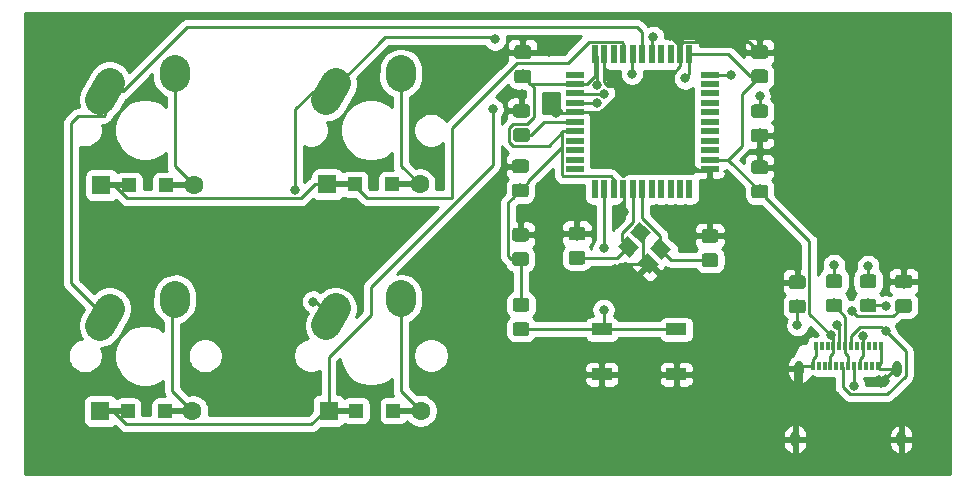
<source format=gtl>
G04 #@! TF.GenerationSoftware,KiCad,Pcbnew,5.1.4*
G04 #@! TF.CreationDate,2019-08-23T15:49:18-05:00*
G04 #@! TF.ProjectId,first_keyboard,66697273-745f-46b6-9579-626f6172642e,rev?*
G04 #@! TF.SameCoordinates,Original*
G04 #@! TF.FileFunction,Copper,L1,Top*
G04 #@! TF.FilePolarity,Positive*
%FSLAX46Y46*%
G04 Gerber Fmt 4.6, Leading zero omitted, Abs format (unit mm)*
G04 Created by KiCad (PCBNEW 5.1.4) date 2019-08-23 15:49:18*
%MOMM*%
%LPD*%
G04 APERTURE LIST*
%ADD10R,0.550000X1.500000*%
%ADD11R,1.500000X0.550000*%
%ADD12C,0.100000*%
%ADD13C,1.150000*%
%ADD14R,2.500000X0.500000*%
%ADD15C,1.600000*%
%ADD16R,1.600000X1.600000*%
%ADD17R,1.200000X1.200000*%
%ADD18O,0.800000X1.400000*%
%ADD19R,0.300000X0.700000*%
%ADD20C,2.500000*%
%ADD21C,2.500000*%
%ADD22R,1.700000X1.000000*%
%ADD23C,1.200000*%
%ADD24C,0.800000*%
%ADD25C,0.250000*%
%ADD26C,0.254000*%
G04 APERTURE END LIST*
D10*
X135968750Y-82773750D03*
X136768750Y-82773750D03*
X137568750Y-82773750D03*
X138368750Y-82773750D03*
X139168750Y-82773750D03*
X139968750Y-82773750D03*
X140768750Y-82773750D03*
X141568750Y-82773750D03*
X142368750Y-82773750D03*
X143168750Y-82773750D03*
X143968750Y-82773750D03*
D11*
X145668750Y-84473750D03*
X145668750Y-85273750D03*
X145668750Y-86073750D03*
X145668750Y-86873750D03*
X145668750Y-87673750D03*
X145668750Y-88473750D03*
X145668750Y-89273750D03*
X145668750Y-90073750D03*
X145668750Y-90873750D03*
X145668750Y-91673750D03*
X145668750Y-92473750D03*
D10*
X143968750Y-94173750D03*
X143168750Y-94173750D03*
X142368750Y-94173750D03*
X141568750Y-94173750D03*
X140768750Y-94173750D03*
X139968750Y-94173750D03*
X139168750Y-94173750D03*
X138368750Y-94173750D03*
X137568750Y-94173750D03*
X136768750Y-94173750D03*
X135968750Y-94173750D03*
D11*
X134268750Y-92473750D03*
X134268750Y-91673750D03*
X134268750Y-90873750D03*
X134268750Y-90073750D03*
X134268750Y-89273750D03*
X134268750Y-88473750D03*
X134268750Y-87673750D03*
X134268750Y-86873750D03*
X134268750Y-86073750D03*
X134268750Y-85273750D03*
X134268750Y-84473750D03*
D12*
G36*
X134912005Y-99418704D02*
G01*
X134936273Y-99422304D01*
X134960072Y-99428265D01*
X134983171Y-99436530D01*
X135005350Y-99447020D01*
X135026393Y-99459632D01*
X135046099Y-99474247D01*
X135064277Y-99490723D01*
X135080753Y-99508901D01*
X135095368Y-99528607D01*
X135107980Y-99549650D01*
X135118470Y-99571829D01*
X135126735Y-99594928D01*
X135132696Y-99618727D01*
X135136296Y-99642995D01*
X135137500Y-99667499D01*
X135137500Y-100317501D01*
X135136296Y-100342005D01*
X135132696Y-100366273D01*
X135126735Y-100390072D01*
X135118470Y-100413171D01*
X135107980Y-100435350D01*
X135095368Y-100456393D01*
X135080753Y-100476099D01*
X135064277Y-100494277D01*
X135046099Y-100510753D01*
X135026393Y-100525368D01*
X135005350Y-100537980D01*
X134983171Y-100548470D01*
X134960072Y-100556735D01*
X134936273Y-100562696D01*
X134912005Y-100566296D01*
X134887501Y-100567500D01*
X133987499Y-100567500D01*
X133962995Y-100566296D01*
X133938727Y-100562696D01*
X133914928Y-100556735D01*
X133891829Y-100548470D01*
X133869650Y-100537980D01*
X133848607Y-100525368D01*
X133828901Y-100510753D01*
X133810723Y-100494277D01*
X133794247Y-100476099D01*
X133779632Y-100456393D01*
X133767020Y-100435350D01*
X133756530Y-100413171D01*
X133748265Y-100390072D01*
X133742304Y-100366273D01*
X133738704Y-100342005D01*
X133737500Y-100317501D01*
X133737500Y-99667499D01*
X133738704Y-99642995D01*
X133742304Y-99618727D01*
X133748265Y-99594928D01*
X133756530Y-99571829D01*
X133767020Y-99549650D01*
X133779632Y-99528607D01*
X133794247Y-99508901D01*
X133810723Y-99490723D01*
X133828901Y-99474247D01*
X133848607Y-99459632D01*
X133869650Y-99447020D01*
X133891829Y-99436530D01*
X133914928Y-99428265D01*
X133938727Y-99422304D01*
X133962995Y-99418704D01*
X133987499Y-99417500D01*
X134887501Y-99417500D01*
X134912005Y-99418704D01*
X134912005Y-99418704D01*
G37*
D13*
X134437500Y-99992500D03*
D12*
G36*
X134912005Y-97368704D02*
G01*
X134936273Y-97372304D01*
X134960072Y-97378265D01*
X134983171Y-97386530D01*
X135005350Y-97397020D01*
X135026393Y-97409632D01*
X135046099Y-97424247D01*
X135064277Y-97440723D01*
X135080753Y-97458901D01*
X135095368Y-97478607D01*
X135107980Y-97499650D01*
X135118470Y-97521829D01*
X135126735Y-97544928D01*
X135132696Y-97568727D01*
X135136296Y-97592995D01*
X135137500Y-97617499D01*
X135137500Y-98267501D01*
X135136296Y-98292005D01*
X135132696Y-98316273D01*
X135126735Y-98340072D01*
X135118470Y-98363171D01*
X135107980Y-98385350D01*
X135095368Y-98406393D01*
X135080753Y-98426099D01*
X135064277Y-98444277D01*
X135046099Y-98460753D01*
X135026393Y-98475368D01*
X135005350Y-98487980D01*
X134983171Y-98498470D01*
X134960072Y-98506735D01*
X134936273Y-98512696D01*
X134912005Y-98516296D01*
X134887501Y-98517500D01*
X133987499Y-98517500D01*
X133962995Y-98516296D01*
X133938727Y-98512696D01*
X133914928Y-98506735D01*
X133891829Y-98498470D01*
X133869650Y-98487980D01*
X133848607Y-98475368D01*
X133828901Y-98460753D01*
X133810723Y-98444277D01*
X133794247Y-98426099D01*
X133779632Y-98406393D01*
X133767020Y-98385350D01*
X133756530Y-98363171D01*
X133748265Y-98340072D01*
X133742304Y-98316273D01*
X133738704Y-98292005D01*
X133737500Y-98267501D01*
X133737500Y-97617499D01*
X133738704Y-97592995D01*
X133742304Y-97568727D01*
X133748265Y-97544928D01*
X133756530Y-97521829D01*
X133767020Y-97499650D01*
X133779632Y-97478607D01*
X133794247Y-97458901D01*
X133810723Y-97440723D01*
X133828901Y-97424247D01*
X133848607Y-97409632D01*
X133869650Y-97397020D01*
X133891829Y-97386530D01*
X133914928Y-97378265D01*
X133938727Y-97372304D01*
X133962995Y-97368704D01*
X133987499Y-97367500D01*
X134887501Y-97367500D01*
X134912005Y-97368704D01*
X134912005Y-97368704D01*
G37*
D13*
X134437500Y-97942500D03*
D12*
G36*
X146162005Y-97556204D02*
G01*
X146186273Y-97559804D01*
X146210072Y-97565765D01*
X146233171Y-97574030D01*
X146255350Y-97584520D01*
X146276393Y-97597132D01*
X146296099Y-97611747D01*
X146314277Y-97628223D01*
X146330753Y-97646401D01*
X146345368Y-97666107D01*
X146357980Y-97687150D01*
X146368470Y-97709329D01*
X146376735Y-97732428D01*
X146382696Y-97756227D01*
X146386296Y-97780495D01*
X146387500Y-97804999D01*
X146387500Y-98455001D01*
X146386296Y-98479505D01*
X146382696Y-98503773D01*
X146376735Y-98527572D01*
X146368470Y-98550671D01*
X146357980Y-98572850D01*
X146345368Y-98593893D01*
X146330753Y-98613599D01*
X146314277Y-98631777D01*
X146296099Y-98648253D01*
X146276393Y-98662868D01*
X146255350Y-98675480D01*
X146233171Y-98685970D01*
X146210072Y-98694235D01*
X146186273Y-98700196D01*
X146162005Y-98703796D01*
X146137501Y-98705000D01*
X145237499Y-98705000D01*
X145212995Y-98703796D01*
X145188727Y-98700196D01*
X145164928Y-98694235D01*
X145141829Y-98685970D01*
X145119650Y-98675480D01*
X145098607Y-98662868D01*
X145078901Y-98648253D01*
X145060723Y-98631777D01*
X145044247Y-98613599D01*
X145029632Y-98593893D01*
X145017020Y-98572850D01*
X145006530Y-98550671D01*
X144998265Y-98527572D01*
X144992304Y-98503773D01*
X144988704Y-98479505D01*
X144987500Y-98455001D01*
X144987500Y-97804999D01*
X144988704Y-97780495D01*
X144992304Y-97756227D01*
X144998265Y-97732428D01*
X145006530Y-97709329D01*
X145017020Y-97687150D01*
X145029632Y-97666107D01*
X145044247Y-97646401D01*
X145060723Y-97628223D01*
X145078901Y-97611747D01*
X145098607Y-97597132D01*
X145119650Y-97584520D01*
X145141829Y-97574030D01*
X145164928Y-97565765D01*
X145188727Y-97559804D01*
X145212995Y-97556204D01*
X145237499Y-97555000D01*
X146137501Y-97555000D01*
X146162005Y-97556204D01*
X146162005Y-97556204D01*
G37*
D13*
X145687500Y-98130000D03*
D12*
G36*
X146162005Y-99606204D02*
G01*
X146186273Y-99609804D01*
X146210072Y-99615765D01*
X146233171Y-99624030D01*
X146255350Y-99634520D01*
X146276393Y-99647132D01*
X146296099Y-99661747D01*
X146314277Y-99678223D01*
X146330753Y-99696401D01*
X146345368Y-99716107D01*
X146357980Y-99737150D01*
X146368470Y-99759329D01*
X146376735Y-99782428D01*
X146382696Y-99806227D01*
X146386296Y-99830495D01*
X146387500Y-99854999D01*
X146387500Y-100505001D01*
X146386296Y-100529505D01*
X146382696Y-100553773D01*
X146376735Y-100577572D01*
X146368470Y-100600671D01*
X146357980Y-100622850D01*
X146345368Y-100643893D01*
X146330753Y-100663599D01*
X146314277Y-100681777D01*
X146296099Y-100698253D01*
X146276393Y-100712868D01*
X146255350Y-100725480D01*
X146233171Y-100735970D01*
X146210072Y-100744235D01*
X146186273Y-100750196D01*
X146162005Y-100753796D01*
X146137501Y-100755000D01*
X145237499Y-100755000D01*
X145212995Y-100753796D01*
X145188727Y-100750196D01*
X145164928Y-100744235D01*
X145141829Y-100735970D01*
X145119650Y-100725480D01*
X145098607Y-100712868D01*
X145078901Y-100698253D01*
X145060723Y-100681777D01*
X145044247Y-100663599D01*
X145029632Y-100643893D01*
X145017020Y-100622850D01*
X145006530Y-100600671D01*
X144998265Y-100577572D01*
X144992304Y-100553773D01*
X144988704Y-100529505D01*
X144987500Y-100505001D01*
X144987500Y-99854999D01*
X144988704Y-99830495D01*
X144992304Y-99806227D01*
X144998265Y-99782428D01*
X145006530Y-99759329D01*
X145017020Y-99737150D01*
X145029632Y-99716107D01*
X145044247Y-99696401D01*
X145060723Y-99678223D01*
X145078901Y-99661747D01*
X145098607Y-99647132D01*
X145119650Y-99634520D01*
X145141829Y-99624030D01*
X145164928Y-99615765D01*
X145188727Y-99609804D01*
X145212995Y-99606204D01*
X145237499Y-99605000D01*
X146137501Y-99605000D01*
X146162005Y-99606204D01*
X146162005Y-99606204D01*
G37*
D13*
X145687500Y-100180000D03*
D12*
G36*
X150380755Y-84043704D02*
G01*
X150405023Y-84047304D01*
X150428822Y-84053265D01*
X150451921Y-84061530D01*
X150474100Y-84072020D01*
X150495143Y-84084632D01*
X150514849Y-84099247D01*
X150533027Y-84115723D01*
X150549503Y-84133901D01*
X150564118Y-84153607D01*
X150576730Y-84174650D01*
X150587220Y-84196829D01*
X150595485Y-84219928D01*
X150601446Y-84243727D01*
X150605046Y-84267995D01*
X150606250Y-84292499D01*
X150606250Y-84942501D01*
X150605046Y-84967005D01*
X150601446Y-84991273D01*
X150595485Y-85015072D01*
X150587220Y-85038171D01*
X150576730Y-85060350D01*
X150564118Y-85081393D01*
X150549503Y-85101099D01*
X150533027Y-85119277D01*
X150514849Y-85135753D01*
X150495143Y-85150368D01*
X150474100Y-85162980D01*
X150451921Y-85173470D01*
X150428822Y-85181735D01*
X150405023Y-85187696D01*
X150380755Y-85191296D01*
X150356251Y-85192500D01*
X149456249Y-85192500D01*
X149431745Y-85191296D01*
X149407477Y-85187696D01*
X149383678Y-85181735D01*
X149360579Y-85173470D01*
X149338400Y-85162980D01*
X149317357Y-85150368D01*
X149297651Y-85135753D01*
X149279473Y-85119277D01*
X149262997Y-85101099D01*
X149248382Y-85081393D01*
X149235770Y-85060350D01*
X149225280Y-85038171D01*
X149217015Y-85015072D01*
X149211054Y-84991273D01*
X149207454Y-84967005D01*
X149206250Y-84942501D01*
X149206250Y-84292499D01*
X149207454Y-84267995D01*
X149211054Y-84243727D01*
X149217015Y-84219928D01*
X149225280Y-84196829D01*
X149235770Y-84174650D01*
X149248382Y-84153607D01*
X149262997Y-84133901D01*
X149279473Y-84115723D01*
X149297651Y-84099247D01*
X149317357Y-84084632D01*
X149338400Y-84072020D01*
X149360579Y-84061530D01*
X149383678Y-84053265D01*
X149407477Y-84047304D01*
X149431745Y-84043704D01*
X149456249Y-84042500D01*
X150356251Y-84042500D01*
X150380755Y-84043704D01*
X150380755Y-84043704D01*
G37*
D13*
X149906250Y-84617500D03*
D12*
G36*
X150380755Y-81993704D02*
G01*
X150405023Y-81997304D01*
X150428822Y-82003265D01*
X150451921Y-82011530D01*
X150474100Y-82022020D01*
X150495143Y-82034632D01*
X150514849Y-82049247D01*
X150533027Y-82065723D01*
X150549503Y-82083901D01*
X150564118Y-82103607D01*
X150576730Y-82124650D01*
X150587220Y-82146829D01*
X150595485Y-82169928D01*
X150601446Y-82193727D01*
X150605046Y-82217995D01*
X150606250Y-82242499D01*
X150606250Y-82892501D01*
X150605046Y-82917005D01*
X150601446Y-82941273D01*
X150595485Y-82965072D01*
X150587220Y-82988171D01*
X150576730Y-83010350D01*
X150564118Y-83031393D01*
X150549503Y-83051099D01*
X150533027Y-83069277D01*
X150514849Y-83085753D01*
X150495143Y-83100368D01*
X150474100Y-83112980D01*
X150451921Y-83123470D01*
X150428822Y-83131735D01*
X150405023Y-83137696D01*
X150380755Y-83141296D01*
X150356251Y-83142500D01*
X149456249Y-83142500D01*
X149431745Y-83141296D01*
X149407477Y-83137696D01*
X149383678Y-83131735D01*
X149360579Y-83123470D01*
X149338400Y-83112980D01*
X149317357Y-83100368D01*
X149297651Y-83085753D01*
X149279473Y-83069277D01*
X149262997Y-83051099D01*
X149248382Y-83031393D01*
X149235770Y-83010350D01*
X149225280Y-82988171D01*
X149217015Y-82965072D01*
X149211054Y-82941273D01*
X149207454Y-82917005D01*
X149206250Y-82892501D01*
X149206250Y-82242499D01*
X149207454Y-82217995D01*
X149211054Y-82193727D01*
X149217015Y-82169928D01*
X149225280Y-82146829D01*
X149235770Y-82124650D01*
X149248382Y-82103607D01*
X149262997Y-82083901D01*
X149279473Y-82065723D01*
X149297651Y-82049247D01*
X149317357Y-82034632D01*
X149338400Y-82022020D01*
X149360579Y-82011530D01*
X149383678Y-82003265D01*
X149407477Y-81997304D01*
X149431745Y-81993704D01*
X149456249Y-81992500D01*
X150356251Y-81992500D01*
X150380755Y-81993704D01*
X150380755Y-81993704D01*
G37*
D13*
X149906250Y-82567500D03*
D12*
G36*
X150380755Y-93793704D02*
G01*
X150405023Y-93797304D01*
X150428822Y-93803265D01*
X150451921Y-93811530D01*
X150474100Y-93822020D01*
X150495143Y-93834632D01*
X150514849Y-93849247D01*
X150533027Y-93865723D01*
X150549503Y-93883901D01*
X150564118Y-93903607D01*
X150576730Y-93924650D01*
X150587220Y-93946829D01*
X150595485Y-93969928D01*
X150601446Y-93993727D01*
X150605046Y-94017995D01*
X150606250Y-94042499D01*
X150606250Y-94692501D01*
X150605046Y-94717005D01*
X150601446Y-94741273D01*
X150595485Y-94765072D01*
X150587220Y-94788171D01*
X150576730Y-94810350D01*
X150564118Y-94831393D01*
X150549503Y-94851099D01*
X150533027Y-94869277D01*
X150514849Y-94885753D01*
X150495143Y-94900368D01*
X150474100Y-94912980D01*
X150451921Y-94923470D01*
X150428822Y-94931735D01*
X150405023Y-94937696D01*
X150380755Y-94941296D01*
X150356251Y-94942500D01*
X149456249Y-94942500D01*
X149431745Y-94941296D01*
X149407477Y-94937696D01*
X149383678Y-94931735D01*
X149360579Y-94923470D01*
X149338400Y-94912980D01*
X149317357Y-94900368D01*
X149297651Y-94885753D01*
X149279473Y-94869277D01*
X149262997Y-94851099D01*
X149248382Y-94831393D01*
X149235770Y-94810350D01*
X149225280Y-94788171D01*
X149217015Y-94765072D01*
X149211054Y-94741273D01*
X149207454Y-94717005D01*
X149206250Y-94692501D01*
X149206250Y-94042499D01*
X149207454Y-94017995D01*
X149211054Y-93993727D01*
X149217015Y-93969928D01*
X149225280Y-93946829D01*
X149235770Y-93924650D01*
X149248382Y-93903607D01*
X149262997Y-93883901D01*
X149279473Y-93865723D01*
X149297651Y-93849247D01*
X149317357Y-93834632D01*
X149338400Y-93822020D01*
X149360579Y-93811530D01*
X149383678Y-93803265D01*
X149407477Y-93797304D01*
X149431745Y-93793704D01*
X149456249Y-93792500D01*
X150356251Y-93792500D01*
X150380755Y-93793704D01*
X150380755Y-93793704D01*
G37*
D13*
X149906250Y-94367500D03*
D12*
G36*
X150380755Y-91743704D02*
G01*
X150405023Y-91747304D01*
X150428822Y-91753265D01*
X150451921Y-91761530D01*
X150474100Y-91772020D01*
X150495143Y-91784632D01*
X150514849Y-91799247D01*
X150533027Y-91815723D01*
X150549503Y-91833901D01*
X150564118Y-91853607D01*
X150576730Y-91874650D01*
X150587220Y-91896829D01*
X150595485Y-91919928D01*
X150601446Y-91943727D01*
X150605046Y-91967995D01*
X150606250Y-91992499D01*
X150606250Y-92642501D01*
X150605046Y-92667005D01*
X150601446Y-92691273D01*
X150595485Y-92715072D01*
X150587220Y-92738171D01*
X150576730Y-92760350D01*
X150564118Y-92781393D01*
X150549503Y-92801099D01*
X150533027Y-92819277D01*
X150514849Y-92835753D01*
X150495143Y-92850368D01*
X150474100Y-92862980D01*
X150451921Y-92873470D01*
X150428822Y-92881735D01*
X150405023Y-92887696D01*
X150380755Y-92891296D01*
X150356251Y-92892500D01*
X149456249Y-92892500D01*
X149431745Y-92891296D01*
X149407477Y-92887696D01*
X149383678Y-92881735D01*
X149360579Y-92873470D01*
X149338400Y-92862980D01*
X149317357Y-92850368D01*
X149297651Y-92835753D01*
X149279473Y-92819277D01*
X149262997Y-92801099D01*
X149248382Y-92781393D01*
X149235770Y-92760350D01*
X149225280Y-92738171D01*
X149217015Y-92715072D01*
X149211054Y-92691273D01*
X149207454Y-92667005D01*
X149206250Y-92642501D01*
X149206250Y-91992499D01*
X149207454Y-91967995D01*
X149211054Y-91943727D01*
X149217015Y-91919928D01*
X149225280Y-91896829D01*
X149235770Y-91874650D01*
X149248382Y-91853607D01*
X149262997Y-91833901D01*
X149279473Y-91815723D01*
X149297651Y-91799247D01*
X149317357Y-91784632D01*
X149338400Y-91772020D01*
X149360579Y-91761530D01*
X149383678Y-91753265D01*
X149407477Y-91747304D01*
X149431745Y-91743704D01*
X149456249Y-91742500D01*
X150356251Y-91742500D01*
X150380755Y-91743704D01*
X150380755Y-91743704D01*
G37*
D13*
X149906250Y-92317500D03*
D12*
G36*
X130130755Y-91656204D02*
G01*
X130155023Y-91659804D01*
X130178822Y-91665765D01*
X130201921Y-91674030D01*
X130224100Y-91684520D01*
X130245143Y-91697132D01*
X130264849Y-91711747D01*
X130283027Y-91728223D01*
X130299503Y-91746401D01*
X130314118Y-91766107D01*
X130326730Y-91787150D01*
X130337220Y-91809329D01*
X130345485Y-91832428D01*
X130351446Y-91856227D01*
X130355046Y-91880495D01*
X130356250Y-91904999D01*
X130356250Y-92555001D01*
X130355046Y-92579505D01*
X130351446Y-92603773D01*
X130345485Y-92627572D01*
X130337220Y-92650671D01*
X130326730Y-92672850D01*
X130314118Y-92693893D01*
X130299503Y-92713599D01*
X130283027Y-92731777D01*
X130264849Y-92748253D01*
X130245143Y-92762868D01*
X130224100Y-92775480D01*
X130201921Y-92785970D01*
X130178822Y-92794235D01*
X130155023Y-92800196D01*
X130130755Y-92803796D01*
X130106251Y-92805000D01*
X129206249Y-92805000D01*
X129181745Y-92803796D01*
X129157477Y-92800196D01*
X129133678Y-92794235D01*
X129110579Y-92785970D01*
X129088400Y-92775480D01*
X129067357Y-92762868D01*
X129047651Y-92748253D01*
X129029473Y-92731777D01*
X129012997Y-92713599D01*
X128998382Y-92693893D01*
X128985770Y-92672850D01*
X128975280Y-92650671D01*
X128967015Y-92627572D01*
X128961054Y-92603773D01*
X128957454Y-92579505D01*
X128956250Y-92555001D01*
X128956250Y-91904999D01*
X128957454Y-91880495D01*
X128961054Y-91856227D01*
X128967015Y-91832428D01*
X128975280Y-91809329D01*
X128985770Y-91787150D01*
X128998382Y-91766107D01*
X129012997Y-91746401D01*
X129029473Y-91728223D01*
X129047651Y-91711747D01*
X129067357Y-91697132D01*
X129088400Y-91684520D01*
X129110579Y-91674030D01*
X129133678Y-91665765D01*
X129157477Y-91659804D01*
X129181745Y-91656204D01*
X129206249Y-91655000D01*
X130106251Y-91655000D01*
X130130755Y-91656204D01*
X130130755Y-91656204D01*
G37*
D13*
X129656250Y-92230000D03*
D12*
G36*
X130130755Y-93706204D02*
G01*
X130155023Y-93709804D01*
X130178822Y-93715765D01*
X130201921Y-93724030D01*
X130224100Y-93734520D01*
X130245143Y-93747132D01*
X130264849Y-93761747D01*
X130283027Y-93778223D01*
X130299503Y-93796401D01*
X130314118Y-93816107D01*
X130326730Y-93837150D01*
X130337220Y-93859329D01*
X130345485Y-93882428D01*
X130351446Y-93906227D01*
X130355046Y-93930495D01*
X130356250Y-93954999D01*
X130356250Y-94605001D01*
X130355046Y-94629505D01*
X130351446Y-94653773D01*
X130345485Y-94677572D01*
X130337220Y-94700671D01*
X130326730Y-94722850D01*
X130314118Y-94743893D01*
X130299503Y-94763599D01*
X130283027Y-94781777D01*
X130264849Y-94798253D01*
X130245143Y-94812868D01*
X130224100Y-94825480D01*
X130201921Y-94835970D01*
X130178822Y-94844235D01*
X130155023Y-94850196D01*
X130130755Y-94853796D01*
X130106251Y-94855000D01*
X129206249Y-94855000D01*
X129181745Y-94853796D01*
X129157477Y-94850196D01*
X129133678Y-94844235D01*
X129110579Y-94835970D01*
X129088400Y-94825480D01*
X129067357Y-94812868D01*
X129047651Y-94798253D01*
X129029473Y-94781777D01*
X129012997Y-94763599D01*
X128998382Y-94743893D01*
X128985770Y-94722850D01*
X128975280Y-94700671D01*
X128967015Y-94677572D01*
X128961054Y-94653773D01*
X128957454Y-94629505D01*
X128956250Y-94605001D01*
X128956250Y-93954999D01*
X128957454Y-93930495D01*
X128961054Y-93906227D01*
X128967015Y-93882428D01*
X128975280Y-93859329D01*
X128985770Y-93837150D01*
X128998382Y-93816107D01*
X129012997Y-93796401D01*
X129029473Y-93778223D01*
X129047651Y-93761747D01*
X129067357Y-93747132D01*
X129088400Y-93734520D01*
X129110579Y-93724030D01*
X129133678Y-93715765D01*
X129157477Y-93709804D01*
X129181745Y-93706204D01*
X129206249Y-93705000D01*
X130106251Y-93705000D01*
X130130755Y-93706204D01*
X130130755Y-93706204D01*
G37*
D13*
X129656250Y-94280000D03*
D12*
G36*
X130130755Y-99512454D02*
G01*
X130155023Y-99516054D01*
X130178822Y-99522015D01*
X130201921Y-99530280D01*
X130224100Y-99540770D01*
X130245143Y-99553382D01*
X130264849Y-99567997D01*
X130283027Y-99584473D01*
X130299503Y-99602651D01*
X130314118Y-99622357D01*
X130326730Y-99643400D01*
X130337220Y-99665579D01*
X130345485Y-99688678D01*
X130351446Y-99712477D01*
X130355046Y-99736745D01*
X130356250Y-99761249D01*
X130356250Y-100411251D01*
X130355046Y-100435755D01*
X130351446Y-100460023D01*
X130345485Y-100483822D01*
X130337220Y-100506921D01*
X130326730Y-100529100D01*
X130314118Y-100550143D01*
X130299503Y-100569849D01*
X130283027Y-100588027D01*
X130264849Y-100604503D01*
X130245143Y-100619118D01*
X130224100Y-100631730D01*
X130201921Y-100642220D01*
X130178822Y-100650485D01*
X130155023Y-100656446D01*
X130130755Y-100660046D01*
X130106251Y-100661250D01*
X129206249Y-100661250D01*
X129181745Y-100660046D01*
X129157477Y-100656446D01*
X129133678Y-100650485D01*
X129110579Y-100642220D01*
X129088400Y-100631730D01*
X129067357Y-100619118D01*
X129047651Y-100604503D01*
X129029473Y-100588027D01*
X129012997Y-100569849D01*
X128998382Y-100550143D01*
X128985770Y-100529100D01*
X128975280Y-100506921D01*
X128967015Y-100483822D01*
X128961054Y-100460023D01*
X128957454Y-100435755D01*
X128956250Y-100411251D01*
X128956250Y-99761249D01*
X128957454Y-99736745D01*
X128961054Y-99712477D01*
X128967015Y-99688678D01*
X128975280Y-99665579D01*
X128985770Y-99643400D01*
X128998382Y-99622357D01*
X129012997Y-99602651D01*
X129029473Y-99584473D01*
X129047651Y-99567997D01*
X129067357Y-99553382D01*
X129088400Y-99540770D01*
X129110579Y-99530280D01*
X129133678Y-99522015D01*
X129157477Y-99516054D01*
X129181745Y-99512454D01*
X129206249Y-99511250D01*
X130106251Y-99511250D01*
X130130755Y-99512454D01*
X130130755Y-99512454D01*
G37*
D13*
X129656250Y-100086250D03*
D12*
G36*
X130130755Y-97462454D02*
G01*
X130155023Y-97466054D01*
X130178822Y-97472015D01*
X130201921Y-97480280D01*
X130224100Y-97490770D01*
X130245143Y-97503382D01*
X130264849Y-97517997D01*
X130283027Y-97534473D01*
X130299503Y-97552651D01*
X130314118Y-97572357D01*
X130326730Y-97593400D01*
X130337220Y-97615579D01*
X130345485Y-97638678D01*
X130351446Y-97662477D01*
X130355046Y-97686745D01*
X130356250Y-97711249D01*
X130356250Y-98361251D01*
X130355046Y-98385755D01*
X130351446Y-98410023D01*
X130345485Y-98433822D01*
X130337220Y-98456921D01*
X130326730Y-98479100D01*
X130314118Y-98500143D01*
X130299503Y-98519849D01*
X130283027Y-98538027D01*
X130264849Y-98554503D01*
X130245143Y-98569118D01*
X130224100Y-98581730D01*
X130201921Y-98592220D01*
X130178822Y-98600485D01*
X130155023Y-98606446D01*
X130130755Y-98610046D01*
X130106251Y-98611250D01*
X129206249Y-98611250D01*
X129181745Y-98610046D01*
X129157477Y-98606446D01*
X129133678Y-98600485D01*
X129110579Y-98592220D01*
X129088400Y-98581730D01*
X129067357Y-98569118D01*
X129047651Y-98554503D01*
X129029473Y-98538027D01*
X129012997Y-98519849D01*
X128998382Y-98500143D01*
X128985770Y-98479100D01*
X128975280Y-98456921D01*
X128967015Y-98433822D01*
X128961054Y-98410023D01*
X128957454Y-98385755D01*
X128956250Y-98361251D01*
X128956250Y-97711249D01*
X128957454Y-97686745D01*
X128961054Y-97662477D01*
X128967015Y-97638678D01*
X128975280Y-97615579D01*
X128985770Y-97593400D01*
X128998382Y-97572357D01*
X129012997Y-97552651D01*
X129029473Y-97534473D01*
X129047651Y-97517997D01*
X129067357Y-97503382D01*
X129088400Y-97490770D01*
X129110579Y-97480280D01*
X129133678Y-97472015D01*
X129157477Y-97466054D01*
X129181745Y-97462454D01*
X129206249Y-97461250D01*
X130106251Y-97461250D01*
X130130755Y-97462454D01*
X130130755Y-97462454D01*
G37*
D13*
X129656250Y-98036250D03*
D12*
G36*
X130318255Y-81999954D02*
G01*
X130342523Y-82003554D01*
X130366322Y-82009515D01*
X130389421Y-82017780D01*
X130411600Y-82028270D01*
X130432643Y-82040882D01*
X130452349Y-82055497D01*
X130470527Y-82071973D01*
X130487003Y-82090151D01*
X130501618Y-82109857D01*
X130514230Y-82130900D01*
X130524720Y-82153079D01*
X130532985Y-82176178D01*
X130538946Y-82199977D01*
X130542546Y-82224245D01*
X130543750Y-82248749D01*
X130543750Y-82898751D01*
X130542546Y-82923255D01*
X130538946Y-82947523D01*
X130532985Y-82971322D01*
X130524720Y-82994421D01*
X130514230Y-83016600D01*
X130501618Y-83037643D01*
X130487003Y-83057349D01*
X130470527Y-83075527D01*
X130452349Y-83092003D01*
X130432643Y-83106618D01*
X130411600Y-83119230D01*
X130389421Y-83129720D01*
X130366322Y-83137985D01*
X130342523Y-83143946D01*
X130318255Y-83147546D01*
X130293751Y-83148750D01*
X129393749Y-83148750D01*
X129369245Y-83147546D01*
X129344977Y-83143946D01*
X129321178Y-83137985D01*
X129298079Y-83129720D01*
X129275900Y-83119230D01*
X129254857Y-83106618D01*
X129235151Y-83092003D01*
X129216973Y-83075527D01*
X129200497Y-83057349D01*
X129185882Y-83037643D01*
X129173270Y-83016600D01*
X129162780Y-82994421D01*
X129154515Y-82971322D01*
X129148554Y-82947523D01*
X129144954Y-82923255D01*
X129143750Y-82898751D01*
X129143750Y-82248749D01*
X129144954Y-82224245D01*
X129148554Y-82199977D01*
X129154515Y-82176178D01*
X129162780Y-82153079D01*
X129173270Y-82130900D01*
X129185882Y-82109857D01*
X129200497Y-82090151D01*
X129216973Y-82071973D01*
X129235151Y-82055497D01*
X129254857Y-82040882D01*
X129275900Y-82028270D01*
X129298079Y-82017780D01*
X129321178Y-82009515D01*
X129344977Y-82003554D01*
X129369245Y-81999954D01*
X129393749Y-81998750D01*
X130293751Y-81998750D01*
X130318255Y-81999954D01*
X130318255Y-81999954D01*
G37*
D13*
X129843750Y-82573750D03*
D12*
G36*
X130318255Y-84049954D02*
G01*
X130342523Y-84053554D01*
X130366322Y-84059515D01*
X130389421Y-84067780D01*
X130411600Y-84078270D01*
X130432643Y-84090882D01*
X130452349Y-84105497D01*
X130470527Y-84121973D01*
X130487003Y-84140151D01*
X130501618Y-84159857D01*
X130514230Y-84180900D01*
X130524720Y-84203079D01*
X130532985Y-84226178D01*
X130538946Y-84249977D01*
X130542546Y-84274245D01*
X130543750Y-84298749D01*
X130543750Y-84948751D01*
X130542546Y-84973255D01*
X130538946Y-84997523D01*
X130532985Y-85021322D01*
X130524720Y-85044421D01*
X130514230Y-85066600D01*
X130501618Y-85087643D01*
X130487003Y-85107349D01*
X130470527Y-85125527D01*
X130452349Y-85142003D01*
X130432643Y-85156618D01*
X130411600Y-85169230D01*
X130389421Y-85179720D01*
X130366322Y-85187985D01*
X130342523Y-85193946D01*
X130318255Y-85197546D01*
X130293751Y-85198750D01*
X129393749Y-85198750D01*
X129369245Y-85197546D01*
X129344977Y-85193946D01*
X129321178Y-85187985D01*
X129298079Y-85179720D01*
X129275900Y-85169230D01*
X129254857Y-85156618D01*
X129235151Y-85142003D01*
X129216973Y-85125527D01*
X129200497Y-85107349D01*
X129185882Y-85087643D01*
X129173270Y-85066600D01*
X129162780Y-85044421D01*
X129154515Y-85021322D01*
X129148554Y-84997523D01*
X129144954Y-84973255D01*
X129143750Y-84948751D01*
X129143750Y-84298749D01*
X129144954Y-84274245D01*
X129148554Y-84249977D01*
X129154515Y-84226178D01*
X129162780Y-84203079D01*
X129173270Y-84180900D01*
X129185882Y-84159857D01*
X129200497Y-84140151D01*
X129216973Y-84121973D01*
X129235151Y-84105497D01*
X129254857Y-84090882D01*
X129275900Y-84078270D01*
X129298079Y-84067780D01*
X129321178Y-84059515D01*
X129344977Y-84053554D01*
X129369245Y-84049954D01*
X129393749Y-84048750D01*
X130293751Y-84048750D01*
X130318255Y-84049954D01*
X130318255Y-84049954D01*
G37*
D13*
X129843750Y-84623750D03*
D12*
G36*
X130224505Y-86962454D02*
G01*
X130248773Y-86966054D01*
X130272572Y-86972015D01*
X130295671Y-86980280D01*
X130317850Y-86990770D01*
X130338893Y-87003382D01*
X130358599Y-87017997D01*
X130376777Y-87034473D01*
X130393253Y-87052651D01*
X130407868Y-87072357D01*
X130420480Y-87093400D01*
X130430970Y-87115579D01*
X130439235Y-87138678D01*
X130445196Y-87162477D01*
X130448796Y-87186745D01*
X130450000Y-87211249D01*
X130450000Y-87861251D01*
X130448796Y-87885755D01*
X130445196Y-87910023D01*
X130439235Y-87933822D01*
X130430970Y-87956921D01*
X130420480Y-87979100D01*
X130407868Y-88000143D01*
X130393253Y-88019849D01*
X130376777Y-88038027D01*
X130358599Y-88054503D01*
X130338893Y-88069118D01*
X130317850Y-88081730D01*
X130295671Y-88092220D01*
X130272572Y-88100485D01*
X130248773Y-88106446D01*
X130224505Y-88110046D01*
X130200001Y-88111250D01*
X129299999Y-88111250D01*
X129275495Y-88110046D01*
X129251227Y-88106446D01*
X129227428Y-88100485D01*
X129204329Y-88092220D01*
X129182150Y-88081730D01*
X129161107Y-88069118D01*
X129141401Y-88054503D01*
X129123223Y-88038027D01*
X129106747Y-88019849D01*
X129092132Y-88000143D01*
X129079520Y-87979100D01*
X129069030Y-87956921D01*
X129060765Y-87933822D01*
X129054804Y-87910023D01*
X129051204Y-87885755D01*
X129050000Y-87861251D01*
X129050000Y-87211249D01*
X129051204Y-87186745D01*
X129054804Y-87162477D01*
X129060765Y-87138678D01*
X129069030Y-87115579D01*
X129079520Y-87093400D01*
X129092132Y-87072357D01*
X129106747Y-87052651D01*
X129123223Y-87034473D01*
X129141401Y-87017997D01*
X129161107Y-87003382D01*
X129182150Y-86990770D01*
X129204329Y-86980280D01*
X129227428Y-86972015D01*
X129251227Y-86966054D01*
X129275495Y-86962454D01*
X129299999Y-86961250D01*
X130200001Y-86961250D01*
X130224505Y-86962454D01*
X130224505Y-86962454D01*
G37*
D13*
X129750000Y-87536250D03*
D12*
G36*
X130224505Y-89012454D02*
G01*
X130248773Y-89016054D01*
X130272572Y-89022015D01*
X130295671Y-89030280D01*
X130317850Y-89040770D01*
X130338893Y-89053382D01*
X130358599Y-89067997D01*
X130376777Y-89084473D01*
X130393253Y-89102651D01*
X130407868Y-89122357D01*
X130420480Y-89143400D01*
X130430970Y-89165579D01*
X130439235Y-89188678D01*
X130445196Y-89212477D01*
X130448796Y-89236745D01*
X130450000Y-89261249D01*
X130450000Y-89911251D01*
X130448796Y-89935755D01*
X130445196Y-89960023D01*
X130439235Y-89983822D01*
X130430970Y-90006921D01*
X130420480Y-90029100D01*
X130407868Y-90050143D01*
X130393253Y-90069849D01*
X130376777Y-90088027D01*
X130358599Y-90104503D01*
X130338893Y-90119118D01*
X130317850Y-90131730D01*
X130295671Y-90142220D01*
X130272572Y-90150485D01*
X130248773Y-90156446D01*
X130224505Y-90160046D01*
X130200001Y-90161250D01*
X129299999Y-90161250D01*
X129275495Y-90160046D01*
X129251227Y-90156446D01*
X129227428Y-90150485D01*
X129204329Y-90142220D01*
X129182150Y-90131730D01*
X129161107Y-90119118D01*
X129141401Y-90104503D01*
X129123223Y-90088027D01*
X129106747Y-90069849D01*
X129092132Y-90050143D01*
X129079520Y-90029100D01*
X129069030Y-90006921D01*
X129060765Y-89983822D01*
X129054804Y-89960023D01*
X129051204Y-89935755D01*
X129050000Y-89911251D01*
X129050000Y-89261249D01*
X129051204Y-89236745D01*
X129054804Y-89212477D01*
X129060765Y-89188678D01*
X129069030Y-89165579D01*
X129079520Y-89143400D01*
X129092132Y-89122357D01*
X129106747Y-89102651D01*
X129123223Y-89084473D01*
X129141401Y-89067997D01*
X129161107Y-89053382D01*
X129182150Y-89040770D01*
X129204329Y-89030280D01*
X129227428Y-89022015D01*
X129251227Y-89016054D01*
X129275495Y-89012454D01*
X129299999Y-89011250D01*
X130200001Y-89011250D01*
X130224505Y-89012454D01*
X130224505Y-89012454D01*
G37*
D13*
X129750000Y-89586250D03*
D14*
X100781250Y-93837500D03*
X95381250Y-93837500D03*
D15*
X101981250Y-93837500D03*
D16*
X94181250Y-93837500D03*
D17*
X96506250Y-93837500D03*
X99656250Y-93837500D03*
D14*
X100687500Y-112968750D03*
X95287500Y-112968750D03*
D15*
X101887500Y-112968750D03*
D16*
X94087500Y-112968750D03*
D17*
X96412500Y-112968750D03*
X99562500Y-112968750D03*
X118787500Y-93775000D03*
X115637500Y-93775000D03*
D16*
X113312500Y-93775000D03*
D15*
X121112500Y-93775000D03*
D14*
X114512500Y-93775000D03*
X119912500Y-93775000D03*
D17*
X118881250Y-112937500D03*
X115731250Y-112937500D03*
D16*
X113406250Y-112937500D03*
D15*
X121206250Y-112937500D03*
D14*
X114606250Y-112937500D03*
X120006250Y-112937500D03*
D18*
X153276250Y-109390000D03*
D19*
X154656250Y-107480000D03*
X155156250Y-107480000D03*
X155656250Y-107480000D03*
X156156250Y-107480000D03*
X156656250Y-107480000D03*
X157156250Y-107480000D03*
X157656250Y-107480000D03*
X160156250Y-107480000D03*
X159156250Y-107480000D03*
X158656250Y-107480000D03*
X158156250Y-107480000D03*
X159656250Y-107480000D03*
X159906250Y-109180000D03*
D18*
X161536250Y-109390000D03*
X161896250Y-115340000D03*
X152916250Y-115340000D03*
D19*
X159406250Y-109180000D03*
X158906250Y-109180000D03*
X158406250Y-109180000D03*
X157906250Y-109180000D03*
X157406250Y-109180000D03*
X156906250Y-109180000D03*
X156406250Y-109180000D03*
X155906250Y-109180000D03*
X155406250Y-109180000D03*
X154906250Y-109180000D03*
X154406250Y-109180000D03*
D20*
X100395000Y-84360000D03*
D21*
X100414724Y-84070672D02*
X100375276Y-84649328D01*
D20*
X94470000Y-85880000D03*
D21*
X94875453Y-85150046D02*
X94064547Y-86609954D01*
D20*
X94470000Y-105011250D03*
D21*
X94875453Y-104281296D02*
X94064547Y-105741204D01*
D20*
X100395000Y-103491250D03*
D21*
X100414724Y-103201922D02*
X100375276Y-103780578D01*
D20*
X119526250Y-84391250D03*
D21*
X119545974Y-84101922D02*
X119506526Y-84680578D01*
D20*
X113601250Y-85911250D03*
D21*
X114006703Y-85181296D02*
X113195797Y-86641204D01*
D20*
X113601250Y-104980000D03*
D21*
X114006703Y-104250046D02*
X113195797Y-105709954D01*
D20*
X119526250Y-103460000D03*
D21*
X119545974Y-103170672D02*
X119506526Y-103749328D01*
D12*
G36*
X130174505Y-105451204D02*
G01*
X130198773Y-105454804D01*
X130222572Y-105460765D01*
X130245671Y-105469030D01*
X130267850Y-105479520D01*
X130288893Y-105492132D01*
X130308599Y-105506747D01*
X130326777Y-105523223D01*
X130343253Y-105541401D01*
X130357868Y-105561107D01*
X130370480Y-105582150D01*
X130380970Y-105604329D01*
X130389235Y-105627428D01*
X130395196Y-105651227D01*
X130398796Y-105675495D01*
X130400000Y-105699999D01*
X130400000Y-106350001D01*
X130398796Y-106374505D01*
X130395196Y-106398773D01*
X130389235Y-106422572D01*
X130380970Y-106445671D01*
X130370480Y-106467850D01*
X130357868Y-106488893D01*
X130343253Y-106508599D01*
X130326777Y-106526777D01*
X130308599Y-106543253D01*
X130288893Y-106557868D01*
X130267850Y-106570480D01*
X130245671Y-106580970D01*
X130222572Y-106589235D01*
X130198773Y-106595196D01*
X130174505Y-106598796D01*
X130150001Y-106600000D01*
X129249999Y-106600000D01*
X129225495Y-106598796D01*
X129201227Y-106595196D01*
X129177428Y-106589235D01*
X129154329Y-106580970D01*
X129132150Y-106570480D01*
X129111107Y-106557868D01*
X129091401Y-106543253D01*
X129073223Y-106526777D01*
X129056747Y-106508599D01*
X129042132Y-106488893D01*
X129029520Y-106467850D01*
X129019030Y-106445671D01*
X129010765Y-106422572D01*
X129004804Y-106398773D01*
X129001204Y-106374505D01*
X129000000Y-106350001D01*
X129000000Y-105699999D01*
X129001204Y-105675495D01*
X129004804Y-105651227D01*
X129010765Y-105627428D01*
X129019030Y-105604329D01*
X129029520Y-105582150D01*
X129042132Y-105561107D01*
X129056747Y-105541401D01*
X129073223Y-105523223D01*
X129091401Y-105506747D01*
X129111107Y-105492132D01*
X129132150Y-105479520D01*
X129154329Y-105469030D01*
X129177428Y-105460765D01*
X129201227Y-105454804D01*
X129225495Y-105451204D01*
X129249999Y-105450000D01*
X130150001Y-105450000D01*
X130174505Y-105451204D01*
X130174505Y-105451204D01*
G37*
D13*
X129700000Y-106025000D03*
D12*
G36*
X130174505Y-103401204D02*
G01*
X130198773Y-103404804D01*
X130222572Y-103410765D01*
X130245671Y-103419030D01*
X130267850Y-103429520D01*
X130288893Y-103442132D01*
X130308599Y-103456747D01*
X130326777Y-103473223D01*
X130343253Y-103491401D01*
X130357868Y-103511107D01*
X130370480Y-103532150D01*
X130380970Y-103554329D01*
X130389235Y-103577428D01*
X130395196Y-103601227D01*
X130398796Y-103625495D01*
X130400000Y-103649999D01*
X130400000Y-104300001D01*
X130398796Y-104324505D01*
X130395196Y-104348773D01*
X130389235Y-104372572D01*
X130380970Y-104395671D01*
X130370480Y-104417850D01*
X130357868Y-104438893D01*
X130343253Y-104458599D01*
X130326777Y-104476777D01*
X130308599Y-104493253D01*
X130288893Y-104507868D01*
X130267850Y-104520480D01*
X130245671Y-104530970D01*
X130222572Y-104539235D01*
X130198773Y-104545196D01*
X130174505Y-104548796D01*
X130150001Y-104550000D01*
X129249999Y-104550000D01*
X129225495Y-104548796D01*
X129201227Y-104545196D01*
X129177428Y-104539235D01*
X129154329Y-104530970D01*
X129132150Y-104520480D01*
X129111107Y-104507868D01*
X129091401Y-104493253D01*
X129073223Y-104476777D01*
X129056747Y-104458599D01*
X129042132Y-104438893D01*
X129029520Y-104417850D01*
X129019030Y-104395671D01*
X129010765Y-104372572D01*
X129004804Y-104348773D01*
X129001204Y-104324505D01*
X129000000Y-104300001D01*
X129000000Y-103649999D01*
X129001204Y-103625495D01*
X129004804Y-103601227D01*
X129010765Y-103577428D01*
X129019030Y-103554329D01*
X129029520Y-103532150D01*
X129042132Y-103511107D01*
X129056747Y-103491401D01*
X129073223Y-103473223D01*
X129091401Y-103456747D01*
X129111107Y-103442132D01*
X129132150Y-103429520D01*
X129154329Y-103419030D01*
X129177428Y-103410765D01*
X129201227Y-103404804D01*
X129225495Y-103401204D01*
X129249999Y-103400000D01*
X130150001Y-103400000D01*
X130174505Y-103401204D01*
X130174505Y-103401204D01*
G37*
D13*
X129700000Y-103975000D03*
D12*
G36*
X150374505Y-89051204D02*
G01*
X150398773Y-89054804D01*
X150422572Y-89060765D01*
X150445671Y-89069030D01*
X150467850Y-89079520D01*
X150488893Y-89092132D01*
X150508599Y-89106747D01*
X150526777Y-89123223D01*
X150543253Y-89141401D01*
X150557868Y-89161107D01*
X150570480Y-89182150D01*
X150580970Y-89204329D01*
X150589235Y-89227428D01*
X150595196Y-89251227D01*
X150598796Y-89275495D01*
X150600000Y-89299999D01*
X150600000Y-89950001D01*
X150598796Y-89974505D01*
X150595196Y-89998773D01*
X150589235Y-90022572D01*
X150580970Y-90045671D01*
X150570480Y-90067850D01*
X150557868Y-90088893D01*
X150543253Y-90108599D01*
X150526777Y-90126777D01*
X150508599Y-90143253D01*
X150488893Y-90157868D01*
X150467850Y-90170480D01*
X150445671Y-90180970D01*
X150422572Y-90189235D01*
X150398773Y-90195196D01*
X150374505Y-90198796D01*
X150350001Y-90200000D01*
X149449999Y-90200000D01*
X149425495Y-90198796D01*
X149401227Y-90195196D01*
X149377428Y-90189235D01*
X149354329Y-90180970D01*
X149332150Y-90170480D01*
X149311107Y-90157868D01*
X149291401Y-90143253D01*
X149273223Y-90126777D01*
X149256747Y-90108599D01*
X149242132Y-90088893D01*
X149229520Y-90067850D01*
X149219030Y-90045671D01*
X149210765Y-90022572D01*
X149204804Y-89998773D01*
X149201204Y-89974505D01*
X149200000Y-89950001D01*
X149200000Y-89299999D01*
X149201204Y-89275495D01*
X149204804Y-89251227D01*
X149210765Y-89227428D01*
X149219030Y-89204329D01*
X149229520Y-89182150D01*
X149242132Y-89161107D01*
X149256747Y-89141401D01*
X149273223Y-89123223D01*
X149291401Y-89106747D01*
X149311107Y-89092132D01*
X149332150Y-89079520D01*
X149354329Y-89069030D01*
X149377428Y-89060765D01*
X149401227Y-89054804D01*
X149425495Y-89051204D01*
X149449999Y-89050000D01*
X150350001Y-89050000D01*
X150374505Y-89051204D01*
X150374505Y-89051204D01*
G37*
D13*
X149900000Y-89625000D03*
D12*
G36*
X150374505Y-87001204D02*
G01*
X150398773Y-87004804D01*
X150422572Y-87010765D01*
X150445671Y-87019030D01*
X150467850Y-87029520D01*
X150488893Y-87042132D01*
X150508599Y-87056747D01*
X150526777Y-87073223D01*
X150543253Y-87091401D01*
X150557868Y-87111107D01*
X150570480Y-87132150D01*
X150580970Y-87154329D01*
X150589235Y-87177428D01*
X150595196Y-87201227D01*
X150598796Y-87225495D01*
X150600000Y-87249999D01*
X150600000Y-87900001D01*
X150598796Y-87924505D01*
X150595196Y-87948773D01*
X150589235Y-87972572D01*
X150580970Y-87995671D01*
X150570480Y-88017850D01*
X150557868Y-88038893D01*
X150543253Y-88058599D01*
X150526777Y-88076777D01*
X150508599Y-88093253D01*
X150488893Y-88107868D01*
X150467850Y-88120480D01*
X150445671Y-88130970D01*
X150422572Y-88139235D01*
X150398773Y-88145196D01*
X150374505Y-88148796D01*
X150350001Y-88150000D01*
X149449999Y-88150000D01*
X149425495Y-88148796D01*
X149401227Y-88145196D01*
X149377428Y-88139235D01*
X149354329Y-88130970D01*
X149332150Y-88120480D01*
X149311107Y-88107868D01*
X149291401Y-88093253D01*
X149273223Y-88076777D01*
X149256747Y-88058599D01*
X149242132Y-88038893D01*
X149229520Y-88017850D01*
X149219030Y-87995671D01*
X149210765Y-87972572D01*
X149204804Y-87948773D01*
X149201204Y-87924505D01*
X149200000Y-87900001D01*
X149200000Y-87249999D01*
X149201204Y-87225495D01*
X149204804Y-87201227D01*
X149210765Y-87177428D01*
X149219030Y-87154329D01*
X149229520Y-87132150D01*
X149242132Y-87111107D01*
X149256747Y-87091401D01*
X149273223Y-87073223D01*
X149291401Y-87056747D01*
X149311107Y-87042132D01*
X149332150Y-87029520D01*
X149354329Y-87019030D01*
X149377428Y-87010765D01*
X149401227Y-87004804D01*
X149425495Y-87001204D01*
X149449999Y-87000000D01*
X150350001Y-87000000D01*
X150374505Y-87001204D01*
X150374505Y-87001204D01*
G37*
D13*
X149900000Y-87575000D03*
D12*
G36*
X159574505Y-103451204D02*
G01*
X159598773Y-103454804D01*
X159622572Y-103460765D01*
X159645671Y-103469030D01*
X159667850Y-103479520D01*
X159688893Y-103492132D01*
X159708599Y-103506747D01*
X159726777Y-103523223D01*
X159743253Y-103541401D01*
X159757868Y-103561107D01*
X159770480Y-103582150D01*
X159780970Y-103604329D01*
X159789235Y-103627428D01*
X159795196Y-103651227D01*
X159798796Y-103675495D01*
X159800000Y-103699999D01*
X159800000Y-104350001D01*
X159798796Y-104374505D01*
X159795196Y-104398773D01*
X159789235Y-104422572D01*
X159780970Y-104445671D01*
X159770480Y-104467850D01*
X159757868Y-104488893D01*
X159743253Y-104508599D01*
X159726777Y-104526777D01*
X159708599Y-104543253D01*
X159688893Y-104557868D01*
X159667850Y-104570480D01*
X159645671Y-104580970D01*
X159622572Y-104589235D01*
X159598773Y-104595196D01*
X159574505Y-104598796D01*
X159550001Y-104600000D01*
X158649999Y-104600000D01*
X158625495Y-104598796D01*
X158601227Y-104595196D01*
X158577428Y-104589235D01*
X158554329Y-104580970D01*
X158532150Y-104570480D01*
X158511107Y-104557868D01*
X158491401Y-104543253D01*
X158473223Y-104526777D01*
X158456747Y-104508599D01*
X158442132Y-104488893D01*
X158429520Y-104467850D01*
X158419030Y-104445671D01*
X158410765Y-104422572D01*
X158404804Y-104398773D01*
X158401204Y-104374505D01*
X158400000Y-104350001D01*
X158400000Y-103699999D01*
X158401204Y-103675495D01*
X158404804Y-103651227D01*
X158410765Y-103627428D01*
X158419030Y-103604329D01*
X158429520Y-103582150D01*
X158442132Y-103561107D01*
X158456747Y-103541401D01*
X158473223Y-103523223D01*
X158491401Y-103506747D01*
X158511107Y-103492132D01*
X158532150Y-103479520D01*
X158554329Y-103469030D01*
X158577428Y-103460765D01*
X158601227Y-103454804D01*
X158625495Y-103451204D01*
X158649999Y-103450000D01*
X159550001Y-103450000D01*
X159574505Y-103451204D01*
X159574505Y-103451204D01*
G37*
D13*
X159100000Y-104025000D03*
D12*
G36*
X159574505Y-101401204D02*
G01*
X159598773Y-101404804D01*
X159622572Y-101410765D01*
X159645671Y-101419030D01*
X159667850Y-101429520D01*
X159688893Y-101442132D01*
X159708599Y-101456747D01*
X159726777Y-101473223D01*
X159743253Y-101491401D01*
X159757868Y-101511107D01*
X159770480Y-101532150D01*
X159780970Y-101554329D01*
X159789235Y-101577428D01*
X159795196Y-101601227D01*
X159798796Y-101625495D01*
X159800000Y-101649999D01*
X159800000Y-102300001D01*
X159798796Y-102324505D01*
X159795196Y-102348773D01*
X159789235Y-102372572D01*
X159780970Y-102395671D01*
X159770480Y-102417850D01*
X159757868Y-102438893D01*
X159743253Y-102458599D01*
X159726777Y-102476777D01*
X159708599Y-102493253D01*
X159688893Y-102507868D01*
X159667850Y-102520480D01*
X159645671Y-102530970D01*
X159622572Y-102539235D01*
X159598773Y-102545196D01*
X159574505Y-102548796D01*
X159550001Y-102550000D01*
X158649999Y-102550000D01*
X158625495Y-102548796D01*
X158601227Y-102545196D01*
X158577428Y-102539235D01*
X158554329Y-102530970D01*
X158532150Y-102520480D01*
X158511107Y-102507868D01*
X158491401Y-102493253D01*
X158473223Y-102476777D01*
X158456747Y-102458599D01*
X158442132Y-102438893D01*
X158429520Y-102417850D01*
X158419030Y-102395671D01*
X158410765Y-102372572D01*
X158404804Y-102348773D01*
X158401204Y-102324505D01*
X158400000Y-102300001D01*
X158400000Y-101649999D01*
X158401204Y-101625495D01*
X158404804Y-101601227D01*
X158410765Y-101577428D01*
X158419030Y-101554329D01*
X158429520Y-101532150D01*
X158442132Y-101511107D01*
X158456747Y-101491401D01*
X158473223Y-101473223D01*
X158491401Y-101456747D01*
X158511107Y-101442132D01*
X158532150Y-101429520D01*
X158554329Y-101419030D01*
X158577428Y-101410765D01*
X158601227Y-101404804D01*
X158625495Y-101401204D01*
X158649999Y-101400000D01*
X159550001Y-101400000D01*
X159574505Y-101401204D01*
X159574505Y-101401204D01*
G37*
D13*
X159100000Y-101975000D03*
D12*
G36*
X156674505Y-101401204D02*
G01*
X156698773Y-101404804D01*
X156722572Y-101410765D01*
X156745671Y-101419030D01*
X156767850Y-101429520D01*
X156788893Y-101442132D01*
X156808599Y-101456747D01*
X156826777Y-101473223D01*
X156843253Y-101491401D01*
X156857868Y-101511107D01*
X156870480Y-101532150D01*
X156880970Y-101554329D01*
X156889235Y-101577428D01*
X156895196Y-101601227D01*
X156898796Y-101625495D01*
X156900000Y-101649999D01*
X156900000Y-102300001D01*
X156898796Y-102324505D01*
X156895196Y-102348773D01*
X156889235Y-102372572D01*
X156880970Y-102395671D01*
X156870480Y-102417850D01*
X156857868Y-102438893D01*
X156843253Y-102458599D01*
X156826777Y-102476777D01*
X156808599Y-102493253D01*
X156788893Y-102507868D01*
X156767850Y-102520480D01*
X156745671Y-102530970D01*
X156722572Y-102539235D01*
X156698773Y-102545196D01*
X156674505Y-102548796D01*
X156650001Y-102550000D01*
X155749999Y-102550000D01*
X155725495Y-102548796D01*
X155701227Y-102545196D01*
X155677428Y-102539235D01*
X155654329Y-102530970D01*
X155632150Y-102520480D01*
X155611107Y-102507868D01*
X155591401Y-102493253D01*
X155573223Y-102476777D01*
X155556747Y-102458599D01*
X155542132Y-102438893D01*
X155529520Y-102417850D01*
X155519030Y-102395671D01*
X155510765Y-102372572D01*
X155504804Y-102348773D01*
X155501204Y-102324505D01*
X155500000Y-102300001D01*
X155500000Y-101649999D01*
X155501204Y-101625495D01*
X155504804Y-101601227D01*
X155510765Y-101577428D01*
X155519030Y-101554329D01*
X155529520Y-101532150D01*
X155542132Y-101511107D01*
X155556747Y-101491401D01*
X155573223Y-101473223D01*
X155591401Y-101456747D01*
X155611107Y-101442132D01*
X155632150Y-101429520D01*
X155654329Y-101419030D01*
X155677428Y-101410765D01*
X155701227Y-101404804D01*
X155725495Y-101401204D01*
X155749999Y-101400000D01*
X156650001Y-101400000D01*
X156674505Y-101401204D01*
X156674505Y-101401204D01*
G37*
D13*
X156200000Y-101975000D03*
D12*
G36*
X156674505Y-103451204D02*
G01*
X156698773Y-103454804D01*
X156722572Y-103460765D01*
X156745671Y-103469030D01*
X156767850Y-103479520D01*
X156788893Y-103492132D01*
X156808599Y-103506747D01*
X156826777Y-103523223D01*
X156843253Y-103541401D01*
X156857868Y-103561107D01*
X156870480Y-103582150D01*
X156880970Y-103604329D01*
X156889235Y-103627428D01*
X156895196Y-103651227D01*
X156898796Y-103675495D01*
X156900000Y-103699999D01*
X156900000Y-104350001D01*
X156898796Y-104374505D01*
X156895196Y-104398773D01*
X156889235Y-104422572D01*
X156880970Y-104445671D01*
X156870480Y-104467850D01*
X156857868Y-104488893D01*
X156843253Y-104508599D01*
X156826777Y-104526777D01*
X156808599Y-104543253D01*
X156788893Y-104557868D01*
X156767850Y-104570480D01*
X156745671Y-104580970D01*
X156722572Y-104589235D01*
X156698773Y-104595196D01*
X156674505Y-104598796D01*
X156650001Y-104600000D01*
X155749999Y-104600000D01*
X155725495Y-104598796D01*
X155701227Y-104595196D01*
X155677428Y-104589235D01*
X155654329Y-104580970D01*
X155632150Y-104570480D01*
X155611107Y-104557868D01*
X155591401Y-104543253D01*
X155573223Y-104526777D01*
X155556747Y-104508599D01*
X155542132Y-104488893D01*
X155529520Y-104467850D01*
X155519030Y-104445671D01*
X155510765Y-104422572D01*
X155504804Y-104398773D01*
X155501204Y-104374505D01*
X155500000Y-104350001D01*
X155500000Y-103699999D01*
X155501204Y-103675495D01*
X155504804Y-103651227D01*
X155510765Y-103627428D01*
X155519030Y-103604329D01*
X155529520Y-103582150D01*
X155542132Y-103561107D01*
X155556747Y-103541401D01*
X155573223Y-103523223D01*
X155591401Y-103506747D01*
X155611107Y-103492132D01*
X155632150Y-103479520D01*
X155654329Y-103469030D01*
X155677428Y-103460765D01*
X155701227Y-103454804D01*
X155725495Y-103451204D01*
X155749999Y-103450000D01*
X156650001Y-103450000D01*
X156674505Y-103451204D01*
X156674505Y-103451204D01*
G37*
D13*
X156200000Y-104025000D03*
D12*
G36*
X162574505Y-103476204D02*
G01*
X162598773Y-103479804D01*
X162622572Y-103485765D01*
X162645671Y-103494030D01*
X162667850Y-103504520D01*
X162688893Y-103517132D01*
X162708599Y-103531747D01*
X162726777Y-103548223D01*
X162743253Y-103566401D01*
X162757868Y-103586107D01*
X162770480Y-103607150D01*
X162780970Y-103629329D01*
X162789235Y-103652428D01*
X162795196Y-103676227D01*
X162798796Y-103700495D01*
X162800000Y-103724999D01*
X162800000Y-104375001D01*
X162798796Y-104399505D01*
X162795196Y-104423773D01*
X162789235Y-104447572D01*
X162780970Y-104470671D01*
X162770480Y-104492850D01*
X162757868Y-104513893D01*
X162743253Y-104533599D01*
X162726777Y-104551777D01*
X162708599Y-104568253D01*
X162688893Y-104582868D01*
X162667850Y-104595480D01*
X162645671Y-104605970D01*
X162622572Y-104614235D01*
X162598773Y-104620196D01*
X162574505Y-104623796D01*
X162550001Y-104625000D01*
X161649999Y-104625000D01*
X161625495Y-104623796D01*
X161601227Y-104620196D01*
X161577428Y-104614235D01*
X161554329Y-104605970D01*
X161532150Y-104595480D01*
X161511107Y-104582868D01*
X161491401Y-104568253D01*
X161473223Y-104551777D01*
X161456747Y-104533599D01*
X161442132Y-104513893D01*
X161429520Y-104492850D01*
X161419030Y-104470671D01*
X161410765Y-104447572D01*
X161404804Y-104423773D01*
X161401204Y-104399505D01*
X161400000Y-104375001D01*
X161400000Y-103724999D01*
X161401204Y-103700495D01*
X161404804Y-103676227D01*
X161410765Y-103652428D01*
X161419030Y-103629329D01*
X161429520Y-103607150D01*
X161442132Y-103586107D01*
X161456747Y-103566401D01*
X161473223Y-103548223D01*
X161491401Y-103531747D01*
X161511107Y-103517132D01*
X161532150Y-103504520D01*
X161554329Y-103494030D01*
X161577428Y-103485765D01*
X161601227Y-103479804D01*
X161625495Y-103476204D01*
X161649999Y-103475000D01*
X162550001Y-103475000D01*
X162574505Y-103476204D01*
X162574505Y-103476204D01*
G37*
D13*
X162100000Y-104050000D03*
D12*
G36*
X162574505Y-101426204D02*
G01*
X162598773Y-101429804D01*
X162622572Y-101435765D01*
X162645671Y-101444030D01*
X162667850Y-101454520D01*
X162688893Y-101467132D01*
X162708599Y-101481747D01*
X162726777Y-101498223D01*
X162743253Y-101516401D01*
X162757868Y-101536107D01*
X162770480Y-101557150D01*
X162780970Y-101579329D01*
X162789235Y-101602428D01*
X162795196Y-101626227D01*
X162798796Y-101650495D01*
X162800000Y-101674999D01*
X162800000Y-102325001D01*
X162798796Y-102349505D01*
X162795196Y-102373773D01*
X162789235Y-102397572D01*
X162780970Y-102420671D01*
X162770480Y-102442850D01*
X162757868Y-102463893D01*
X162743253Y-102483599D01*
X162726777Y-102501777D01*
X162708599Y-102518253D01*
X162688893Y-102532868D01*
X162667850Y-102545480D01*
X162645671Y-102555970D01*
X162622572Y-102564235D01*
X162598773Y-102570196D01*
X162574505Y-102573796D01*
X162550001Y-102575000D01*
X161649999Y-102575000D01*
X161625495Y-102573796D01*
X161601227Y-102570196D01*
X161577428Y-102564235D01*
X161554329Y-102555970D01*
X161532150Y-102545480D01*
X161511107Y-102532868D01*
X161491401Y-102518253D01*
X161473223Y-102501777D01*
X161456747Y-102483599D01*
X161442132Y-102463893D01*
X161429520Y-102442850D01*
X161419030Y-102420671D01*
X161410765Y-102397572D01*
X161404804Y-102373773D01*
X161401204Y-102349505D01*
X161400000Y-102325001D01*
X161400000Y-101674999D01*
X161401204Y-101650495D01*
X161404804Y-101626227D01*
X161410765Y-101602428D01*
X161419030Y-101579329D01*
X161429520Y-101557150D01*
X161442132Y-101536107D01*
X161456747Y-101516401D01*
X161473223Y-101498223D01*
X161491401Y-101481747D01*
X161511107Y-101467132D01*
X161532150Y-101454520D01*
X161554329Y-101444030D01*
X161577428Y-101435765D01*
X161601227Y-101429804D01*
X161625495Y-101426204D01*
X161649999Y-101425000D01*
X162550001Y-101425000D01*
X162574505Y-101426204D01*
X162574505Y-101426204D01*
G37*
D13*
X162100000Y-102000000D03*
D12*
G36*
X153574505Y-101476204D02*
G01*
X153598773Y-101479804D01*
X153622572Y-101485765D01*
X153645671Y-101494030D01*
X153667850Y-101504520D01*
X153688893Y-101517132D01*
X153708599Y-101531747D01*
X153726777Y-101548223D01*
X153743253Y-101566401D01*
X153757868Y-101586107D01*
X153770480Y-101607150D01*
X153780970Y-101629329D01*
X153789235Y-101652428D01*
X153795196Y-101676227D01*
X153798796Y-101700495D01*
X153800000Y-101724999D01*
X153800000Y-102375001D01*
X153798796Y-102399505D01*
X153795196Y-102423773D01*
X153789235Y-102447572D01*
X153780970Y-102470671D01*
X153770480Y-102492850D01*
X153757868Y-102513893D01*
X153743253Y-102533599D01*
X153726777Y-102551777D01*
X153708599Y-102568253D01*
X153688893Y-102582868D01*
X153667850Y-102595480D01*
X153645671Y-102605970D01*
X153622572Y-102614235D01*
X153598773Y-102620196D01*
X153574505Y-102623796D01*
X153550001Y-102625000D01*
X152649999Y-102625000D01*
X152625495Y-102623796D01*
X152601227Y-102620196D01*
X152577428Y-102614235D01*
X152554329Y-102605970D01*
X152532150Y-102595480D01*
X152511107Y-102582868D01*
X152491401Y-102568253D01*
X152473223Y-102551777D01*
X152456747Y-102533599D01*
X152442132Y-102513893D01*
X152429520Y-102492850D01*
X152419030Y-102470671D01*
X152410765Y-102447572D01*
X152404804Y-102423773D01*
X152401204Y-102399505D01*
X152400000Y-102375001D01*
X152400000Y-101724999D01*
X152401204Y-101700495D01*
X152404804Y-101676227D01*
X152410765Y-101652428D01*
X152419030Y-101629329D01*
X152429520Y-101607150D01*
X152442132Y-101586107D01*
X152456747Y-101566401D01*
X152473223Y-101548223D01*
X152491401Y-101531747D01*
X152511107Y-101517132D01*
X152532150Y-101504520D01*
X152554329Y-101494030D01*
X152577428Y-101485765D01*
X152601227Y-101479804D01*
X152625495Y-101476204D01*
X152649999Y-101475000D01*
X153550001Y-101475000D01*
X153574505Y-101476204D01*
X153574505Y-101476204D01*
G37*
D13*
X153100000Y-102050000D03*
D12*
G36*
X153574505Y-103526204D02*
G01*
X153598773Y-103529804D01*
X153622572Y-103535765D01*
X153645671Y-103544030D01*
X153667850Y-103554520D01*
X153688893Y-103567132D01*
X153708599Y-103581747D01*
X153726777Y-103598223D01*
X153743253Y-103616401D01*
X153757868Y-103636107D01*
X153770480Y-103657150D01*
X153780970Y-103679329D01*
X153789235Y-103702428D01*
X153795196Y-103726227D01*
X153798796Y-103750495D01*
X153800000Y-103774999D01*
X153800000Y-104425001D01*
X153798796Y-104449505D01*
X153795196Y-104473773D01*
X153789235Y-104497572D01*
X153780970Y-104520671D01*
X153770480Y-104542850D01*
X153757868Y-104563893D01*
X153743253Y-104583599D01*
X153726777Y-104601777D01*
X153708599Y-104618253D01*
X153688893Y-104632868D01*
X153667850Y-104645480D01*
X153645671Y-104655970D01*
X153622572Y-104664235D01*
X153598773Y-104670196D01*
X153574505Y-104673796D01*
X153550001Y-104675000D01*
X152649999Y-104675000D01*
X152625495Y-104673796D01*
X152601227Y-104670196D01*
X152577428Y-104664235D01*
X152554329Y-104655970D01*
X152532150Y-104645480D01*
X152511107Y-104632868D01*
X152491401Y-104618253D01*
X152473223Y-104601777D01*
X152456747Y-104583599D01*
X152442132Y-104563893D01*
X152429520Y-104542850D01*
X152419030Y-104520671D01*
X152410765Y-104497572D01*
X152404804Y-104473773D01*
X152401204Y-104449505D01*
X152400000Y-104425001D01*
X152400000Y-103774999D01*
X152401204Y-103750495D01*
X152404804Y-103726227D01*
X152410765Y-103702428D01*
X152419030Y-103679329D01*
X152429520Y-103657150D01*
X152442132Y-103636107D01*
X152456747Y-103616401D01*
X152473223Y-103598223D01*
X152491401Y-103581747D01*
X152511107Y-103567132D01*
X152532150Y-103554520D01*
X152554329Y-103544030D01*
X152577428Y-103535765D01*
X152601227Y-103529804D01*
X152625495Y-103526204D01*
X152649999Y-103525000D01*
X153550001Y-103525000D01*
X153574505Y-103526204D01*
X153574505Y-103526204D01*
G37*
D13*
X153100000Y-104100000D03*
D22*
X142850000Y-109850000D03*
X136550000Y-109850000D03*
X142850000Y-106050000D03*
X136550000Y-106050000D03*
D23*
X140484669Y-100481152D03*
D12*
G36*
X141406573Y-100471477D02*
G01*
X140635228Y-101390730D01*
X139562765Y-100490827D01*
X140334110Y-99571574D01*
X141406573Y-100471477D01*
X141406573Y-100471477D01*
G37*
D23*
X138799371Y-99067019D03*
D12*
G36*
X139721275Y-99057344D02*
G01*
X138949930Y-99976597D01*
X137877467Y-99076694D01*
X138648812Y-98157441D01*
X139721275Y-99057344D01*
X139721275Y-99057344D01*
G37*
D23*
X139827831Y-97841348D03*
D12*
G36*
X140749735Y-97831673D02*
G01*
X139978390Y-98750926D01*
X138905927Y-97851023D01*
X139677272Y-96931770D01*
X140749735Y-97831673D01*
X140749735Y-97831673D01*
G37*
D23*
X141513129Y-99255481D03*
D12*
G36*
X142435033Y-99245806D02*
G01*
X141663688Y-100165059D01*
X140591225Y-99265156D01*
X141362570Y-98345903D01*
X142435033Y-99245806D01*
X142435033Y-99245806D01*
G37*
D24*
X158658179Y-106641279D03*
X155931250Y-106543164D03*
X143600000Y-84800000D03*
X136098158Y-85361257D03*
X127300000Y-87400000D03*
X139100000Y-84400000D03*
X157706165Y-104508788D03*
X156431250Y-105677138D03*
X160600000Y-104100000D03*
X160577860Y-106225000D03*
X157900000Y-110800000D03*
X153100000Y-105700000D03*
X110555558Y-94237501D03*
X112100000Y-103700000D03*
X127500000Y-81500000D03*
X140900000Y-81300000D03*
X136700000Y-99200000D03*
X136700000Y-104400000D03*
X149900000Y-86300000D03*
X147500000Y-84500000D03*
X159100000Y-100700000D03*
X136750792Y-86140742D03*
X156200000Y-100600000D03*
X136100000Y-86900000D03*
X137700000Y-100900000D03*
X138400000Y-96100000D03*
X129800000Y-86100000D03*
X132700000Y-87700000D03*
X132100000Y-82600000D03*
X142300000Y-81200000D03*
X160200000Y-110600000D03*
X161900000Y-114000000D03*
D25*
X138231796Y-98499444D02*
X138799371Y-99067019D01*
X138231796Y-97917611D02*
X138231796Y-98499444D01*
X139168750Y-96980657D02*
X138231796Y-97917611D01*
X139168750Y-94173750D02*
X139168750Y-96980657D01*
X137873890Y-99992500D02*
X134437500Y-99992500D01*
X138799371Y-99067019D02*
X137873890Y-99992500D01*
X141513129Y-98372237D02*
X141513129Y-99255481D01*
X141513129Y-98135432D02*
X141513129Y-98372237D01*
X139968750Y-96591053D02*
X141513129Y-98135432D01*
X139968750Y-94173750D02*
X139968750Y-96591053D01*
X142437648Y-100180000D02*
X145687500Y-100180000D01*
X141513129Y-99255481D02*
X142437648Y-100180000D01*
X158656250Y-108330000D02*
X158656250Y-108080000D01*
X158656250Y-108080000D02*
X158656250Y-107480000D01*
X158406250Y-108580000D02*
X158656250Y-108330000D01*
X158406250Y-109180000D02*
X158406250Y-108580000D01*
X156156250Y-108065002D02*
X156156250Y-107480000D01*
X155906250Y-108315002D02*
X156156250Y-108065002D01*
X155906250Y-109180000D02*
X155906250Y-108315002D01*
X158656250Y-107480000D02*
X158656250Y-106643208D01*
X158656250Y-106643208D02*
X158658179Y-106641279D01*
X156156250Y-106768164D02*
X156156250Y-107480000D01*
X155931250Y-106543164D02*
X156156250Y-106768164D01*
X150529622Y-94990872D02*
X149906250Y-94367500D01*
X154125010Y-98586260D02*
X150529622Y-94990872D01*
X154125010Y-104736924D02*
X154125010Y-98586260D01*
X155931250Y-106543164D02*
X154125010Y-104736924D01*
X147212500Y-91673750D02*
X145668750Y-91673750D01*
X149906250Y-94367500D02*
X147212500Y-91673750D01*
X148400000Y-90486250D02*
X147212500Y-91673750D01*
X148400000Y-86123750D02*
X148400000Y-90486250D01*
X149906250Y-84617500D02*
X148400000Y-86123750D01*
X144493750Y-82773750D02*
X143968750Y-82773750D01*
X147262500Y-82773750D02*
X144493750Y-82773750D01*
X149106250Y-84617500D02*
X147262500Y-82773750D01*
X149906250Y-84617500D02*
X149106250Y-84617500D01*
X135268750Y-85273750D02*
X134268750Y-85273750D01*
X135968750Y-84573750D02*
X135268750Y-85273750D01*
X135968750Y-82773750D02*
X135968750Y-84573750D01*
X130493750Y-85273750D02*
X129843750Y-84623750D01*
X134268750Y-85273750D02*
X130493750Y-85273750D01*
X129700000Y-100130000D02*
X129656250Y-100086250D01*
X129700000Y-103975000D02*
X129700000Y-100130000D01*
X129032878Y-94903372D02*
X129656250Y-94280000D01*
X128631240Y-95305010D02*
X129032878Y-94903372D01*
X128631240Y-99861240D02*
X128631240Y-95305010D01*
X128856250Y-100086250D02*
X128631240Y-99861240D01*
X129656250Y-100086250D02*
X128856250Y-100086250D01*
X133193749Y-90606251D02*
X133193749Y-89348751D01*
X130279622Y-93520378D02*
X133193749Y-90606251D01*
X129656250Y-94280000D02*
X130279622Y-93656628D01*
X130279622Y-93656628D02*
X130279622Y-93520378D01*
X137303751Y-93098749D02*
X133283747Y-93098749D01*
X137568750Y-93363748D02*
X137303751Y-93098749D01*
X133193749Y-93008751D02*
X133193749Y-90606251D01*
X133283747Y-93098749D02*
X133193749Y-93008751D01*
X137568750Y-94173750D02*
X137568750Y-93363748D01*
X133268750Y-89273750D02*
X134268750Y-89273750D01*
X133193749Y-89348751D02*
X133268750Y-89273750D01*
X130775010Y-85555010D02*
X130467122Y-85247122D01*
X130775010Y-88099430D02*
X130775010Y-85555010D01*
X130188200Y-88686240D02*
X130775010Y-88099430D01*
X129061820Y-88686240D02*
X130188200Y-88686240D01*
X128724990Y-89023070D02*
X129061820Y-88686240D01*
X130467122Y-85247122D02*
X129843750Y-84623750D01*
X128724990Y-90149430D02*
X128724990Y-89023070D01*
X129061820Y-90486260D02*
X128724990Y-90149430D01*
X132056240Y-90486260D02*
X129061820Y-90486260D01*
X133193749Y-89348751D02*
X132056240Y-90486260D01*
X143968750Y-82773750D02*
X143968750Y-84431250D01*
X143968750Y-84431250D02*
X143600000Y-84800000D01*
X136098158Y-82903158D02*
X135968750Y-82773750D01*
X136098158Y-85361257D02*
X136098158Y-82903158D01*
X131662500Y-88473750D02*
X133268750Y-88473750D01*
X133268750Y-88473750D02*
X134268750Y-88473750D01*
X130550000Y-89586250D02*
X131662500Y-88473750D01*
X129750000Y-89586250D02*
X130550000Y-89586250D01*
X100395000Y-92251250D02*
X101981250Y-93837500D01*
X100395000Y-84360000D02*
X100395000Y-92251250D01*
X111074999Y-94962501D02*
X112262500Y-93775000D01*
X96356251Y-94962501D02*
X111074999Y-94962501D01*
X112262500Y-93775000D02*
X113312500Y-93775000D01*
X95231250Y-93837500D02*
X96356251Y-94962501D01*
X94181250Y-93837500D02*
X95231250Y-93837500D01*
X133658738Y-83473760D02*
X135433749Y-81698749D01*
X129405550Y-83473760D02*
X133658738Y-83473760D01*
X138293749Y-81698749D02*
X138368750Y-81773750D01*
X123899999Y-88979311D02*
X129405550Y-83473760D01*
X123899999Y-94900001D02*
X123899999Y-88979311D01*
X135433749Y-81698749D02*
X138293749Y-81698749D01*
X116637501Y-94900001D02*
X123899999Y-94900001D01*
X115512500Y-93775000D02*
X116637501Y-94900001D01*
X138368750Y-81773750D02*
X138368750Y-82773750D01*
X114512500Y-93775000D02*
X115512500Y-93775000D01*
X100193901Y-111275151D02*
X101087501Y-112168751D01*
X100193901Y-103692349D02*
X100193901Y-111275151D01*
X101087501Y-112168751D02*
X101887500Y-112968750D01*
X100395000Y-103491250D02*
X100193901Y-103692349D01*
X113106250Y-112937500D02*
X114606250Y-112937500D01*
X111949999Y-114093751D02*
X113106250Y-112937500D01*
X95137500Y-112968750D02*
X96262501Y-114093751D01*
X96262501Y-114093751D02*
X111949999Y-114093751D01*
X94087500Y-112968750D02*
X95137500Y-112968750D01*
X113406250Y-108418026D02*
X117000000Y-104824276D01*
X113406250Y-112937500D02*
X113406250Y-108418026D01*
X127300000Y-92136410D02*
X127300000Y-87400000D01*
X117000000Y-104824276D02*
X117000000Y-102436410D01*
X117000000Y-102436410D02*
X127300000Y-92136410D01*
X139100000Y-82842500D02*
X139168750Y-82773750D01*
X139100000Y-84400000D02*
X139100000Y-82842500D01*
X119526250Y-92188750D02*
X121112500Y-93775000D01*
X119526250Y-84391250D02*
X119526250Y-92188750D01*
X119526250Y-111257500D02*
X121206250Y-112937500D01*
X119526250Y-103460000D02*
X119526250Y-111257500D01*
X158122387Y-104925010D02*
X157706165Y-104508788D01*
X162100000Y-104050000D02*
X161224990Y-104925010D01*
X161224990Y-104925010D02*
X158122387Y-104925010D01*
X156656250Y-105902138D02*
X156656250Y-107480000D01*
X156431250Y-105677138D02*
X156656250Y-105902138D01*
X157156250Y-108065002D02*
X157156250Y-107480000D01*
X157406250Y-108315002D02*
X157156250Y-108065002D01*
X157406250Y-109180000D02*
X157406250Y-108315002D01*
X157156250Y-104981250D02*
X156200000Y-104025000D01*
X157156250Y-107480000D02*
X157156250Y-104981250D01*
X159100000Y-104025000D02*
X160525000Y-104025000D01*
X160525000Y-104025000D02*
X160600000Y-104100000D01*
X156931249Y-109204999D02*
X156906250Y-109180000D01*
X162261260Y-107908400D02*
X162261260Y-109990308D01*
X162261260Y-109990308D02*
X160726567Y-111525001D01*
X160577860Y-106225000D02*
X162261260Y-107908400D01*
X156931249Y-110904251D02*
X156931249Y-109204999D01*
X160726567Y-111525001D02*
X157551999Y-111525001D01*
X157551999Y-111525001D02*
X156931249Y-110904251D01*
X160177861Y-105825001D02*
X160577860Y-106225000D01*
X158401455Y-105825001D02*
X160177861Y-105825001D01*
X157656250Y-107480000D02*
X157656250Y-106570206D01*
X157656250Y-106570206D02*
X158401455Y-105825001D01*
X157906250Y-109180000D02*
X157906250Y-110793750D01*
X157906250Y-110793750D02*
X157900000Y-110800000D01*
X153100000Y-105700000D02*
X153100000Y-104100000D01*
X93480016Y-104021266D02*
X94470000Y-105011250D01*
X91619099Y-102160349D02*
X93480016Y-104021266D01*
X91619099Y-88585567D02*
X91619099Y-102160349D01*
X92230567Y-87974099D02*
X91619099Y-88585567D01*
X94385079Y-87974099D02*
X92230567Y-87974099D01*
X94470000Y-87889178D02*
X94385079Y-87974099D01*
X94470000Y-85880000D02*
X94470000Y-87889178D01*
X139968750Y-81773750D02*
X139968750Y-82773750D01*
X139968750Y-80895748D02*
X139968750Y-81773750D01*
X139548001Y-80474999D02*
X139968750Y-80895748D01*
X95999885Y-85880000D02*
X101404886Y-80474999D01*
X101404886Y-80474999D02*
X139548001Y-80474999D01*
X94470000Y-85880000D02*
X95999885Y-85880000D01*
X110555558Y-87427057D02*
X110555558Y-94237501D01*
X113601250Y-85911250D02*
X112071365Y-85911250D01*
X112071365Y-85911250D02*
X110555558Y-87427057D01*
X112321250Y-103700000D02*
X113601250Y-104980000D01*
X112100000Y-103700000D02*
X112321250Y-103700000D01*
X127300000Y-81300000D02*
X127500000Y-81500000D01*
X113601250Y-85911250D02*
X118212500Y-81300000D01*
X118212500Y-81300000D02*
X127300000Y-81300000D01*
X140768750Y-81431250D02*
X140900000Y-81300000D01*
X140768750Y-82773750D02*
X140768750Y-81431250D01*
X141750000Y-106050000D02*
X136550000Y-106050000D01*
X142850000Y-106050000D02*
X141750000Y-106050000D01*
X129725000Y-106050000D02*
X129700000Y-106025000D01*
X136550000Y-106050000D02*
X129725000Y-106050000D01*
X136768750Y-94173750D02*
X136768750Y-99131250D01*
X136768750Y-99131250D02*
X136700000Y-99200000D01*
X136700000Y-105900000D02*
X136550000Y-106050000D01*
X136700000Y-104400000D02*
X136700000Y-105900000D01*
X149900000Y-87575000D02*
X149900000Y-86300000D01*
X145695000Y-84500000D02*
X145668750Y-84473750D01*
X147500000Y-84500000D02*
X145695000Y-84500000D01*
X159100000Y-101975000D02*
X159100000Y-100700000D01*
X134335742Y-86140742D02*
X134268750Y-86073750D01*
X136750792Y-86140742D02*
X134335742Y-86140742D01*
X156200000Y-101975000D02*
X156200000Y-100600000D01*
X134295000Y-86900000D02*
X134268750Y-86873750D01*
X136100000Y-86900000D02*
X134295000Y-86900000D01*
X154406250Y-108580000D02*
X154406250Y-109180000D01*
X154656250Y-107480000D02*
X154656250Y-108330000D01*
X154656250Y-108330000D02*
X154406250Y-108580000D01*
X153486250Y-109180000D02*
X153276250Y-109390000D01*
X154406250Y-109180000D02*
X153486250Y-109180000D01*
X160156250Y-108930000D02*
X159906250Y-109180000D01*
X160156250Y-107480000D02*
X160156250Y-108930000D01*
X160116250Y-109390000D02*
X159906250Y-109180000D01*
X161536250Y-109390000D02*
X160116250Y-109390000D01*
X152916250Y-109750000D02*
X153276250Y-109390000D01*
X152916250Y-115340000D02*
X152916250Y-109750000D01*
X161896250Y-115340000D02*
X152916250Y-115340000D01*
X140046285Y-98059802D02*
X139827831Y-97841348D01*
X140046285Y-100042768D02*
X140046285Y-98059802D01*
X140484669Y-100481152D02*
X140046285Y-100042768D01*
X143168750Y-82773750D02*
X143168750Y-83773750D01*
X143168750Y-83773750D02*
X141526759Y-85415741D01*
X136768750Y-85085698D02*
X136768750Y-82773750D01*
X137098793Y-85415741D02*
X136768750Y-85085698D01*
X137815741Y-86257261D02*
X137815741Y-85415741D01*
X136399252Y-87673750D02*
X137815741Y-86257261D01*
X141526759Y-85415741D02*
X137815741Y-85415741D01*
X134268750Y-87673750D02*
X136399252Y-87673750D01*
X137815741Y-85415741D02*
X137098793Y-85415741D01*
X140484669Y-100481152D02*
X138118848Y-100481152D01*
X138118848Y-100481152D02*
X137700000Y-100900000D01*
X138400000Y-94205000D02*
X138368750Y-94173750D01*
X138400000Y-96100000D02*
X138400000Y-94205000D01*
X149037499Y-81698749D02*
X149282878Y-81944128D01*
X143433749Y-81698749D02*
X149037499Y-81698749D01*
X149282878Y-81944128D02*
X149906250Y-82567500D01*
X143168750Y-81963748D02*
X143433749Y-81698749D01*
X143168750Y-82773750D02*
X143168750Y-81963748D01*
X129750000Y-87536250D02*
X129750000Y-86150000D01*
X129750000Y-86150000D02*
X129800000Y-86100000D01*
X134242500Y-87700000D02*
X134268750Y-87673750D01*
X132700000Y-87700000D02*
X134242500Y-87700000D01*
X129843750Y-82573750D02*
X132073750Y-82573750D01*
X132073750Y-82573750D02*
X132100000Y-82600000D01*
X143168750Y-82068750D02*
X143168750Y-82773750D01*
X142300000Y-81200000D02*
X143168750Y-82068750D01*
X161536250Y-109390000D02*
X161410000Y-109390000D01*
X161410000Y-109390000D02*
X160200000Y-110600000D01*
X161900000Y-115336250D02*
X161896250Y-115340000D01*
X161900000Y-114000000D02*
X161900000Y-115336250D01*
D26*
G36*
X166002501Y-118283750D02*
G01*
X87685000Y-118283750D01*
X87685000Y-115467000D01*
X151881250Y-115467000D01*
X151881250Y-115767000D01*
X151925914Y-115966478D01*
X152008636Y-116153410D01*
X152126237Y-116320612D01*
X152274198Y-116461658D01*
X152446832Y-116571128D01*
X152630127Y-116634666D01*
X152789250Y-116506998D01*
X152789250Y-115467000D01*
X153043250Y-115467000D01*
X153043250Y-116506998D01*
X153202373Y-116634666D01*
X153385668Y-116571128D01*
X153558302Y-116461658D01*
X153706263Y-116320612D01*
X153823864Y-116153410D01*
X153906586Y-115966478D01*
X153951250Y-115767000D01*
X153951250Y-115467000D01*
X160861250Y-115467000D01*
X160861250Y-115767000D01*
X160905914Y-115966478D01*
X160988636Y-116153410D01*
X161106237Y-116320612D01*
X161254198Y-116461658D01*
X161426832Y-116571128D01*
X161610127Y-116634666D01*
X161769250Y-116506998D01*
X161769250Y-115467000D01*
X162023250Y-115467000D01*
X162023250Y-116506998D01*
X162182373Y-116634666D01*
X162365668Y-116571128D01*
X162538302Y-116461658D01*
X162686263Y-116320612D01*
X162803864Y-116153410D01*
X162886586Y-115966478D01*
X162931250Y-115767000D01*
X162931250Y-115467000D01*
X162023250Y-115467000D01*
X161769250Y-115467000D01*
X160861250Y-115467000D01*
X153951250Y-115467000D01*
X153043250Y-115467000D01*
X152789250Y-115467000D01*
X151881250Y-115467000D01*
X87685000Y-115467000D01*
X87685000Y-114913000D01*
X151881250Y-114913000D01*
X151881250Y-115213000D01*
X152789250Y-115213000D01*
X152789250Y-114173002D01*
X153043250Y-114173002D01*
X153043250Y-115213000D01*
X153951250Y-115213000D01*
X153951250Y-114913000D01*
X160861250Y-114913000D01*
X160861250Y-115213000D01*
X161769250Y-115213000D01*
X161769250Y-114173002D01*
X162023250Y-114173002D01*
X162023250Y-115213000D01*
X162931250Y-115213000D01*
X162931250Y-114913000D01*
X162886586Y-114713522D01*
X162803864Y-114526590D01*
X162686263Y-114359388D01*
X162538302Y-114218342D01*
X162365668Y-114108872D01*
X162182373Y-114045334D01*
X162023250Y-114173002D01*
X161769250Y-114173002D01*
X161610127Y-114045334D01*
X161426832Y-114108872D01*
X161254198Y-114218342D01*
X161106237Y-114359388D01*
X160988636Y-114526590D01*
X160905914Y-114713522D01*
X160861250Y-114913000D01*
X153951250Y-114913000D01*
X153906586Y-114713522D01*
X153823864Y-114526590D01*
X153706263Y-114359388D01*
X153558302Y-114218342D01*
X153385668Y-114108872D01*
X153202373Y-114045334D01*
X153043250Y-114173002D01*
X152789250Y-114173002D01*
X152630127Y-114045334D01*
X152446832Y-114108872D01*
X152274198Y-114218342D01*
X152126237Y-114359388D01*
X152008636Y-114526590D01*
X151925914Y-114713522D01*
X151881250Y-114913000D01*
X87685000Y-114913000D01*
X87685000Y-88585567D01*
X90855423Y-88585567D01*
X90859099Y-88622889D01*
X90859100Y-102123017D01*
X90855423Y-102160349D01*
X90859100Y-102197682D01*
X90870097Y-102309335D01*
X90878110Y-102335750D01*
X90913553Y-102452595D01*
X90984125Y-102584625D01*
X91050088Y-102665000D01*
X91079099Y-102700350D01*
X91108097Y-102724148D01*
X92699925Y-104315976D01*
X92371725Y-104906848D01*
X92261100Y-105162181D01*
X92182791Y-105525142D01*
X92176797Y-105896406D01*
X92243348Y-106261705D01*
X92379886Y-106607002D01*
X92518132Y-106821312D01*
X92361579Y-106852452D01*
X92091162Y-106964462D01*
X91847794Y-107127076D01*
X91640826Y-107334044D01*
X91478212Y-107577412D01*
X91366202Y-107847829D01*
X91309100Y-108134902D01*
X91309100Y-108427598D01*
X91366202Y-108714671D01*
X91478212Y-108985088D01*
X91640826Y-109228456D01*
X91847794Y-109435424D01*
X92091162Y-109598038D01*
X92361579Y-109710048D01*
X92648652Y-109767150D01*
X92941348Y-109767150D01*
X93228421Y-109710048D01*
X93498838Y-109598038D01*
X93742206Y-109435424D01*
X93949174Y-109228456D01*
X94111788Y-108985088D01*
X94223798Y-108714671D01*
X94280900Y-108427598D01*
X94280900Y-108134902D01*
X94223798Y-107847829D01*
X94132554Y-107627546D01*
X94219749Y-107628954D01*
X94585048Y-107562403D01*
X94930345Y-107425865D01*
X95242371Y-107224585D01*
X95509132Y-106966300D01*
X95667444Y-106737456D01*
X96568275Y-105115653D01*
X96678900Y-104860320D01*
X96757209Y-104497359D01*
X96763203Y-104126094D01*
X96696652Y-103760795D01*
X96560114Y-103415498D01*
X96358834Y-103103472D01*
X96100549Y-102836711D01*
X95795185Y-102625464D01*
X95454476Y-102477849D01*
X95091515Y-102399540D01*
X94720250Y-102393546D01*
X94354951Y-102460097D01*
X94009655Y-102596635D01*
X93697629Y-102797915D01*
X93511592Y-102978041D01*
X92379099Y-101845548D01*
X92379099Y-90582283D01*
X92648652Y-90635900D01*
X92941348Y-90635900D01*
X93228421Y-90578798D01*
X93498838Y-90466788D01*
X93742206Y-90304174D01*
X93949174Y-90097206D01*
X94111788Y-89853838D01*
X94223798Y-89583421D01*
X94280900Y-89296348D01*
X94280900Y-89003652D01*
X94227283Y-88734099D01*
X94347757Y-88734099D01*
X94385079Y-88737775D01*
X94422401Y-88734099D01*
X94422412Y-88734099D01*
X94534065Y-88723102D01*
X94677326Y-88679645D01*
X94809355Y-88609073D01*
X94925080Y-88514100D01*
X94948881Y-88485098D01*
X94981001Y-88452979D01*
X95010001Y-88429179D01*
X95104974Y-88313454D01*
X95175546Y-88181425D01*
X95192511Y-88125499D01*
X95242371Y-88093335D01*
X95509132Y-87835050D01*
X95667444Y-87606206D01*
X96222665Y-86606618D01*
X96292132Y-86585546D01*
X96424161Y-86514974D01*
X96539886Y-86420001D01*
X96563689Y-86390997D01*
X98499110Y-84455576D01*
X98488344Y-84613505D01*
X98496721Y-84891645D01*
X98580090Y-85253477D01*
X98732448Y-85592092D01*
X98947939Y-85894477D01*
X99218281Y-86149011D01*
X99533087Y-86345915D01*
X99635000Y-86384577D01*
X99635000Y-87192174D01*
X99550826Y-87108000D01*
X99120251Y-86820299D01*
X98641822Y-86622127D01*
X98133924Y-86521100D01*
X97616076Y-86521100D01*
X97108178Y-86622127D01*
X96629749Y-86820299D01*
X96199174Y-87108000D01*
X95833000Y-87474174D01*
X95545299Y-87904749D01*
X95347127Y-88383178D01*
X95246100Y-88891076D01*
X95246100Y-89408924D01*
X95347127Y-89916822D01*
X95545299Y-90395251D01*
X95833000Y-90825826D01*
X96199174Y-91192000D01*
X96629749Y-91479701D01*
X97108178Y-91677873D01*
X97616076Y-91778900D01*
X98133924Y-91778900D01*
X98641822Y-91677873D01*
X99120251Y-91479701D01*
X99550826Y-91192000D01*
X99635001Y-91107825D01*
X99635001Y-92213918D01*
X99631324Y-92251250D01*
X99635001Y-92288583D01*
X99645919Y-92399428D01*
X99645998Y-92400235D01*
X99689454Y-92543496D01*
X99719350Y-92599428D01*
X99056250Y-92599428D01*
X98931768Y-92611688D01*
X98812070Y-92647998D01*
X98701756Y-92706963D01*
X98605065Y-92786315D01*
X98525713Y-92883006D01*
X98466748Y-92993320D01*
X98430438Y-93113018D01*
X98418178Y-93237500D01*
X98418178Y-94202501D01*
X97744322Y-94202501D01*
X97744322Y-93237500D01*
X97732062Y-93113018D01*
X97695752Y-92993320D01*
X97636787Y-92883006D01*
X97557435Y-92786315D01*
X97460744Y-92706963D01*
X97350430Y-92647998D01*
X97230732Y-92611688D01*
X97106250Y-92599428D01*
X95906250Y-92599428D01*
X95781768Y-92611688D01*
X95662070Y-92647998D01*
X95551756Y-92706963D01*
X95532875Y-92722458D01*
X95511787Y-92683006D01*
X95432435Y-92586315D01*
X95335744Y-92506963D01*
X95225430Y-92447998D01*
X95105732Y-92411688D01*
X94981250Y-92399428D01*
X93381250Y-92399428D01*
X93256768Y-92411688D01*
X93137070Y-92447998D01*
X93026756Y-92506963D01*
X92930065Y-92586315D01*
X92850713Y-92683006D01*
X92791748Y-92793320D01*
X92755438Y-92913018D01*
X92743178Y-93037500D01*
X92743178Y-94637500D01*
X92755438Y-94761982D01*
X92791748Y-94881680D01*
X92850713Y-94991994D01*
X92930065Y-95088685D01*
X93026756Y-95168037D01*
X93137070Y-95227002D01*
X93256768Y-95263312D01*
X93381250Y-95275572D01*
X94981250Y-95275572D01*
X95105732Y-95263312D01*
X95225430Y-95227002D01*
X95335744Y-95168037D01*
X95418813Y-95099864D01*
X95792452Y-95473504D01*
X95816250Y-95502502D01*
X95931975Y-95597475D01*
X96064004Y-95668047D01*
X96207265Y-95711504D01*
X96318918Y-95722501D01*
X96318926Y-95722501D01*
X96356251Y-95726177D01*
X96393576Y-95722501D01*
X111037677Y-95722501D01*
X111074999Y-95726177D01*
X111112321Y-95722501D01*
X111112332Y-95722501D01*
X111223985Y-95711504D01*
X111367246Y-95668047D01*
X111499275Y-95597475D01*
X111615000Y-95502502D01*
X111638803Y-95473498D01*
X112074937Y-95037364D01*
X112158006Y-95105537D01*
X112268320Y-95164502D01*
X112388018Y-95200812D01*
X112512500Y-95213072D01*
X114112500Y-95213072D01*
X114236982Y-95200812D01*
X114356680Y-95164502D01*
X114466994Y-95105537D01*
X114563685Y-95026185D01*
X114643037Y-94929494D01*
X114664125Y-94890042D01*
X114683006Y-94905537D01*
X114793320Y-94964502D01*
X114913018Y-95000812D01*
X115037500Y-95013072D01*
X115675770Y-95013072D01*
X116073702Y-95411004D01*
X116097500Y-95440002D01*
X116213225Y-95534975D01*
X116345254Y-95605547D01*
X116488515Y-95649004D01*
X116600168Y-95660001D01*
X116600176Y-95660001D01*
X116637501Y-95663677D01*
X116674826Y-95660001D01*
X122701607Y-95660001D01*
X116488998Y-101872611D01*
X116460000Y-101896409D01*
X116436202Y-101925407D01*
X116436201Y-101925408D01*
X116365026Y-102012134D01*
X116294454Y-102144164D01*
X116250998Y-102287425D01*
X116236324Y-102436410D01*
X116240001Y-102473742D01*
X116240000Y-104509474D01*
X115725864Y-105023610D01*
X115810150Y-104829070D01*
X115888459Y-104466109D01*
X115894453Y-104094844D01*
X115827902Y-103729545D01*
X115691364Y-103384248D01*
X115490084Y-103072222D01*
X115231799Y-102805461D01*
X114926435Y-102594214D01*
X114585726Y-102446599D01*
X114222765Y-102368290D01*
X113851500Y-102362296D01*
X113486201Y-102428847D01*
X113140905Y-102565385D01*
X112828879Y-102766665D01*
X112721587Y-102870548D01*
X112590256Y-102782795D01*
X112401898Y-102704774D01*
X112201939Y-102665000D01*
X111998061Y-102665000D01*
X111798102Y-102704774D01*
X111609744Y-102782795D01*
X111440226Y-102896063D01*
X111296063Y-103040226D01*
X111182795Y-103209744D01*
X111104774Y-103398102D01*
X111065000Y-103598061D01*
X111065000Y-103801939D01*
X111104774Y-104001898D01*
X111182795Y-104190256D01*
X111296063Y-104359774D01*
X111440226Y-104503937D01*
X111609744Y-104617205D01*
X111639625Y-104629582D01*
X111502975Y-104875598D01*
X111392350Y-105130931D01*
X111314041Y-105493892D01*
X111308047Y-105865156D01*
X111374598Y-106230455D01*
X111511136Y-106575752D01*
X111649382Y-106790062D01*
X111492829Y-106821202D01*
X111222412Y-106933212D01*
X110979044Y-107095826D01*
X110772076Y-107302794D01*
X110609462Y-107546162D01*
X110497452Y-107816579D01*
X110440350Y-108103652D01*
X110440350Y-108396348D01*
X110497452Y-108683421D01*
X110609462Y-108953838D01*
X110772076Y-109197206D01*
X110979044Y-109404174D01*
X111222412Y-109566788D01*
X111492829Y-109678798D01*
X111779902Y-109735900D01*
X112072598Y-109735900D01*
X112359671Y-109678798D01*
X112630088Y-109566788D01*
X112646251Y-109555988D01*
X112646250Y-111499428D01*
X112606250Y-111499428D01*
X112481768Y-111511688D01*
X112362070Y-111547998D01*
X112251756Y-111606963D01*
X112155065Y-111686315D01*
X112075713Y-111783006D01*
X112016748Y-111893320D01*
X111980438Y-112013018D01*
X111968178Y-112137500D01*
X111968178Y-113000771D01*
X111635198Y-113333751D01*
X103278009Y-113333751D01*
X103322500Y-113110085D01*
X103322500Y-112827415D01*
X103267353Y-112550176D01*
X103159180Y-112289023D01*
X103002137Y-112053991D01*
X102802259Y-111854113D01*
X102567227Y-111697070D01*
X102306074Y-111588897D01*
X102028835Y-111533750D01*
X101746165Y-111533750D01*
X101563614Y-111570062D01*
X100953901Y-110960350D01*
X100953901Y-108134902D01*
X101469100Y-108134902D01*
X101469100Y-108427598D01*
X101526202Y-108714671D01*
X101638212Y-108985088D01*
X101800826Y-109228456D01*
X102007794Y-109435424D01*
X102251162Y-109598038D01*
X102521579Y-109710048D01*
X102808652Y-109767150D01*
X103101348Y-109767150D01*
X103388421Y-109710048D01*
X103658838Y-109598038D01*
X103902206Y-109435424D01*
X104109174Y-109228456D01*
X104271788Y-108985088D01*
X104383798Y-108714671D01*
X104440900Y-108427598D01*
X104440900Y-108134902D01*
X104383798Y-107847829D01*
X104271788Y-107577412D01*
X104109174Y-107334044D01*
X103902206Y-107127076D01*
X103658838Y-106964462D01*
X103388421Y-106852452D01*
X103101348Y-106795350D01*
X102808652Y-106795350D01*
X102521579Y-106852452D01*
X102251162Y-106964462D01*
X102007794Y-107127076D01*
X101800826Y-107334044D01*
X101638212Y-107577412D01*
X101526202Y-107847829D01*
X101469100Y-108134902D01*
X100953901Y-108134902D01*
X100953901Y-105581645D01*
X100979425Y-105575764D01*
X101318040Y-105423406D01*
X101620425Y-105207915D01*
X101874959Y-104937573D01*
X102071863Y-104622767D01*
X102203566Y-104275597D01*
X102249613Y-104001166D01*
X102301656Y-103237746D01*
X102293279Y-102959605D01*
X102209910Y-102597773D01*
X102057552Y-102259158D01*
X101842061Y-101956773D01*
X101571719Y-101702239D01*
X101256913Y-101505336D01*
X100909743Y-101373632D01*
X100543550Y-101312189D01*
X100172407Y-101323367D01*
X99810575Y-101406736D01*
X99471960Y-101559094D01*
X99169575Y-101774585D01*
X98915041Y-102044927D01*
X98718137Y-102359733D01*
X98586434Y-102706903D01*
X98540387Y-102981334D01*
X98488344Y-103744755D01*
X98496721Y-104022895D01*
X98580090Y-104384727D01*
X98732448Y-104723342D01*
X98947939Y-105025727D01*
X99218281Y-105280261D01*
X99433901Y-105415127D01*
X99433901Y-106161123D01*
X99120251Y-105951549D01*
X98641822Y-105753377D01*
X98133924Y-105652350D01*
X97616076Y-105652350D01*
X97108178Y-105753377D01*
X96629749Y-105951549D01*
X96199174Y-106239250D01*
X95833000Y-106605424D01*
X95545299Y-107035999D01*
X95347127Y-107514428D01*
X95246100Y-108022326D01*
X95246100Y-108540174D01*
X95347127Y-109048072D01*
X95545299Y-109526501D01*
X95833000Y-109957076D01*
X96199174Y-110323250D01*
X96629749Y-110610951D01*
X97108178Y-110809123D01*
X97616076Y-110910150D01*
X98133924Y-110910150D01*
X98641822Y-110809123D01*
X99120251Y-110610951D01*
X99433902Y-110401376D01*
X99433902Y-111237819D01*
X99430225Y-111275151D01*
X99433902Y-111312484D01*
X99444899Y-111424137D01*
X99451001Y-111444252D01*
X99488355Y-111567397D01*
X99558927Y-111699427D01*
X99584574Y-111730678D01*
X98962500Y-111730678D01*
X98838018Y-111742938D01*
X98718320Y-111779248D01*
X98608006Y-111838213D01*
X98511315Y-111917565D01*
X98431963Y-112014256D01*
X98372998Y-112124570D01*
X98336688Y-112244268D01*
X98324428Y-112368750D01*
X98324428Y-113333751D01*
X97650572Y-113333751D01*
X97650572Y-112368750D01*
X97638312Y-112244268D01*
X97602002Y-112124570D01*
X97543037Y-112014256D01*
X97463685Y-111917565D01*
X97366994Y-111838213D01*
X97256680Y-111779248D01*
X97136982Y-111742938D01*
X97012500Y-111730678D01*
X95812500Y-111730678D01*
X95688018Y-111742938D01*
X95568320Y-111779248D01*
X95458006Y-111838213D01*
X95439125Y-111853708D01*
X95418037Y-111814256D01*
X95338685Y-111717565D01*
X95241994Y-111638213D01*
X95131680Y-111579248D01*
X95011982Y-111542938D01*
X94887500Y-111530678D01*
X93287500Y-111530678D01*
X93163018Y-111542938D01*
X93043320Y-111579248D01*
X92933006Y-111638213D01*
X92836315Y-111717565D01*
X92756963Y-111814256D01*
X92697998Y-111924570D01*
X92661688Y-112044268D01*
X92649428Y-112168750D01*
X92649428Y-113768750D01*
X92661688Y-113893232D01*
X92697998Y-114012930D01*
X92756963Y-114123244D01*
X92836315Y-114219935D01*
X92933006Y-114299287D01*
X93043320Y-114358252D01*
X93163018Y-114394562D01*
X93287500Y-114406822D01*
X94887500Y-114406822D01*
X95011982Y-114394562D01*
X95131680Y-114358252D01*
X95241994Y-114299287D01*
X95325063Y-114231114D01*
X95698702Y-114604754D01*
X95722500Y-114633752D01*
X95838225Y-114728725D01*
X95970254Y-114799297D01*
X96113515Y-114842754D01*
X96225168Y-114853751D01*
X96225176Y-114853751D01*
X96262501Y-114857427D01*
X96299826Y-114853751D01*
X111912677Y-114853751D01*
X111949999Y-114857427D01*
X111987321Y-114853751D01*
X111987332Y-114853751D01*
X112098985Y-114842754D01*
X112242246Y-114799297D01*
X112374275Y-114728725D01*
X112490000Y-114633752D01*
X112513803Y-114604748D01*
X112742979Y-114375572D01*
X114206250Y-114375572D01*
X114330732Y-114363312D01*
X114450430Y-114327002D01*
X114560744Y-114268037D01*
X114657435Y-114188685D01*
X114736787Y-114091994D01*
X114757875Y-114052542D01*
X114776756Y-114068037D01*
X114887070Y-114127002D01*
X115006768Y-114163312D01*
X115131250Y-114175572D01*
X116331250Y-114175572D01*
X116455732Y-114163312D01*
X116575430Y-114127002D01*
X116685744Y-114068037D01*
X116782435Y-113988685D01*
X116861787Y-113891994D01*
X116920752Y-113781680D01*
X116957062Y-113661982D01*
X116969322Y-113537500D01*
X116969322Y-112337500D01*
X116957062Y-112213018D01*
X116920752Y-112093320D01*
X116861787Y-111983006D01*
X116782435Y-111886315D01*
X116685744Y-111806963D01*
X116575430Y-111747998D01*
X116455732Y-111711688D01*
X116331250Y-111699428D01*
X115131250Y-111699428D01*
X115006768Y-111711688D01*
X114887070Y-111747998D01*
X114776756Y-111806963D01*
X114757875Y-111822458D01*
X114736787Y-111783006D01*
X114657435Y-111686315D01*
X114560744Y-111606963D01*
X114450430Y-111547998D01*
X114330732Y-111511688D01*
X114206250Y-111499428D01*
X114166250Y-111499428D01*
X114166250Y-108732827D01*
X114379474Y-108519603D01*
X114478377Y-109016822D01*
X114676549Y-109495251D01*
X114964250Y-109925826D01*
X115330424Y-110292000D01*
X115760999Y-110579701D01*
X116239428Y-110777873D01*
X116747326Y-110878900D01*
X117265174Y-110878900D01*
X117773072Y-110777873D01*
X118251501Y-110579701D01*
X118682076Y-110292000D01*
X118766251Y-110207825D01*
X118766251Y-111220168D01*
X118762574Y-111257500D01*
X118766251Y-111294833D01*
X118777248Y-111406486D01*
X118781271Y-111419749D01*
X118820704Y-111549746D01*
X118891276Y-111681776D01*
X118905763Y-111699428D01*
X118281250Y-111699428D01*
X118156768Y-111711688D01*
X118037070Y-111747998D01*
X117926756Y-111806963D01*
X117830065Y-111886315D01*
X117750713Y-111983006D01*
X117691748Y-112093320D01*
X117655438Y-112213018D01*
X117643178Y-112337500D01*
X117643178Y-113537500D01*
X117655438Y-113661982D01*
X117691748Y-113781680D01*
X117750713Y-113891994D01*
X117830065Y-113988685D01*
X117926756Y-114068037D01*
X118037070Y-114127002D01*
X118156768Y-114163312D01*
X118281250Y-114175572D01*
X119481250Y-114175572D01*
X119605732Y-114163312D01*
X119725430Y-114127002D01*
X119835744Y-114068037D01*
X119932435Y-113988685D01*
X120011787Y-113891994D01*
X120047291Y-113825572D01*
X120073781Y-113825572D01*
X120091613Y-113852259D01*
X120291491Y-114052137D01*
X120526523Y-114209180D01*
X120787676Y-114317353D01*
X121064915Y-114372500D01*
X121347585Y-114372500D01*
X121624824Y-114317353D01*
X121885977Y-114209180D01*
X122121009Y-114052137D01*
X122320887Y-113852259D01*
X122477930Y-113617227D01*
X122586103Y-113356074D01*
X122641250Y-113078835D01*
X122641250Y-112796165D01*
X122586103Y-112518926D01*
X122477930Y-112257773D01*
X122320887Y-112022741D01*
X122121009Y-111822863D01*
X121885977Y-111665820D01*
X121624824Y-111557647D01*
X121347585Y-111502500D01*
X121064915Y-111502500D01*
X120882364Y-111538812D01*
X120286250Y-110942699D01*
X120286250Y-110350000D01*
X135061928Y-110350000D01*
X135074188Y-110474482D01*
X135110498Y-110594180D01*
X135169463Y-110704494D01*
X135248815Y-110801185D01*
X135345506Y-110880537D01*
X135455820Y-110939502D01*
X135575518Y-110975812D01*
X135700000Y-110988072D01*
X136264250Y-110985000D01*
X136423000Y-110826250D01*
X136423000Y-109977000D01*
X136677000Y-109977000D01*
X136677000Y-110826250D01*
X136835750Y-110985000D01*
X137400000Y-110988072D01*
X137524482Y-110975812D01*
X137644180Y-110939502D01*
X137754494Y-110880537D01*
X137851185Y-110801185D01*
X137930537Y-110704494D01*
X137989502Y-110594180D01*
X138025812Y-110474482D01*
X138038072Y-110350000D01*
X141361928Y-110350000D01*
X141374188Y-110474482D01*
X141410498Y-110594180D01*
X141469463Y-110704494D01*
X141548815Y-110801185D01*
X141645506Y-110880537D01*
X141755820Y-110939502D01*
X141875518Y-110975812D01*
X142000000Y-110988072D01*
X142564250Y-110985000D01*
X142723000Y-110826250D01*
X142723000Y-109977000D01*
X142977000Y-109977000D01*
X142977000Y-110826250D01*
X143135750Y-110985000D01*
X143700000Y-110988072D01*
X143824482Y-110975812D01*
X143944180Y-110939502D01*
X144054494Y-110880537D01*
X144151185Y-110801185D01*
X144230537Y-110704494D01*
X144289502Y-110594180D01*
X144325812Y-110474482D01*
X144338072Y-110350000D01*
X144335000Y-110135750D01*
X144176250Y-109977000D01*
X142977000Y-109977000D01*
X142723000Y-109977000D01*
X141523750Y-109977000D01*
X141365000Y-110135750D01*
X141361928Y-110350000D01*
X138038072Y-110350000D01*
X138035000Y-110135750D01*
X137876250Y-109977000D01*
X136677000Y-109977000D01*
X136423000Y-109977000D01*
X135223750Y-109977000D01*
X135065000Y-110135750D01*
X135061928Y-110350000D01*
X120286250Y-110350000D01*
X120286250Y-108103652D01*
X120600350Y-108103652D01*
X120600350Y-108396348D01*
X120657452Y-108683421D01*
X120769462Y-108953838D01*
X120932076Y-109197206D01*
X121139044Y-109404174D01*
X121382412Y-109566788D01*
X121652829Y-109678798D01*
X121939902Y-109735900D01*
X122232598Y-109735900D01*
X122519671Y-109678798D01*
X122790088Y-109566788D01*
X123033456Y-109404174D01*
X123087630Y-109350000D01*
X135061928Y-109350000D01*
X135065000Y-109564250D01*
X135223750Y-109723000D01*
X136423000Y-109723000D01*
X136423000Y-108873750D01*
X136677000Y-108873750D01*
X136677000Y-109723000D01*
X137876250Y-109723000D01*
X138035000Y-109564250D01*
X138038072Y-109350000D01*
X141361928Y-109350000D01*
X141365000Y-109564250D01*
X141523750Y-109723000D01*
X142723000Y-109723000D01*
X142723000Y-108873750D01*
X142977000Y-108873750D01*
X142977000Y-109723000D01*
X144176250Y-109723000D01*
X144335000Y-109564250D01*
X144335677Y-109517000D01*
X152241250Y-109517000D01*
X152241250Y-109817000D01*
X152285914Y-110016478D01*
X152368636Y-110203410D01*
X152486237Y-110370612D01*
X152634198Y-110511658D01*
X152806832Y-110621128D01*
X152990127Y-110684666D01*
X153149250Y-110556998D01*
X153149250Y-109517000D01*
X152241250Y-109517000D01*
X144335677Y-109517000D01*
X144338072Y-109350000D01*
X144325812Y-109225518D01*
X144289502Y-109105820D01*
X144230537Y-108995506D01*
X144151185Y-108898815D01*
X144054494Y-108819463D01*
X143944180Y-108760498D01*
X143824482Y-108724188D01*
X143700000Y-108711928D01*
X143135750Y-108715000D01*
X142977000Y-108873750D01*
X142723000Y-108873750D01*
X142564250Y-108715000D01*
X142000000Y-108711928D01*
X141875518Y-108724188D01*
X141755820Y-108760498D01*
X141645506Y-108819463D01*
X141548815Y-108898815D01*
X141469463Y-108995506D01*
X141410498Y-109105820D01*
X141374188Y-109225518D01*
X141361928Y-109350000D01*
X138038072Y-109350000D01*
X138025812Y-109225518D01*
X137989502Y-109105820D01*
X137930537Y-108995506D01*
X137851185Y-108898815D01*
X137754494Y-108819463D01*
X137644180Y-108760498D01*
X137524482Y-108724188D01*
X137400000Y-108711928D01*
X136835750Y-108715000D01*
X136677000Y-108873750D01*
X136423000Y-108873750D01*
X136264250Y-108715000D01*
X135700000Y-108711928D01*
X135575518Y-108724188D01*
X135455820Y-108760498D01*
X135345506Y-108819463D01*
X135248815Y-108898815D01*
X135169463Y-108995506D01*
X135110498Y-109105820D01*
X135074188Y-109225518D01*
X135061928Y-109350000D01*
X123087630Y-109350000D01*
X123240424Y-109197206D01*
X123403038Y-108953838D01*
X123515048Y-108683421D01*
X123572150Y-108396348D01*
X123572150Y-108103652D01*
X123515048Y-107816579D01*
X123403038Y-107546162D01*
X123240424Y-107302794D01*
X123033456Y-107095826D01*
X122790088Y-106933212D01*
X122519671Y-106821202D01*
X122232598Y-106764100D01*
X121939902Y-106764100D01*
X121652829Y-106821202D01*
X121382412Y-106933212D01*
X121139044Y-107095826D01*
X120932076Y-107302794D01*
X120769462Y-107546162D01*
X120657452Y-107816579D01*
X120600350Y-108103652D01*
X120286250Y-108103652D01*
X120286250Y-105465515D01*
X120449290Y-105392156D01*
X120751675Y-105176665D01*
X121006209Y-104906323D01*
X121203113Y-104591517D01*
X121334816Y-104244347D01*
X121380863Y-103969916D01*
X121432906Y-103206496D01*
X121424529Y-102928355D01*
X121341160Y-102566523D01*
X121188802Y-102227908D01*
X120973311Y-101925523D01*
X120702969Y-101670989D01*
X120388163Y-101474086D01*
X120040993Y-101342382D01*
X119674800Y-101280939D01*
X119303657Y-101292117D01*
X119193777Y-101317434D01*
X127811004Y-92700208D01*
X127840001Y-92676411D01*
X127934974Y-92560686D01*
X128005546Y-92428657D01*
X128049003Y-92285396D01*
X128060000Y-92173743D01*
X128060000Y-92173735D01*
X128063676Y-92136410D01*
X128060000Y-92099085D01*
X128060000Y-90517550D01*
X128090016Y-90573706D01*
X128129861Y-90622256D01*
X128184989Y-90689431D01*
X128213993Y-90713234D01*
X128498016Y-90997257D01*
X128521819Y-91026261D01*
X128625811Y-91111605D01*
X128601756Y-91124463D01*
X128505065Y-91203815D01*
X128425713Y-91300506D01*
X128366748Y-91410820D01*
X128330438Y-91530518D01*
X128318178Y-91655000D01*
X128321250Y-91944250D01*
X128480000Y-92103000D01*
X129529250Y-92103000D01*
X129529250Y-92083000D01*
X129783250Y-92083000D01*
X129783250Y-92103000D01*
X129803250Y-92103000D01*
X129803250Y-92357000D01*
X129783250Y-92357000D01*
X129783250Y-92377000D01*
X129529250Y-92377000D01*
X129529250Y-92357000D01*
X128480000Y-92357000D01*
X128321250Y-92515750D01*
X128318178Y-92805000D01*
X128330438Y-92929482D01*
X128366748Y-93049180D01*
X128425713Y-93159494D01*
X128505065Y-93256185D01*
X128584844Y-93321658D01*
X128578288Y-93327038D01*
X128467845Y-93461613D01*
X128385778Y-93615149D01*
X128335242Y-93781745D01*
X128318178Y-93954999D01*
X128318178Y-94543271D01*
X128120238Y-94741211D01*
X128091240Y-94765009D01*
X128067442Y-94794007D01*
X128067441Y-94794008D01*
X127996266Y-94880734D01*
X127925694Y-95012764D01*
X127906642Y-95075572D01*
X127882594Y-95154853D01*
X127882238Y-95156025D01*
X127867564Y-95305010D01*
X127871241Y-95342342D01*
X127871240Y-99823917D01*
X127867564Y-99861240D01*
X127871240Y-99898562D01*
X127871240Y-99898572D01*
X127882237Y-100010225D01*
X127918570Y-100130000D01*
X127925694Y-100153486D01*
X127996266Y-100285516D01*
X128031941Y-100328986D01*
X128091239Y-100401241D01*
X128120243Y-100425044D01*
X128292446Y-100597247D01*
X128316249Y-100626251D01*
X128358398Y-100660842D01*
X128385778Y-100751101D01*
X128467845Y-100904637D01*
X128578288Y-101039212D01*
X128712863Y-101149655D01*
X128866399Y-101231722D01*
X128940001Y-101254049D01*
X128940000Y-102820473D01*
X128910149Y-102829528D01*
X128756613Y-102911595D01*
X128622038Y-103022038D01*
X128511595Y-103156613D01*
X128429528Y-103310149D01*
X128378992Y-103476745D01*
X128361928Y-103649999D01*
X128361928Y-104300001D01*
X128378992Y-104473255D01*
X128429528Y-104639851D01*
X128511595Y-104793387D01*
X128622038Y-104927962D01*
X128709816Y-105000000D01*
X128622038Y-105072038D01*
X128511595Y-105206613D01*
X128429528Y-105360149D01*
X128378992Y-105526745D01*
X128361928Y-105699999D01*
X128361928Y-106350001D01*
X128378992Y-106523255D01*
X128429528Y-106689851D01*
X128511595Y-106843387D01*
X128622038Y-106977962D01*
X128756613Y-107088405D01*
X128910149Y-107170472D01*
X129076745Y-107221008D01*
X129249999Y-107238072D01*
X130150001Y-107238072D01*
X130323255Y-107221008D01*
X130489851Y-107170472D01*
X130643387Y-107088405D01*
X130777962Y-106977962D01*
X130888405Y-106843387D01*
X130906251Y-106810000D01*
X135118954Y-106810000D01*
X135169463Y-106904494D01*
X135248815Y-107001185D01*
X135345506Y-107080537D01*
X135455820Y-107139502D01*
X135575518Y-107175812D01*
X135700000Y-107188072D01*
X137400000Y-107188072D01*
X137524482Y-107175812D01*
X137644180Y-107139502D01*
X137754494Y-107080537D01*
X137851185Y-107001185D01*
X137930537Y-106904494D01*
X137981046Y-106810000D01*
X141418954Y-106810000D01*
X141469463Y-106904494D01*
X141548815Y-107001185D01*
X141645506Y-107080537D01*
X141755820Y-107139502D01*
X141875518Y-107175812D01*
X142000000Y-107188072D01*
X143700000Y-107188072D01*
X143824482Y-107175812D01*
X143944180Y-107139502D01*
X144054494Y-107080537D01*
X144151185Y-107001185D01*
X144230537Y-106904494D01*
X144289502Y-106794180D01*
X144325812Y-106674482D01*
X144338072Y-106550000D01*
X144338072Y-105550000D01*
X144325812Y-105425518D01*
X144289502Y-105305820D01*
X144230537Y-105195506D01*
X144151185Y-105098815D01*
X144054494Y-105019463D01*
X143944180Y-104960498D01*
X143824482Y-104924188D01*
X143700000Y-104911928D01*
X142000000Y-104911928D01*
X141875518Y-104924188D01*
X141755820Y-104960498D01*
X141645506Y-105019463D01*
X141548815Y-105098815D01*
X141469463Y-105195506D01*
X141418954Y-105290000D01*
X137981046Y-105290000D01*
X137930537Y-105195506D01*
X137851185Y-105098815D01*
X137754494Y-105019463D01*
X137644180Y-104960498D01*
X137582727Y-104941856D01*
X137617205Y-104890256D01*
X137695226Y-104701898D01*
X137735000Y-104501939D01*
X137735000Y-104298061D01*
X137695226Y-104098102D01*
X137617205Y-103909744D01*
X137503937Y-103740226D01*
X137359774Y-103596063D01*
X137190256Y-103482795D01*
X137001898Y-103404774D01*
X136801939Y-103365000D01*
X136598061Y-103365000D01*
X136398102Y-103404774D01*
X136209744Y-103482795D01*
X136040226Y-103596063D01*
X135896063Y-103740226D01*
X135782795Y-103909744D01*
X135704774Y-104098102D01*
X135665000Y-104298061D01*
X135665000Y-104501939D01*
X135704774Y-104701898D01*
X135782795Y-104890256D01*
X135797276Y-104911928D01*
X135700000Y-104911928D01*
X135575518Y-104924188D01*
X135455820Y-104960498D01*
X135345506Y-105019463D01*
X135248815Y-105098815D01*
X135169463Y-105195506D01*
X135118954Y-105290000D01*
X130932976Y-105290000D01*
X130888405Y-105206613D01*
X130777962Y-105072038D01*
X130690184Y-105000000D01*
X130777962Y-104927962D01*
X130888405Y-104793387D01*
X130970472Y-104639851D01*
X131021008Y-104473255D01*
X131038072Y-104300001D01*
X131038072Y-103649999D01*
X131021008Y-103476745D01*
X130970472Y-103310149D01*
X130888405Y-103156613D01*
X130777962Y-103022038D01*
X130643387Y-102911595D01*
X130489851Y-102829528D01*
X130460000Y-102820473D01*
X130460000Y-101387241D01*
X139890156Y-101387241D01*
X139909724Y-101610893D01*
X140225083Y-101879522D01*
X140328322Y-101950145D01*
X140443356Y-101999271D01*
X140565763Y-102025009D01*
X140690839Y-102026374D01*
X140813778Y-102003311D01*
X140929856Y-101956707D01*
X141034612Y-101888353D01*
X141124019Y-101800875D01*
X141323662Y-101558171D01*
X141316386Y-101475000D01*
X151761928Y-101475000D01*
X151765000Y-101764250D01*
X151923750Y-101923000D01*
X152973000Y-101923000D01*
X152973000Y-100998750D01*
X152814250Y-100840000D01*
X152400000Y-100836928D01*
X152275518Y-100849188D01*
X152155820Y-100885498D01*
X152045506Y-100944463D01*
X151948815Y-101023815D01*
X151869463Y-101120506D01*
X151810498Y-101230820D01*
X151774188Y-101350518D01*
X151761928Y-101475000D01*
X141316386Y-101475000D01*
X141304095Y-101334519D01*
X140500323Y-100660074D01*
X139890156Y-101387241D01*
X130460000Y-101387241D01*
X130460000Y-101224293D01*
X130599637Y-101149655D01*
X130734212Y-101039212D01*
X130844655Y-100904637D01*
X130926722Y-100751101D01*
X130977258Y-100584505D01*
X130994322Y-100411251D01*
X130994322Y-99761249D01*
X130977258Y-99587995D01*
X130926722Y-99421399D01*
X130844655Y-99267863D01*
X130734212Y-99133288D01*
X130727656Y-99127908D01*
X130807435Y-99062435D01*
X130886787Y-98965744D01*
X130945752Y-98855430D01*
X130982062Y-98735732D01*
X130994322Y-98611250D01*
X130991250Y-98322000D01*
X130832500Y-98163250D01*
X129783250Y-98163250D01*
X129783250Y-98183250D01*
X129529250Y-98183250D01*
X129529250Y-98163250D01*
X129509250Y-98163250D01*
X129509250Y-97909250D01*
X129529250Y-97909250D01*
X129529250Y-96985000D01*
X129783250Y-96985000D01*
X129783250Y-97909250D01*
X130832500Y-97909250D01*
X130991250Y-97750500D01*
X130994322Y-97461250D01*
X130985089Y-97367500D01*
X133099428Y-97367500D01*
X133102500Y-97656750D01*
X133261250Y-97815500D01*
X134310500Y-97815500D01*
X134310500Y-96891250D01*
X134564500Y-96891250D01*
X134564500Y-97815500D01*
X135613750Y-97815500D01*
X135772500Y-97656750D01*
X135775572Y-97367500D01*
X135763312Y-97243018D01*
X135727002Y-97123320D01*
X135668037Y-97013006D01*
X135588685Y-96916315D01*
X135491994Y-96836963D01*
X135381680Y-96777998D01*
X135261982Y-96741688D01*
X135137500Y-96729428D01*
X134723250Y-96732500D01*
X134564500Y-96891250D01*
X134310500Y-96891250D01*
X134151750Y-96732500D01*
X133737500Y-96729428D01*
X133613018Y-96741688D01*
X133493320Y-96777998D01*
X133383006Y-96836963D01*
X133286315Y-96916315D01*
X133206963Y-97013006D01*
X133147998Y-97123320D01*
X133111688Y-97243018D01*
X133099428Y-97367500D01*
X130985089Y-97367500D01*
X130982062Y-97336768D01*
X130945752Y-97217070D01*
X130886787Y-97106756D01*
X130807435Y-97010065D01*
X130710744Y-96930713D01*
X130600430Y-96871748D01*
X130480732Y-96835438D01*
X130356250Y-96823178D01*
X129942000Y-96826250D01*
X129783250Y-96985000D01*
X129529250Y-96985000D01*
X129391240Y-96846990D01*
X129391240Y-95619811D01*
X129517979Y-95493072D01*
X130106251Y-95493072D01*
X130279505Y-95476008D01*
X130446101Y-95425472D01*
X130599637Y-95343405D01*
X130734212Y-95232962D01*
X130844655Y-95098387D01*
X130926722Y-94944851D01*
X130977258Y-94778255D01*
X130994322Y-94605001D01*
X130994322Y-93954999D01*
X130991623Y-93927595D01*
X130995039Y-93916335D01*
X131010963Y-93863838D01*
X132433749Y-92441052D01*
X132433749Y-92971428D01*
X132430073Y-93008751D01*
X132433749Y-93046073D01*
X132433749Y-93046083D01*
X132444746Y-93157736D01*
X132482157Y-93281066D01*
X132488203Y-93300997D01*
X132558775Y-93433027D01*
X132598620Y-93481577D01*
X132653748Y-93548752D01*
X132682750Y-93572553D01*
X132719946Y-93609750D01*
X132743746Y-93638750D01*
X132859471Y-93733723D01*
X132991500Y-93804295D01*
X133134761Y-93847752D01*
X133246414Y-93858749D01*
X133246424Y-93858749D01*
X133283746Y-93862425D01*
X133321069Y-93858749D01*
X135055678Y-93858749D01*
X135055678Y-94923750D01*
X135067938Y-95048232D01*
X135104248Y-95167930D01*
X135163213Y-95278244D01*
X135242565Y-95374935D01*
X135339256Y-95454287D01*
X135449570Y-95513252D01*
X135569268Y-95549562D01*
X135693750Y-95561822D01*
X136008750Y-95561822D01*
X136008751Y-98427538D01*
X135896063Y-98540226D01*
X135782795Y-98709744D01*
X135704774Y-98898102D01*
X135665000Y-99098061D01*
X135665000Y-99232500D01*
X135657114Y-99232500D01*
X135625905Y-99174113D01*
X135515462Y-99039538D01*
X135508906Y-99034158D01*
X135588685Y-98968685D01*
X135668037Y-98871994D01*
X135727002Y-98761680D01*
X135763312Y-98641982D01*
X135775572Y-98517500D01*
X135772500Y-98228250D01*
X135613750Y-98069500D01*
X134564500Y-98069500D01*
X134564500Y-98089500D01*
X134310500Y-98089500D01*
X134310500Y-98069500D01*
X133261250Y-98069500D01*
X133102500Y-98228250D01*
X133099428Y-98517500D01*
X133111688Y-98641982D01*
X133147998Y-98761680D01*
X133206963Y-98871994D01*
X133286315Y-98968685D01*
X133366094Y-99034158D01*
X133359538Y-99039538D01*
X133249095Y-99174113D01*
X133167028Y-99327649D01*
X133116492Y-99494245D01*
X133099428Y-99667499D01*
X133099428Y-100317501D01*
X133116492Y-100490755D01*
X133167028Y-100657351D01*
X133249095Y-100810887D01*
X133359538Y-100945462D01*
X133494113Y-101055905D01*
X133647649Y-101137972D01*
X133814245Y-101188508D01*
X133987499Y-101205572D01*
X134887501Y-101205572D01*
X135060755Y-101188508D01*
X135227351Y-101137972D01*
X135380887Y-101055905D01*
X135515462Y-100945462D01*
X135625905Y-100810887D01*
X135657114Y-100752500D01*
X137836568Y-100752500D01*
X137873890Y-100756176D01*
X137911212Y-100752500D01*
X137911223Y-100752500D01*
X138022876Y-100741503D01*
X138166137Y-100698046D01*
X138298166Y-100627474D01*
X138413891Y-100532501D01*
X138437693Y-100503498D01*
X138504995Y-100436196D01*
X138539785Y-100465389D01*
X138643024Y-100536012D01*
X138758058Y-100585137D01*
X138880465Y-100610877D01*
X138939330Y-100611519D01*
X138950185Y-100669378D01*
X138996788Y-100785456D01*
X139065142Y-100890212D01*
X139152621Y-100979619D01*
X139471929Y-101243540D01*
X139695581Y-101223973D01*
X140305747Y-100496806D01*
X140290426Y-100483950D01*
X140453695Y-100289375D01*
X140469015Y-100302230D01*
X140481871Y-100286909D01*
X140676446Y-100450178D01*
X140663591Y-100465498D01*
X141467363Y-101139943D01*
X141691015Y-101120376D01*
X141895364Y-100881621D01*
X141965988Y-100778382D01*
X141966714Y-100776683D01*
X142013372Y-100814974D01*
X142145401Y-100885546D01*
X142288662Y-100929003D01*
X142400315Y-100940000D01*
X142400324Y-100940000D01*
X142437647Y-100943676D01*
X142474970Y-100940000D01*
X144467886Y-100940000D01*
X144499095Y-100998387D01*
X144609538Y-101132962D01*
X144744113Y-101243405D01*
X144897649Y-101325472D01*
X145064245Y-101376008D01*
X145237499Y-101393072D01*
X146137501Y-101393072D01*
X146310755Y-101376008D01*
X146477351Y-101325472D01*
X146630887Y-101243405D01*
X146765462Y-101132962D01*
X146875905Y-100998387D01*
X146957972Y-100844851D01*
X147008508Y-100678255D01*
X147025572Y-100505001D01*
X147025572Y-99854999D01*
X147008508Y-99681745D01*
X146957972Y-99515149D01*
X146875905Y-99361613D01*
X146765462Y-99227038D01*
X146758906Y-99221658D01*
X146838685Y-99156185D01*
X146918037Y-99059494D01*
X146977002Y-98949180D01*
X147013312Y-98829482D01*
X147025572Y-98705000D01*
X147022500Y-98415750D01*
X146863750Y-98257000D01*
X145814500Y-98257000D01*
X145814500Y-98277000D01*
X145560500Y-98277000D01*
X145560500Y-98257000D01*
X144511250Y-98257000D01*
X144352500Y-98415750D01*
X144349428Y-98705000D01*
X144361688Y-98829482D01*
X144397998Y-98949180D01*
X144456963Y-99059494D01*
X144536315Y-99156185D01*
X144616094Y-99221658D01*
X144609538Y-99227038D01*
X144499095Y-99361613D01*
X144467886Y-99420000D01*
X143047290Y-99420000D01*
X143069313Y-99315271D01*
X143070677Y-99190194D01*
X143047614Y-99067255D01*
X143001010Y-98951177D01*
X142932655Y-98846422D01*
X142845178Y-98757014D01*
X142273129Y-98277008D01*
X142273129Y-98172757D01*
X142276805Y-98135432D01*
X142273129Y-98098107D01*
X142273129Y-98098099D01*
X142262132Y-97986446D01*
X142218675Y-97843185D01*
X142148103Y-97711156D01*
X142053130Y-97595431D01*
X142024133Y-97571634D01*
X142007499Y-97555000D01*
X144349428Y-97555000D01*
X144352500Y-97844250D01*
X144511250Y-98003000D01*
X145560500Y-98003000D01*
X145560500Y-97078750D01*
X145814500Y-97078750D01*
X145814500Y-98003000D01*
X146863750Y-98003000D01*
X147022500Y-97844250D01*
X147025572Y-97555000D01*
X147013312Y-97430518D01*
X146977002Y-97310820D01*
X146918037Y-97200506D01*
X146838685Y-97103815D01*
X146741994Y-97024463D01*
X146631680Y-96965498D01*
X146511982Y-96929188D01*
X146387500Y-96916928D01*
X145973250Y-96920000D01*
X145814500Y-97078750D01*
X145560500Y-97078750D01*
X145401750Y-96920000D01*
X144987500Y-96916928D01*
X144863018Y-96929188D01*
X144743320Y-96965498D01*
X144633006Y-97024463D01*
X144536315Y-97103815D01*
X144456963Y-97200506D01*
X144397998Y-97310820D01*
X144361688Y-97430518D01*
X144349428Y-97555000D01*
X142007499Y-97555000D01*
X140728750Y-96276252D01*
X140728750Y-95561822D01*
X141043750Y-95561822D01*
X141168232Y-95549562D01*
X141168750Y-95549405D01*
X141169268Y-95549562D01*
X141293750Y-95561822D01*
X141843750Y-95561822D01*
X141968232Y-95549562D01*
X141968750Y-95549405D01*
X141969268Y-95549562D01*
X142093750Y-95561822D01*
X142643750Y-95561822D01*
X142768232Y-95549562D01*
X142768750Y-95549405D01*
X142769268Y-95549562D01*
X142893750Y-95561822D01*
X143443750Y-95561822D01*
X143568232Y-95549562D01*
X143568750Y-95549405D01*
X143569268Y-95549562D01*
X143693750Y-95561822D01*
X144243750Y-95561822D01*
X144368232Y-95549562D01*
X144487930Y-95513252D01*
X144598244Y-95454287D01*
X144694935Y-95374935D01*
X144774287Y-95278244D01*
X144833252Y-95167930D01*
X144869562Y-95048232D01*
X144881822Y-94923750D01*
X144881822Y-93423750D01*
X144877778Y-93382686D01*
X144921963Y-93386814D01*
X145383000Y-93383750D01*
X145541750Y-93225000D01*
X145541750Y-92600750D01*
X144442500Y-92600750D01*
X144283750Y-92759500D01*
X144286302Y-92789869D01*
X144243750Y-92785678D01*
X143693750Y-92785678D01*
X143569268Y-92797938D01*
X143568750Y-92798095D01*
X143568232Y-92797938D01*
X143443750Y-92785678D01*
X142893750Y-92785678D01*
X142769268Y-92797938D01*
X142768750Y-92798095D01*
X142768232Y-92797938D01*
X142643750Y-92785678D01*
X142093750Y-92785678D01*
X141969268Y-92797938D01*
X141968750Y-92798095D01*
X141968232Y-92797938D01*
X141843750Y-92785678D01*
X141293750Y-92785678D01*
X141169268Y-92797938D01*
X141168750Y-92798095D01*
X141168232Y-92797938D01*
X141043750Y-92785678D01*
X140493750Y-92785678D01*
X140369268Y-92797938D01*
X140368750Y-92798095D01*
X140368232Y-92797938D01*
X140243750Y-92785678D01*
X139693750Y-92785678D01*
X139569268Y-92797938D01*
X139568750Y-92798095D01*
X139568232Y-92797938D01*
X139443750Y-92785678D01*
X138893750Y-92785678D01*
X138769268Y-92797938D01*
X138768087Y-92798296D01*
X138654500Y-92788750D01*
X138562417Y-92880833D01*
X138539256Y-92893213D01*
X138442565Y-92972565D01*
X138368750Y-93062509D01*
X138294935Y-92972565D01*
X138198244Y-92893213D01*
X138175083Y-92880833D01*
X138083000Y-92788750D01*
X138069673Y-92789870D01*
X137867555Y-92587752D01*
X137843752Y-92558748D01*
X137728027Y-92463775D01*
X137595998Y-92393203D01*
X137452737Y-92349746D01*
X137341084Y-92338749D01*
X137341073Y-92338749D01*
X137303751Y-92335073D01*
X137266429Y-92338749D01*
X135656822Y-92338749D01*
X135656822Y-92198750D01*
X135644562Y-92074268D01*
X135644405Y-92073750D01*
X135644562Y-92073232D01*
X135656822Y-91948750D01*
X135656822Y-91398750D01*
X135644562Y-91274268D01*
X135644405Y-91273750D01*
X135644562Y-91273232D01*
X135656822Y-91148750D01*
X135656822Y-90598750D01*
X135644562Y-90474268D01*
X135644405Y-90473750D01*
X135644562Y-90473232D01*
X135656822Y-90348750D01*
X135656822Y-89798750D01*
X135644562Y-89674268D01*
X135644405Y-89673750D01*
X135644562Y-89673232D01*
X135656822Y-89548750D01*
X135656822Y-88998750D01*
X135644562Y-88874268D01*
X135644405Y-88873750D01*
X135644562Y-88873232D01*
X135656822Y-88748750D01*
X135656822Y-88198750D01*
X135644562Y-88074268D01*
X135644204Y-88073087D01*
X135653750Y-87959500D01*
X135561667Y-87867417D01*
X135549287Y-87844256D01*
X135513584Y-87800752D01*
X135585120Y-87800752D01*
X135609744Y-87817205D01*
X135798102Y-87895226D01*
X135998061Y-87935000D01*
X136201939Y-87935000D01*
X136401898Y-87895226D01*
X136590256Y-87817205D01*
X136759774Y-87703937D01*
X136903937Y-87559774D01*
X137017205Y-87390256D01*
X137095226Y-87201898D01*
X137113337Y-87110847D01*
X137241048Y-87057947D01*
X137410566Y-86944679D01*
X137554729Y-86800516D01*
X137667997Y-86630998D01*
X137746018Y-86442640D01*
X137785792Y-86242681D01*
X137785792Y-86038803D01*
X137746018Y-85838844D01*
X137667997Y-85650486D01*
X137554729Y-85480968D01*
X137410566Y-85336805D01*
X137241048Y-85223537D01*
X137115714Y-85171622D01*
X137093384Y-85059359D01*
X137015363Y-84871001D01*
X136902095Y-84701483D01*
X136858158Y-84657546D01*
X136858158Y-84158750D01*
X136895752Y-84158750D01*
X136895752Y-84018584D01*
X136939256Y-84054287D01*
X136962417Y-84066667D01*
X137054500Y-84158750D01*
X137168087Y-84149204D01*
X137169268Y-84149562D01*
X137293750Y-84161822D01*
X137843750Y-84161822D01*
X137968232Y-84149562D01*
X137968750Y-84149405D01*
X137969268Y-84149562D01*
X138092131Y-84161663D01*
X138065000Y-84298061D01*
X138065000Y-84501939D01*
X138104774Y-84701898D01*
X138182795Y-84890256D01*
X138296063Y-85059774D01*
X138440226Y-85203937D01*
X138609744Y-85317205D01*
X138798102Y-85395226D01*
X138998061Y-85435000D01*
X139201939Y-85435000D01*
X139401898Y-85395226D01*
X139590256Y-85317205D01*
X139759774Y-85203937D01*
X139903937Y-85059774D01*
X140017205Y-84890256D01*
X140095226Y-84701898D01*
X140135000Y-84501939D01*
X140135000Y-84298061D01*
X140107901Y-84161822D01*
X140243750Y-84161822D01*
X140368232Y-84149562D01*
X140368750Y-84149405D01*
X140369268Y-84149562D01*
X140493750Y-84161822D01*
X141043750Y-84161822D01*
X141168232Y-84149562D01*
X141168750Y-84149405D01*
X141169268Y-84149562D01*
X141293750Y-84161822D01*
X141843750Y-84161822D01*
X141968232Y-84149562D01*
X141968750Y-84149405D01*
X141969268Y-84149562D01*
X142093750Y-84161822D01*
X142643750Y-84161822D01*
X142768232Y-84149562D01*
X142769413Y-84149204D01*
X142788966Y-84150847D01*
X142682795Y-84309744D01*
X142604774Y-84498102D01*
X142565000Y-84698061D01*
X142565000Y-84901939D01*
X142604774Y-85101898D01*
X142682795Y-85290256D01*
X142796063Y-85459774D01*
X142940226Y-85603937D01*
X143109744Y-85717205D01*
X143298102Y-85795226D01*
X143498061Y-85835000D01*
X143701939Y-85835000D01*
X143901898Y-85795226D01*
X144090256Y-85717205D01*
X144259774Y-85603937D01*
X144283752Y-85579959D01*
X144292938Y-85673232D01*
X144293095Y-85673750D01*
X144292938Y-85674268D01*
X144280678Y-85798750D01*
X144280678Y-86348750D01*
X144292938Y-86473232D01*
X144293095Y-86473750D01*
X144292938Y-86474268D01*
X144280678Y-86598750D01*
X144280678Y-87148750D01*
X144292938Y-87273232D01*
X144293095Y-87273750D01*
X144292938Y-87274268D01*
X144280678Y-87398750D01*
X144280678Y-87948750D01*
X144292938Y-88073232D01*
X144293095Y-88073750D01*
X144292938Y-88074268D01*
X144280678Y-88198750D01*
X144280678Y-88748750D01*
X144292938Y-88873232D01*
X144293095Y-88873750D01*
X144292938Y-88874268D01*
X144280678Y-88998750D01*
X144280678Y-89548750D01*
X144292938Y-89673232D01*
X144293095Y-89673750D01*
X144292938Y-89674268D01*
X144280678Y-89798750D01*
X144280678Y-90348750D01*
X144292938Y-90473232D01*
X144293095Y-90473750D01*
X144292938Y-90474268D01*
X144280678Y-90598750D01*
X144280678Y-91148750D01*
X144292938Y-91273232D01*
X144293095Y-91273750D01*
X144292938Y-91274268D01*
X144280678Y-91398750D01*
X144280678Y-91948750D01*
X144292938Y-92073232D01*
X144293296Y-92074413D01*
X144283750Y-92188000D01*
X144375833Y-92280083D01*
X144388213Y-92303244D01*
X144467565Y-92399935D01*
X144564256Y-92479287D01*
X144674570Y-92538252D01*
X144794268Y-92574562D01*
X144918750Y-92586822D01*
X145815750Y-92586822D01*
X145815750Y-92600750D01*
X145795750Y-92600750D01*
X145795750Y-93225000D01*
X145954500Y-93383750D01*
X146415537Y-93386814D01*
X146540079Y-93375180D01*
X146659958Y-93339474D01*
X146770568Y-93281066D01*
X146867658Y-93202201D01*
X146947496Y-93105911D01*
X147007015Y-92995895D01*
X147043927Y-92876381D01*
X147053750Y-92759500D01*
X146895002Y-92600752D01*
X147053750Y-92600752D01*
X147053750Y-92589801D01*
X148568178Y-94104230D01*
X148568178Y-94692501D01*
X148585242Y-94865755D01*
X148635778Y-95032351D01*
X148717845Y-95185887D01*
X148828288Y-95320462D01*
X148962863Y-95430905D01*
X149116399Y-95512972D01*
X149282995Y-95563508D01*
X149456249Y-95580572D01*
X150044521Y-95580572D01*
X153365011Y-98901064D01*
X153365011Y-100860739D01*
X153227000Y-100998750D01*
X153227000Y-101923000D01*
X153247000Y-101923000D01*
X153247000Y-102177000D01*
X153227000Y-102177000D01*
X153227000Y-102197000D01*
X152973000Y-102197000D01*
X152973000Y-102177000D01*
X151923750Y-102177000D01*
X151765000Y-102335750D01*
X151761928Y-102625000D01*
X151774188Y-102749482D01*
X151810498Y-102869180D01*
X151869463Y-102979494D01*
X151948815Y-103076185D01*
X152028594Y-103141658D01*
X152022038Y-103147038D01*
X151911595Y-103281613D01*
X151829528Y-103435149D01*
X151778992Y-103601745D01*
X151761928Y-103774999D01*
X151761928Y-104425001D01*
X151778992Y-104598255D01*
X151829528Y-104764851D01*
X151911595Y-104918387D01*
X152022038Y-105052962D01*
X152156613Y-105163405D01*
X152198719Y-105185911D01*
X152182795Y-105209744D01*
X152104774Y-105398102D01*
X152065000Y-105598061D01*
X152065000Y-105801939D01*
X152104774Y-106001898D01*
X152182795Y-106190256D01*
X152296063Y-106359774D01*
X152440226Y-106503937D01*
X152609744Y-106617205D01*
X152798102Y-106695226D01*
X152998061Y-106735000D01*
X153201939Y-106735000D01*
X153401898Y-106695226D01*
X153590256Y-106617205D01*
X153759774Y-106503937D01*
X153903937Y-106359774D01*
X154017205Y-106190256D01*
X154095226Y-106001898D01*
X154131719Y-105818434D01*
X154823142Y-106509858D01*
X154805753Y-106527247D01*
X154762070Y-106540498D01*
X154651756Y-106599463D01*
X154611775Y-106632275D01*
X154474500Y-106495000D01*
X154366924Y-106507325D01*
X154248123Y-106546471D01*
X154139242Y-106608041D01*
X154044465Y-106689670D01*
X153967434Y-106788220D01*
X153911109Y-106899905D01*
X153877656Y-107020433D01*
X153868358Y-107145171D01*
X153870410Y-107180000D01*
X153711698Y-107180000D01*
X153526228Y-107216892D01*
X153351519Y-107289259D01*
X153194286Y-107394319D01*
X153060569Y-107528036D01*
X152955509Y-107685269D01*
X152883142Y-107859978D01*
X152846250Y-108045448D01*
X152846250Y-108145208D01*
X152806832Y-108158872D01*
X152634198Y-108268342D01*
X152486237Y-108409388D01*
X152368636Y-108576590D01*
X152285914Y-108763522D01*
X152241250Y-108963000D01*
X152241250Y-109263000D01*
X153149250Y-109263000D01*
X153149250Y-109243000D01*
X153403250Y-109243000D01*
X153403250Y-109263000D01*
X153423250Y-109263000D01*
X153423250Y-109517000D01*
X153403250Y-109517000D01*
X153403250Y-110556998D01*
X153562373Y-110684666D01*
X153745668Y-110621128D01*
X153918302Y-110511658D01*
X154066263Y-110370612D01*
X154183864Y-110203410D01*
X154202002Y-110162422D01*
X154224500Y-110165000D01*
X154361775Y-110027725D01*
X154401756Y-110060537D01*
X154512070Y-110119502D01*
X154555753Y-110132753D01*
X154588000Y-110165000D01*
X154651357Y-110157741D01*
X154756250Y-110168072D01*
X155056250Y-110168072D01*
X155156250Y-110158223D01*
X155256250Y-110168072D01*
X155556250Y-110168072D01*
X155656250Y-110158223D01*
X155756250Y-110168072D01*
X156056250Y-110168072D01*
X156156250Y-110158223D01*
X156171249Y-110159700D01*
X156171249Y-110866928D01*
X156167573Y-110904251D01*
X156171249Y-110941573D01*
X156171249Y-110941583D01*
X156182246Y-111053236D01*
X156204369Y-111126166D01*
X156225703Y-111196497D01*
X156296275Y-111328527D01*
X156335247Y-111376014D01*
X156391248Y-111444252D01*
X156420251Y-111468054D01*
X156988199Y-112036003D01*
X157011998Y-112065002D01*
X157040996Y-112088800D01*
X157127722Y-112159975D01*
X157212096Y-112205074D01*
X157259752Y-112230547D01*
X157403013Y-112274004D01*
X157514666Y-112285001D01*
X157514675Y-112285001D01*
X157551998Y-112288677D01*
X157589321Y-112285001D01*
X160689245Y-112285001D01*
X160726567Y-112288677D01*
X160763889Y-112285001D01*
X160763900Y-112285001D01*
X160875553Y-112274004D01*
X161018814Y-112230547D01*
X161150843Y-112159975D01*
X161266568Y-112065002D01*
X161290371Y-112035998D01*
X162772263Y-110554107D01*
X162801261Y-110530309D01*
X162896234Y-110414584D01*
X162966806Y-110282555D01*
X163010263Y-110139294D01*
X163021260Y-110027641D01*
X163021260Y-110027633D01*
X163024936Y-109990308D01*
X163021260Y-109952983D01*
X163021260Y-107945722D01*
X163024936Y-107908399D01*
X163021260Y-107871076D01*
X163021260Y-107871067D01*
X163010263Y-107759414D01*
X162966806Y-107616153D01*
X162961914Y-107607000D01*
X162896234Y-107484123D01*
X162825059Y-107397397D01*
X162801261Y-107368399D01*
X162772264Y-107344602D01*
X161612860Y-106185199D01*
X161612860Y-106123061D01*
X161573086Y-105923102D01*
X161495065Y-105734744D01*
X161440918Y-105653707D01*
X161517237Y-105630556D01*
X161649266Y-105559984D01*
X161764991Y-105465011D01*
X161788793Y-105436008D01*
X161961729Y-105263072D01*
X162550001Y-105263072D01*
X162723255Y-105246008D01*
X162889851Y-105195472D01*
X163043387Y-105113405D01*
X163177962Y-105002962D01*
X163288405Y-104868387D01*
X163370472Y-104714851D01*
X163421008Y-104548255D01*
X163438072Y-104375001D01*
X163438072Y-103724999D01*
X163421008Y-103551745D01*
X163370472Y-103385149D01*
X163288405Y-103231613D01*
X163177962Y-103097038D01*
X163171406Y-103091658D01*
X163251185Y-103026185D01*
X163330537Y-102929494D01*
X163389502Y-102819180D01*
X163425812Y-102699482D01*
X163438072Y-102575000D01*
X163435000Y-102285750D01*
X163276250Y-102127000D01*
X162227000Y-102127000D01*
X162227000Y-102147000D01*
X161973000Y-102147000D01*
X161973000Y-102127000D01*
X160923750Y-102127000D01*
X160765000Y-102285750D01*
X160761928Y-102575000D01*
X160774188Y-102699482D01*
X160810498Y-102819180D01*
X160869463Y-102929494D01*
X160948815Y-103026185D01*
X161028594Y-103091658D01*
X161022038Y-103097038D01*
X160986821Y-103139950D01*
X160901898Y-103104774D01*
X160701939Y-103065000D01*
X160498061Y-103065000D01*
X160298102Y-103104774D01*
X160228491Y-103133608D01*
X160177962Y-103072038D01*
X160090184Y-103000000D01*
X160177962Y-102927962D01*
X160288405Y-102793387D01*
X160370472Y-102639851D01*
X160421008Y-102473255D01*
X160438072Y-102300001D01*
X160438072Y-101649999D01*
X160421008Y-101476745D01*
X160405312Y-101425000D01*
X160761928Y-101425000D01*
X160765000Y-101714250D01*
X160923750Y-101873000D01*
X161973000Y-101873000D01*
X161973000Y-100948750D01*
X162227000Y-100948750D01*
X162227000Y-101873000D01*
X163276250Y-101873000D01*
X163435000Y-101714250D01*
X163438072Y-101425000D01*
X163425812Y-101300518D01*
X163389502Y-101180820D01*
X163330537Y-101070506D01*
X163251185Y-100973815D01*
X163154494Y-100894463D01*
X163044180Y-100835498D01*
X162924482Y-100799188D01*
X162800000Y-100786928D01*
X162385750Y-100790000D01*
X162227000Y-100948750D01*
X161973000Y-100948750D01*
X161814250Y-100790000D01*
X161400000Y-100786928D01*
X161275518Y-100799188D01*
X161155820Y-100835498D01*
X161045506Y-100894463D01*
X160948815Y-100973815D01*
X160869463Y-101070506D01*
X160810498Y-101180820D01*
X160774188Y-101300518D01*
X160761928Y-101425000D01*
X160405312Y-101425000D01*
X160370472Y-101310149D01*
X160288405Y-101156613D01*
X160177962Y-101022038D01*
X160103393Y-100960841D01*
X160135000Y-100801939D01*
X160135000Y-100598061D01*
X160095226Y-100398102D01*
X160017205Y-100209744D01*
X159903937Y-100040226D01*
X159759774Y-99896063D01*
X159590256Y-99782795D01*
X159401898Y-99704774D01*
X159201939Y-99665000D01*
X158998061Y-99665000D01*
X158798102Y-99704774D01*
X158609744Y-99782795D01*
X158440226Y-99896063D01*
X158296063Y-100040226D01*
X158182795Y-100209744D01*
X158104774Y-100398102D01*
X158065000Y-100598061D01*
X158065000Y-100801939D01*
X158096607Y-100960841D01*
X158022038Y-101022038D01*
X157911595Y-101156613D01*
X157829528Y-101310149D01*
X157778992Y-101476745D01*
X157761928Y-101649999D01*
X157761928Y-102300001D01*
X157778992Y-102473255D01*
X157829528Y-102639851D01*
X157911595Y-102793387D01*
X158022038Y-102927962D01*
X158109816Y-103000000D01*
X158022038Y-103072038D01*
X157911595Y-103206613D01*
X157829528Y-103360149D01*
X157795056Y-103473788D01*
X157604226Y-103473788D01*
X157510593Y-103492413D01*
X157470472Y-103360149D01*
X157388405Y-103206613D01*
X157277962Y-103072038D01*
X157190184Y-103000000D01*
X157277962Y-102927962D01*
X157388405Y-102793387D01*
X157470472Y-102639851D01*
X157521008Y-102473255D01*
X157538072Y-102300001D01*
X157538072Y-101649999D01*
X157521008Y-101476745D01*
X157470472Y-101310149D01*
X157388405Y-101156613D01*
X157277962Y-101022038D01*
X157179077Y-100940885D01*
X157195226Y-100901898D01*
X157235000Y-100701939D01*
X157235000Y-100498061D01*
X157195226Y-100298102D01*
X157117205Y-100109744D01*
X157003937Y-99940226D01*
X156859774Y-99796063D01*
X156690256Y-99682795D01*
X156501898Y-99604774D01*
X156301939Y-99565000D01*
X156098061Y-99565000D01*
X155898102Y-99604774D01*
X155709744Y-99682795D01*
X155540226Y-99796063D01*
X155396063Y-99940226D01*
X155282795Y-100109744D01*
X155204774Y-100298102D01*
X155165000Y-100498061D01*
X155165000Y-100701939D01*
X155204774Y-100901898D01*
X155220923Y-100940885D01*
X155122038Y-101022038D01*
X155011595Y-101156613D01*
X154929528Y-101310149D01*
X154885010Y-101456906D01*
X154885010Y-98623582D01*
X154888686Y-98586259D01*
X154885010Y-98548936D01*
X154885010Y-98548927D01*
X154874013Y-98437274D01*
X154830556Y-98294013D01*
X154759984Y-98161984D01*
X154707555Y-98098099D01*
X154688809Y-98075256D01*
X154688805Y-98075252D01*
X154665011Y-98046259D01*
X154636018Y-98022465D01*
X151244322Y-94630771D01*
X151244322Y-94042499D01*
X151227258Y-93869245D01*
X151176722Y-93702649D01*
X151094655Y-93549113D01*
X150984212Y-93414538D01*
X150977656Y-93409158D01*
X151057435Y-93343685D01*
X151136787Y-93246994D01*
X151195752Y-93136680D01*
X151232062Y-93016982D01*
X151244322Y-92892500D01*
X151241250Y-92603250D01*
X151082500Y-92444500D01*
X150033250Y-92444500D01*
X150033250Y-92464500D01*
X149779250Y-92464500D01*
X149779250Y-92444500D01*
X149759250Y-92444500D01*
X149759250Y-92190500D01*
X149779250Y-92190500D01*
X149779250Y-91266250D01*
X150033250Y-91266250D01*
X150033250Y-92190500D01*
X151082500Y-92190500D01*
X151241250Y-92031750D01*
X151244322Y-91742500D01*
X151232062Y-91618018D01*
X151195752Y-91498320D01*
X151136787Y-91388006D01*
X151057435Y-91291315D01*
X150960744Y-91211963D01*
X150850430Y-91152998D01*
X150730732Y-91116688D01*
X150606250Y-91104428D01*
X150192000Y-91107500D01*
X150033250Y-91266250D01*
X149779250Y-91266250D01*
X149620500Y-91107500D01*
X149206250Y-91104428D01*
X149081768Y-91116688D01*
X148962070Y-91152998D01*
X148851756Y-91211963D01*
X148755065Y-91291315D01*
X148675713Y-91388006D01*
X148616748Y-91498320D01*
X148580438Y-91618018D01*
X148568178Y-91742500D01*
X148570455Y-91956904D01*
X148287301Y-91673750D01*
X148911003Y-91050049D01*
X148940001Y-91026251D01*
X149034974Y-90910526D01*
X149080018Y-90826255D01*
X149200000Y-90838072D01*
X149614250Y-90835000D01*
X149773000Y-90676250D01*
X149773000Y-89752000D01*
X150027000Y-89752000D01*
X150027000Y-90676250D01*
X150185750Y-90835000D01*
X150600000Y-90838072D01*
X150724482Y-90825812D01*
X150844180Y-90789502D01*
X150954494Y-90730537D01*
X151051185Y-90651185D01*
X151130537Y-90554494D01*
X151189502Y-90444180D01*
X151225812Y-90324482D01*
X151238072Y-90200000D01*
X151235000Y-89910750D01*
X151076250Y-89752000D01*
X150027000Y-89752000D01*
X149773000Y-89752000D01*
X149753000Y-89752000D01*
X149753000Y-89498000D01*
X149773000Y-89498000D01*
X149773000Y-89478000D01*
X150027000Y-89478000D01*
X150027000Y-89498000D01*
X151076250Y-89498000D01*
X151235000Y-89339250D01*
X151238072Y-89050000D01*
X151225812Y-88925518D01*
X151189502Y-88805820D01*
X151130537Y-88695506D01*
X151051185Y-88598815D01*
X150971406Y-88533342D01*
X150977962Y-88527962D01*
X151088405Y-88393387D01*
X151170472Y-88239851D01*
X151221008Y-88073255D01*
X151238072Y-87900001D01*
X151238072Y-87249999D01*
X151221008Y-87076745D01*
X151170472Y-86910149D01*
X151088405Y-86756613D01*
X150977962Y-86622038D01*
X150903393Y-86560841D01*
X150935000Y-86401939D01*
X150935000Y-86198061D01*
X150895226Y-85998102D01*
X150817205Y-85809744D01*
X150762307Y-85727584D01*
X150849637Y-85680905D01*
X150984212Y-85570462D01*
X151094655Y-85435887D01*
X151176722Y-85282351D01*
X151227258Y-85115755D01*
X151244322Y-84942501D01*
X151244322Y-84292499D01*
X151227258Y-84119245D01*
X151176722Y-83952649D01*
X151094655Y-83799113D01*
X150984212Y-83664538D01*
X150977656Y-83659158D01*
X151057435Y-83593685D01*
X151136787Y-83496994D01*
X151195752Y-83386680D01*
X151232062Y-83266982D01*
X151244322Y-83142500D01*
X151241250Y-82853250D01*
X151082500Y-82694500D01*
X150033250Y-82694500D01*
X150033250Y-82714500D01*
X149779250Y-82714500D01*
X149779250Y-82694500D01*
X148730000Y-82694500D01*
X148571250Y-82853250D01*
X148569627Y-83006075D01*
X147826304Y-82262753D01*
X147802501Y-82233749D01*
X147686776Y-82138776D01*
X147554747Y-82068204D01*
X147411486Y-82024747D01*
X147299833Y-82013750D01*
X147299822Y-82013750D01*
X147262500Y-82010074D01*
X147225178Y-82013750D01*
X144880837Y-82013750D01*
X144878745Y-81992500D01*
X148568178Y-81992500D01*
X148571250Y-82281750D01*
X148730000Y-82440500D01*
X149779250Y-82440500D01*
X149779250Y-81516250D01*
X150033250Y-81516250D01*
X150033250Y-82440500D01*
X151082500Y-82440500D01*
X151241250Y-82281750D01*
X151244322Y-81992500D01*
X151232062Y-81868018D01*
X151195752Y-81748320D01*
X151136787Y-81638006D01*
X151057435Y-81541315D01*
X150960744Y-81461963D01*
X150850430Y-81402998D01*
X150730732Y-81366688D01*
X150606250Y-81354428D01*
X150192000Y-81357500D01*
X150033250Y-81516250D01*
X149779250Y-81516250D01*
X149620500Y-81357500D01*
X149206250Y-81354428D01*
X149081768Y-81366688D01*
X148962070Y-81402998D01*
X148851756Y-81461963D01*
X148755065Y-81541315D01*
X148675713Y-81638006D01*
X148616748Y-81748320D01*
X148580438Y-81868018D01*
X148568178Y-81992500D01*
X144878745Y-81992500D01*
X144869562Y-81899268D01*
X144833252Y-81779570D01*
X144774287Y-81669256D01*
X144694935Y-81572565D01*
X144598244Y-81493213D01*
X144487930Y-81434248D01*
X144368232Y-81397938D01*
X144243750Y-81385678D01*
X143693750Y-81385678D01*
X143569268Y-81397938D01*
X143568087Y-81398296D01*
X143454500Y-81388750D01*
X143362417Y-81480833D01*
X143339256Y-81493213D01*
X143242565Y-81572565D01*
X143168750Y-81662509D01*
X143094935Y-81572565D01*
X142998244Y-81493213D01*
X142975083Y-81480833D01*
X142883000Y-81388750D01*
X142769413Y-81398296D01*
X142768232Y-81397938D01*
X142643750Y-81385678D01*
X142093750Y-81385678D01*
X141969268Y-81397938D01*
X141968750Y-81398095D01*
X141968232Y-81397938D01*
X141935000Y-81394665D01*
X141935000Y-81198061D01*
X141895226Y-80998102D01*
X141817205Y-80809744D01*
X141703937Y-80640226D01*
X141559774Y-80496063D01*
X141390256Y-80382795D01*
X141201898Y-80304774D01*
X141001939Y-80265000D01*
X140798061Y-80265000D01*
X140598102Y-80304774D01*
X140497444Y-80346468D01*
X140479748Y-80331945D01*
X140111805Y-79964002D01*
X140088002Y-79934998D01*
X139972277Y-79840025D01*
X139840248Y-79769453D01*
X139696987Y-79725996D01*
X139585334Y-79714999D01*
X139585323Y-79714999D01*
X139548001Y-79711323D01*
X139510679Y-79714999D01*
X101442211Y-79714999D01*
X101404886Y-79711323D01*
X101367561Y-79714999D01*
X101367553Y-79714999D01*
X101255900Y-79725996D01*
X101112639Y-79769453D01*
X100980610Y-79840025D01*
X100864885Y-79934998D01*
X100841087Y-79963996D01*
X96544712Y-84260372D01*
X96358834Y-83972222D01*
X96100549Y-83705461D01*
X95795185Y-83494214D01*
X95454476Y-83346599D01*
X95091515Y-83268290D01*
X94720250Y-83262296D01*
X94354951Y-83328847D01*
X94009655Y-83465385D01*
X93697629Y-83666665D01*
X93430868Y-83924950D01*
X93272556Y-84153794D01*
X92371725Y-85775598D01*
X92261100Y-86030931D01*
X92182791Y-86393892D01*
X92176797Y-86765156D01*
X92243348Y-87130455D01*
X92276423Y-87214099D01*
X92267889Y-87214099D01*
X92230566Y-87210423D01*
X92193243Y-87214099D01*
X92193234Y-87214099D01*
X92081581Y-87225096D01*
X91938320Y-87268553D01*
X91806291Y-87339125D01*
X91690566Y-87434098D01*
X91666767Y-87463097D01*
X91108101Y-88021764D01*
X91079098Y-88045566D01*
X91025193Y-88111250D01*
X90984125Y-88161291D01*
X90931688Y-88259393D01*
X90913553Y-88293321D01*
X90870096Y-88436582D01*
X90859099Y-88548235D01*
X90859099Y-88548245D01*
X90855423Y-88585567D01*
X87685000Y-88585567D01*
X87685000Y-79247500D01*
X166002500Y-79247500D01*
X166002501Y-118283750D01*
X166002501Y-118283750D01*
G37*
X166002501Y-118283750D02*
X87685000Y-118283750D01*
X87685000Y-115467000D01*
X151881250Y-115467000D01*
X151881250Y-115767000D01*
X151925914Y-115966478D01*
X152008636Y-116153410D01*
X152126237Y-116320612D01*
X152274198Y-116461658D01*
X152446832Y-116571128D01*
X152630127Y-116634666D01*
X152789250Y-116506998D01*
X152789250Y-115467000D01*
X153043250Y-115467000D01*
X153043250Y-116506998D01*
X153202373Y-116634666D01*
X153385668Y-116571128D01*
X153558302Y-116461658D01*
X153706263Y-116320612D01*
X153823864Y-116153410D01*
X153906586Y-115966478D01*
X153951250Y-115767000D01*
X153951250Y-115467000D01*
X160861250Y-115467000D01*
X160861250Y-115767000D01*
X160905914Y-115966478D01*
X160988636Y-116153410D01*
X161106237Y-116320612D01*
X161254198Y-116461658D01*
X161426832Y-116571128D01*
X161610127Y-116634666D01*
X161769250Y-116506998D01*
X161769250Y-115467000D01*
X162023250Y-115467000D01*
X162023250Y-116506998D01*
X162182373Y-116634666D01*
X162365668Y-116571128D01*
X162538302Y-116461658D01*
X162686263Y-116320612D01*
X162803864Y-116153410D01*
X162886586Y-115966478D01*
X162931250Y-115767000D01*
X162931250Y-115467000D01*
X162023250Y-115467000D01*
X161769250Y-115467000D01*
X160861250Y-115467000D01*
X153951250Y-115467000D01*
X153043250Y-115467000D01*
X152789250Y-115467000D01*
X151881250Y-115467000D01*
X87685000Y-115467000D01*
X87685000Y-114913000D01*
X151881250Y-114913000D01*
X151881250Y-115213000D01*
X152789250Y-115213000D01*
X152789250Y-114173002D01*
X153043250Y-114173002D01*
X153043250Y-115213000D01*
X153951250Y-115213000D01*
X153951250Y-114913000D01*
X160861250Y-114913000D01*
X160861250Y-115213000D01*
X161769250Y-115213000D01*
X161769250Y-114173002D01*
X162023250Y-114173002D01*
X162023250Y-115213000D01*
X162931250Y-115213000D01*
X162931250Y-114913000D01*
X162886586Y-114713522D01*
X162803864Y-114526590D01*
X162686263Y-114359388D01*
X162538302Y-114218342D01*
X162365668Y-114108872D01*
X162182373Y-114045334D01*
X162023250Y-114173002D01*
X161769250Y-114173002D01*
X161610127Y-114045334D01*
X161426832Y-114108872D01*
X161254198Y-114218342D01*
X161106237Y-114359388D01*
X160988636Y-114526590D01*
X160905914Y-114713522D01*
X160861250Y-114913000D01*
X153951250Y-114913000D01*
X153906586Y-114713522D01*
X153823864Y-114526590D01*
X153706263Y-114359388D01*
X153558302Y-114218342D01*
X153385668Y-114108872D01*
X153202373Y-114045334D01*
X153043250Y-114173002D01*
X152789250Y-114173002D01*
X152630127Y-114045334D01*
X152446832Y-114108872D01*
X152274198Y-114218342D01*
X152126237Y-114359388D01*
X152008636Y-114526590D01*
X151925914Y-114713522D01*
X151881250Y-114913000D01*
X87685000Y-114913000D01*
X87685000Y-88585567D01*
X90855423Y-88585567D01*
X90859099Y-88622889D01*
X90859100Y-102123017D01*
X90855423Y-102160349D01*
X90859100Y-102197682D01*
X90870097Y-102309335D01*
X90878110Y-102335750D01*
X90913553Y-102452595D01*
X90984125Y-102584625D01*
X91050088Y-102665000D01*
X91079099Y-102700350D01*
X91108097Y-102724148D01*
X92699925Y-104315976D01*
X92371725Y-104906848D01*
X92261100Y-105162181D01*
X92182791Y-105525142D01*
X92176797Y-105896406D01*
X92243348Y-106261705D01*
X92379886Y-106607002D01*
X92518132Y-106821312D01*
X92361579Y-106852452D01*
X92091162Y-106964462D01*
X91847794Y-107127076D01*
X91640826Y-107334044D01*
X91478212Y-107577412D01*
X91366202Y-107847829D01*
X91309100Y-108134902D01*
X91309100Y-108427598D01*
X91366202Y-108714671D01*
X91478212Y-108985088D01*
X91640826Y-109228456D01*
X91847794Y-109435424D01*
X92091162Y-109598038D01*
X92361579Y-109710048D01*
X92648652Y-109767150D01*
X92941348Y-109767150D01*
X93228421Y-109710048D01*
X93498838Y-109598038D01*
X93742206Y-109435424D01*
X93949174Y-109228456D01*
X94111788Y-108985088D01*
X94223798Y-108714671D01*
X94280900Y-108427598D01*
X94280900Y-108134902D01*
X94223798Y-107847829D01*
X94132554Y-107627546D01*
X94219749Y-107628954D01*
X94585048Y-107562403D01*
X94930345Y-107425865D01*
X95242371Y-107224585D01*
X95509132Y-106966300D01*
X95667444Y-106737456D01*
X96568275Y-105115653D01*
X96678900Y-104860320D01*
X96757209Y-104497359D01*
X96763203Y-104126094D01*
X96696652Y-103760795D01*
X96560114Y-103415498D01*
X96358834Y-103103472D01*
X96100549Y-102836711D01*
X95795185Y-102625464D01*
X95454476Y-102477849D01*
X95091515Y-102399540D01*
X94720250Y-102393546D01*
X94354951Y-102460097D01*
X94009655Y-102596635D01*
X93697629Y-102797915D01*
X93511592Y-102978041D01*
X92379099Y-101845548D01*
X92379099Y-90582283D01*
X92648652Y-90635900D01*
X92941348Y-90635900D01*
X93228421Y-90578798D01*
X93498838Y-90466788D01*
X93742206Y-90304174D01*
X93949174Y-90097206D01*
X94111788Y-89853838D01*
X94223798Y-89583421D01*
X94280900Y-89296348D01*
X94280900Y-89003652D01*
X94227283Y-88734099D01*
X94347757Y-88734099D01*
X94385079Y-88737775D01*
X94422401Y-88734099D01*
X94422412Y-88734099D01*
X94534065Y-88723102D01*
X94677326Y-88679645D01*
X94809355Y-88609073D01*
X94925080Y-88514100D01*
X94948881Y-88485098D01*
X94981001Y-88452979D01*
X95010001Y-88429179D01*
X95104974Y-88313454D01*
X95175546Y-88181425D01*
X95192511Y-88125499D01*
X95242371Y-88093335D01*
X95509132Y-87835050D01*
X95667444Y-87606206D01*
X96222665Y-86606618D01*
X96292132Y-86585546D01*
X96424161Y-86514974D01*
X96539886Y-86420001D01*
X96563689Y-86390997D01*
X98499110Y-84455576D01*
X98488344Y-84613505D01*
X98496721Y-84891645D01*
X98580090Y-85253477D01*
X98732448Y-85592092D01*
X98947939Y-85894477D01*
X99218281Y-86149011D01*
X99533087Y-86345915D01*
X99635000Y-86384577D01*
X99635000Y-87192174D01*
X99550826Y-87108000D01*
X99120251Y-86820299D01*
X98641822Y-86622127D01*
X98133924Y-86521100D01*
X97616076Y-86521100D01*
X97108178Y-86622127D01*
X96629749Y-86820299D01*
X96199174Y-87108000D01*
X95833000Y-87474174D01*
X95545299Y-87904749D01*
X95347127Y-88383178D01*
X95246100Y-88891076D01*
X95246100Y-89408924D01*
X95347127Y-89916822D01*
X95545299Y-90395251D01*
X95833000Y-90825826D01*
X96199174Y-91192000D01*
X96629749Y-91479701D01*
X97108178Y-91677873D01*
X97616076Y-91778900D01*
X98133924Y-91778900D01*
X98641822Y-91677873D01*
X99120251Y-91479701D01*
X99550826Y-91192000D01*
X99635001Y-91107825D01*
X99635001Y-92213918D01*
X99631324Y-92251250D01*
X99635001Y-92288583D01*
X99645919Y-92399428D01*
X99645998Y-92400235D01*
X99689454Y-92543496D01*
X99719350Y-92599428D01*
X99056250Y-92599428D01*
X98931768Y-92611688D01*
X98812070Y-92647998D01*
X98701756Y-92706963D01*
X98605065Y-92786315D01*
X98525713Y-92883006D01*
X98466748Y-92993320D01*
X98430438Y-93113018D01*
X98418178Y-93237500D01*
X98418178Y-94202501D01*
X97744322Y-94202501D01*
X97744322Y-93237500D01*
X97732062Y-93113018D01*
X97695752Y-92993320D01*
X97636787Y-92883006D01*
X97557435Y-92786315D01*
X97460744Y-92706963D01*
X97350430Y-92647998D01*
X97230732Y-92611688D01*
X97106250Y-92599428D01*
X95906250Y-92599428D01*
X95781768Y-92611688D01*
X95662070Y-92647998D01*
X95551756Y-92706963D01*
X95532875Y-92722458D01*
X95511787Y-92683006D01*
X95432435Y-92586315D01*
X95335744Y-92506963D01*
X95225430Y-92447998D01*
X95105732Y-92411688D01*
X94981250Y-92399428D01*
X93381250Y-92399428D01*
X93256768Y-92411688D01*
X93137070Y-92447998D01*
X93026756Y-92506963D01*
X92930065Y-92586315D01*
X92850713Y-92683006D01*
X92791748Y-92793320D01*
X92755438Y-92913018D01*
X92743178Y-93037500D01*
X92743178Y-94637500D01*
X92755438Y-94761982D01*
X92791748Y-94881680D01*
X92850713Y-94991994D01*
X92930065Y-95088685D01*
X93026756Y-95168037D01*
X93137070Y-95227002D01*
X93256768Y-95263312D01*
X93381250Y-95275572D01*
X94981250Y-95275572D01*
X95105732Y-95263312D01*
X95225430Y-95227002D01*
X95335744Y-95168037D01*
X95418813Y-95099864D01*
X95792452Y-95473504D01*
X95816250Y-95502502D01*
X95931975Y-95597475D01*
X96064004Y-95668047D01*
X96207265Y-95711504D01*
X96318918Y-95722501D01*
X96318926Y-95722501D01*
X96356251Y-95726177D01*
X96393576Y-95722501D01*
X111037677Y-95722501D01*
X111074999Y-95726177D01*
X111112321Y-95722501D01*
X111112332Y-95722501D01*
X111223985Y-95711504D01*
X111367246Y-95668047D01*
X111499275Y-95597475D01*
X111615000Y-95502502D01*
X111638803Y-95473498D01*
X112074937Y-95037364D01*
X112158006Y-95105537D01*
X112268320Y-95164502D01*
X112388018Y-95200812D01*
X112512500Y-95213072D01*
X114112500Y-95213072D01*
X114236982Y-95200812D01*
X114356680Y-95164502D01*
X114466994Y-95105537D01*
X114563685Y-95026185D01*
X114643037Y-94929494D01*
X114664125Y-94890042D01*
X114683006Y-94905537D01*
X114793320Y-94964502D01*
X114913018Y-95000812D01*
X115037500Y-95013072D01*
X115675770Y-95013072D01*
X116073702Y-95411004D01*
X116097500Y-95440002D01*
X116213225Y-95534975D01*
X116345254Y-95605547D01*
X116488515Y-95649004D01*
X116600168Y-95660001D01*
X116600176Y-95660001D01*
X116637501Y-95663677D01*
X116674826Y-95660001D01*
X122701607Y-95660001D01*
X116488998Y-101872611D01*
X116460000Y-101896409D01*
X116436202Y-101925407D01*
X116436201Y-101925408D01*
X116365026Y-102012134D01*
X116294454Y-102144164D01*
X116250998Y-102287425D01*
X116236324Y-102436410D01*
X116240001Y-102473742D01*
X116240000Y-104509474D01*
X115725864Y-105023610D01*
X115810150Y-104829070D01*
X115888459Y-104466109D01*
X115894453Y-104094844D01*
X115827902Y-103729545D01*
X115691364Y-103384248D01*
X115490084Y-103072222D01*
X115231799Y-102805461D01*
X114926435Y-102594214D01*
X114585726Y-102446599D01*
X114222765Y-102368290D01*
X113851500Y-102362296D01*
X113486201Y-102428847D01*
X113140905Y-102565385D01*
X112828879Y-102766665D01*
X112721587Y-102870548D01*
X112590256Y-102782795D01*
X112401898Y-102704774D01*
X112201939Y-102665000D01*
X111998061Y-102665000D01*
X111798102Y-102704774D01*
X111609744Y-102782795D01*
X111440226Y-102896063D01*
X111296063Y-103040226D01*
X111182795Y-103209744D01*
X111104774Y-103398102D01*
X111065000Y-103598061D01*
X111065000Y-103801939D01*
X111104774Y-104001898D01*
X111182795Y-104190256D01*
X111296063Y-104359774D01*
X111440226Y-104503937D01*
X111609744Y-104617205D01*
X111639625Y-104629582D01*
X111502975Y-104875598D01*
X111392350Y-105130931D01*
X111314041Y-105493892D01*
X111308047Y-105865156D01*
X111374598Y-106230455D01*
X111511136Y-106575752D01*
X111649382Y-106790062D01*
X111492829Y-106821202D01*
X111222412Y-106933212D01*
X110979044Y-107095826D01*
X110772076Y-107302794D01*
X110609462Y-107546162D01*
X110497452Y-107816579D01*
X110440350Y-108103652D01*
X110440350Y-108396348D01*
X110497452Y-108683421D01*
X110609462Y-108953838D01*
X110772076Y-109197206D01*
X110979044Y-109404174D01*
X111222412Y-109566788D01*
X111492829Y-109678798D01*
X111779902Y-109735900D01*
X112072598Y-109735900D01*
X112359671Y-109678798D01*
X112630088Y-109566788D01*
X112646251Y-109555988D01*
X112646250Y-111499428D01*
X112606250Y-111499428D01*
X112481768Y-111511688D01*
X112362070Y-111547998D01*
X112251756Y-111606963D01*
X112155065Y-111686315D01*
X112075713Y-111783006D01*
X112016748Y-111893320D01*
X111980438Y-112013018D01*
X111968178Y-112137500D01*
X111968178Y-113000771D01*
X111635198Y-113333751D01*
X103278009Y-113333751D01*
X103322500Y-113110085D01*
X103322500Y-112827415D01*
X103267353Y-112550176D01*
X103159180Y-112289023D01*
X103002137Y-112053991D01*
X102802259Y-111854113D01*
X102567227Y-111697070D01*
X102306074Y-111588897D01*
X102028835Y-111533750D01*
X101746165Y-111533750D01*
X101563614Y-111570062D01*
X100953901Y-110960350D01*
X100953901Y-108134902D01*
X101469100Y-108134902D01*
X101469100Y-108427598D01*
X101526202Y-108714671D01*
X101638212Y-108985088D01*
X101800826Y-109228456D01*
X102007794Y-109435424D01*
X102251162Y-109598038D01*
X102521579Y-109710048D01*
X102808652Y-109767150D01*
X103101348Y-109767150D01*
X103388421Y-109710048D01*
X103658838Y-109598038D01*
X103902206Y-109435424D01*
X104109174Y-109228456D01*
X104271788Y-108985088D01*
X104383798Y-108714671D01*
X104440900Y-108427598D01*
X104440900Y-108134902D01*
X104383798Y-107847829D01*
X104271788Y-107577412D01*
X104109174Y-107334044D01*
X103902206Y-107127076D01*
X103658838Y-106964462D01*
X103388421Y-106852452D01*
X103101348Y-106795350D01*
X102808652Y-106795350D01*
X102521579Y-106852452D01*
X102251162Y-106964462D01*
X102007794Y-107127076D01*
X101800826Y-107334044D01*
X101638212Y-107577412D01*
X101526202Y-107847829D01*
X101469100Y-108134902D01*
X100953901Y-108134902D01*
X100953901Y-105581645D01*
X100979425Y-105575764D01*
X101318040Y-105423406D01*
X101620425Y-105207915D01*
X101874959Y-104937573D01*
X102071863Y-104622767D01*
X102203566Y-104275597D01*
X102249613Y-104001166D01*
X102301656Y-103237746D01*
X102293279Y-102959605D01*
X102209910Y-102597773D01*
X102057552Y-102259158D01*
X101842061Y-101956773D01*
X101571719Y-101702239D01*
X101256913Y-101505336D01*
X100909743Y-101373632D01*
X100543550Y-101312189D01*
X100172407Y-101323367D01*
X99810575Y-101406736D01*
X99471960Y-101559094D01*
X99169575Y-101774585D01*
X98915041Y-102044927D01*
X98718137Y-102359733D01*
X98586434Y-102706903D01*
X98540387Y-102981334D01*
X98488344Y-103744755D01*
X98496721Y-104022895D01*
X98580090Y-104384727D01*
X98732448Y-104723342D01*
X98947939Y-105025727D01*
X99218281Y-105280261D01*
X99433901Y-105415127D01*
X99433901Y-106161123D01*
X99120251Y-105951549D01*
X98641822Y-105753377D01*
X98133924Y-105652350D01*
X97616076Y-105652350D01*
X97108178Y-105753377D01*
X96629749Y-105951549D01*
X96199174Y-106239250D01*
X95833000Y-106605424D01*
X95545299Y-107035999D01*
X95347127Y-107514428D01*
X95246100Y-108022326D01*
X95246100Y-108540174D01*
X95347127Y-109048072D01*
X95545299Y-109526501D01*
X95833000Y-109957076D01*
X96199174Y-110323250D01*
X96629749Y-110610951D01*
X97108178Y-110809123D01*
X97616076Y-110910150D01*
X98133924Y-110910150D01*
X98641822Y-110809123D01*
X99120251Y-110610951D01*
X99433902Y-110401376D01*
X99433902Y-111237819D01*
X99430225Y-111275151D01*
X99433902Y-111312484D01*
X99444899Y-111424137D01*
X99451001Y-111444252D01*
X99488355Y-111567397D01*
X99558927Y-111699427D01*
X99584574Y-111730678D01*
X98962500Y-111730678D01*
X98838018Y-111742938D01*
X98718320Y-111779248D01*
X98608006Y-111838213D01*
X98511315Y-111917565D01*
X98431963Y-112014256D01*
X98372998Y-112124570D01*
X98336688Y-112244268D01*
X98324428Y-112368750D01*
X98324428Y-113333751D01*
X97650572Y-113333751D01*
X97650572Y-112368750D01*
X97638312Y-112244268D01*
X97602002Y-112124570D01*
X97543037Y-112014256D01*
X97463685Y-111917565D01*
X97366994Y-111838213D01*
X97256680Y-111779248D01*
X97136982Y-111742938D01*
X97012500Y-111730678D01*
X95812500Y-111730678D01*
X95688018Y-111742938D01*
X95568320Y-111779248D01*
X95458006Y-111838213D01*
X95439125Y-111853708D01*
X95418037Y-111814256D01*
X95338685Y-111717565D01*
X95241994Y-111638213D01*
X95131680Y-111579248D01*
X95011982Y-111542938D01*
X94887500Y-111530678D01*
X93287500Y-111530678D01*
X93163018Y-111542938D01*
X93043320Y-111579248D01*
X92933006Y-111638213D01*
X92836315Y-111717565D01*
X92756963Y-111814256D01*
X92697998Y-111924570D01*
X92661688Y-112044268D01*
X92649428Y-112168750D01*
X92649428Y-113768750D01*
X92661688Y-113893232D01*
X92697998Y-114012930D01*
X92756963Y-114123244D01*
X92836315Y-114219935D01*
X92933006Y-114299287D01*
X93043320Y-114358252D01*
X93163018Y-114394562D01*
X93287500Y-114406822D01*
X94887500Y-114406822D01*
X95011982Y-114394562D01*
X95131680Y-114358252D01*
X95241994Y-114299287D01*
X95325063Y-114231114D01*
X95698702Y-114604754D01*
X95722500Y-114633752D01*
X95838225Y-114728725D01*
X95970254Y-114799297D01*
X96113515Y-114842754D01*
X96225168Y-114853751D01*
X96225176Y-114853751D01*
X96262501Y-114857427D01*
X96299826Y-114853751D01*
X111912677Y-114853751D01*
X111949999Y-114857427D01*
X111987321Y-114853751D01*
X111987332Y-114853751D01*
X112098985Y-114842754D01*
X112242246Y-114799297D01*
X112374275Y-114728725D01*
X112490000Y-114633752D01*
X112513803Y-114604748D01*
X112742979Y-114375572D01*
X114206250Y-114375572D01*
X114330732Y-114363312D01*
X114450430Y-114327002D01*
X114560744Y-114268037D01*
X114657435Y-114188685D01*
X114736787Y-114091994D01*
X114757875Y-114052542D01*
X114776756Y-114068037D01*
X114887070Y-114127002D01*
X115006768Y-114163312D01*
X115131250Y-114175572D01*
X116331250Y-114175572D01*
X116455732Y-114163312D01*
X116575430Y-114127002D01*
X116685744Y-114068037D01*
X116782435Y-113988685D01*
X116861787Y-113891994D01*
X116920752Y-113781680D01*
X116957062Y-113661982D01*
X116969322Y-113537500D01*
X116969322Y-112337500D01*
X116957062Y-112213018D01*
X116920752Y-112093320D01*
X116861787Y-111983006D01*
X116782435Y-111886315D01*
X116685744Y-111806963D01*
X116575430Y-111747998D01*
X116455732Y-111711688D01*
X116331250Y-111699428D01*
X115131250Y-111699428D01*
X115006768Y-111711688D01*
X114887070Y-111747998D01*
X114776756Y-111806963D01*
X114757875Y-111822458D01*
X114736787Y-111783006D01*
X114657435Y-111686315D01*
X114560744Y-111606963D01*
X114450430Y-111547998D01*
X114330732Y-111511688D01*
X114206250Y-111499428D01*
X114166250Y-111499428D01*
X114166250Y-108732827D01*
X114379474Y-108519603D01*
X114478377Y-109016822D01*
X114676549Y-109495251D01*
X114964250Y-109925826D01*
X115330424Y-110292000D01*
X115760999Y-110579701D01*
X116239428Y-110777873D01*
X116747326Y-110878900D01*
X117265174Y-110878900D01*
X117773072Y-110777873D01*
X118251501Y-110579701D01*
X118682076Y-110292000D01*
X118766251Y-110207825D01*
X118766251Y-111220168D01*
X118762574Y-111257500D01*
X118766251Y-111294833D01*
X118777248Y-111406486D01*
X118781271Y-111419749D01*
X118820704Y-111549746D01*
X118891276Y-111681776D01*
X118905763Y-111699428D01*
X118281250Y-111699428D01*
X118156768Y-111711688D01*
X118037070Y-111747998D01*
X117926756Y-111806963D01*
X117830065Y-111886315D01*
X117750713Y-111983006D01*
X117691748Y-112093320D01*
X117655438Y-112213018D01*
X117643178Y-112337500D01*
X117643178Y-113537500D01*
X117655438Y-113661982D01*
X117691748Y-113781680D01*
X117750713Y-113891994D01*
X117830065Y-113988685D01*
X117926756Y-114068037D01*
X118037070Y-114127002D01*
X118156768Y-114163312D01*
X118281250Y-114175572D01*
X119481250Y-114175572D01*
X119605732Y-114163312D01*
X119725430Y-114127002D01*
X119835744Y-114068037D01*
X119932435Y-113988685D01*
X120011787Y-113891994D01*
X120047291Y-113825572D01*
X120073781Y-113825572D01*
X120091613Y-113852259D01*
X120291491Y-114052137D01*
X120526523Y-114209180D01*
X120787676Y-114317353D01*
X121064915Y-114372500D01*
X121347585Y-114372500D01*
X121624824Y-114317353D01*
X121885977Y-114209180D01*
X122121009Y-114052137D01*
X122320887Y-113852259D01*
X122477930Y-113617227D01*
X122586103Y-113356074D01*
X122641250Y-113078835D01*
X122641250Y-112796165D01*
X122586103Y-112518926D01*
X122477930Y-112257773D01*
X122320887Y-112022741D01*
X122121009Y-111822863D01*
X121885977Y-111665820D01*
X121624824Y-111557647D01*
X121347585Y-111502500D01*
X121064915Y-111502500D01*
X120882364Y-111538812D01*
X120286250Y-110942699D01*
X120286250Y-110350000D01*
X135061928Y-110350000D01*
X135074188Y-110474482D01*
X135110498Y-110594180D01*
X135169463Y-110704494D01*
X135248815Y-110801185D01*
X135345506Y-110880537D01*
X135455820Y-110939502D01*
X135575518Y-110975812D01*
X135700000Y-110988072D01*
X136264250Y-110985000D01*
X136423000Y-110826250D01*
X136423000Y-109977000D01*
X136677000Y-109977000D01*
X136677000Y-110826250D01*
X136835750Y-110985000D01*
X137400000Y-110988072D01*
X137524482Y-110975812D01*
X137644180Y-110939502D01*
X137754494Y-110880537D01*
X137851185Y-110801185D01*
X137930537Y-110704494D01*
X137989502Y-110594180D01*
X138025812Y-110474482D01*
X138038072Y-110350000D01*
X141361928Y-110350000D01*
X141374188Y-110474482D01*
X141410498Y-110594180D01*
X141469463Y-110704494D01*
X141548815Y-110801185D01*
X141645506Y-110880537D01*
X141755820Y-110939502D01*
X141875518Y-110975812D01*
X142000000Y-110988072D01*
X142564250Y-110985000D01*
X142723000Y-110826250D01*
X142723000Y-109977000D01*
X142977000Y-109977000D01*
X142977000Y-110826250D01*
X143135750Y-110985000D01*
X143700000Y-110988072D01*
X143824482Y-110975812D01*
X143944180Y-110939502D01*
X144054494Y-110880537D01*
X144151185Y-110801185D01*
X144230537Y-110704494D01*
X144289502Y-110594180D01*
X144325812Y-110474482D01*
X144338072Y-110350000D01*
X144335000Y-110135750D01*
X144176250Y-109977000D01*
X142977000Y-109977000D01*
X142723000Y-109977000D01*
X141523750Y-109977000D01*
X141365000Y-110135750D01*
X141361928Y-110350000D01*
X138038072Y-110350000D01*
X138035000Y-110135750D01*
X137876250Y-109977000D01*
X136677000Y-109977000D01*
X136423000Y-109977000D01*
X135223750Y-109977000D01*
X135065000Y-110135750D01*
X135061928Y-110350000D01*
X120286250Y-110350000D01*
X120286250Y-108103652D01*
X120600350Y-108103652D01*
X120600350Y-108396348D01*
X120657452Y-108683421D01*
X120769462Y-108953838D01*
X120932076Y-109197206D01*
X121139044Y-109404174D01*
X121382412Y-109566788D01*
X121652829Y-109678798D01*
X121939902Y-109735900D01*
X122232598Y-109735900D01*
X122519671Y-109678798D01*
X122790088Y-109566788D01*
X123033456Y-109404174D01*
X123087630Y-109350000D01*
X135061928Y-109350000D01*
X135065000Y-109564250D01*
X135223750Y-109723000D01*
X136423000Y-109723000D01*
X136423000Y-108873750D01*
X136677000Y-108873750D01*
X136677000Y-109723000D01*
X137876250Y-109723000D01*
X138035000Y-109564250D01*
X138038072Y-109350000D01*
X141361928Y-109350000D01*
X141365000Y-109564250D01*
X141523750Y-109723000D01*
X142723000Y-109723000D01*
X142723000Y-108873750D01*
X142977000Y-108873750D01*
X142977000Y-109723000D01*
X144176250Y-109723000D01*
X144335000Y-109564250D01*
X144335677Y-109517000D01*
X152241250Y-109517000D01*
X152241250Y-109817000D01*
X152285914Y-110016478D01*
X152368636Y-110203410D01*
X152486237Y-110370612D01*
X152634198Y-110511658D01*
X152806832Y-110621128D01*
X152990127Y-110684666D01*
X153149250Y-110556998D01*
X153149250Y-109517000D01*
X152241250Y-109517000D01*
X144335677Y-109517000D01*
X144338072Y-109350000D01*
X144325812Y-109225518D01*
X144289502Y-109105820D01*
X144230537Y-108995506D01*
X144151185Y-108898815D01*
X144054494Y-108819463D01*
X143944180Y-108760498D01*
X143824482Y-108724188D01*
X143700000Y-108711928D01*
X143135750Y-108715000D01*
X142977000Y-108873750D01*
X142723000Y-108873750D01*
X142564250Y-108715000D01*
X142000000Y-108711928D01*
X141875518Y-108724188D01*
X141755820Y-108760498D01*
X141645506Y-108819463D01*
X141548815Y-108898815D01*
X141469463Y-108995506D01*
X141410498Y-109105820D01*
X141374188Y-109225518D01*
X141361928Y-109350000D01*
X138038072Y-109350000D01*
X138025812Y-109225518D01*
X137989502Y-109105820D01*
X137930537Y-108995506D01*
X137851185Y-108898815D01*
X137754494Y-108819463D01*
X137644180Y-108760498D01*
X137524482Y-108724188D01*
X137400000Y-108711928D01*
X136835750Y-108715000D01*
X136677000Y-108873750D01*
X136423000Y-108873750D01*
X136264250Y-108715000D01*
X135700000Y-108711928D01*
X135575518Y-108724188D01*
X135455820Y-108760498D01*
X135345506Y-108819463D01*
X135248815Y-108898815D01*
X135169463Y-108995506D01*
X135110498Y-109105820D01*
X135074188Y-109225518D01*
X135061928Y-109350000D01*
X123087630Y-109350000D01*
X123240424Y-109197206D01*
X123403038Y-108953838D01*
X123515048Y-108683421D01*
X123572150Y-108396348D01*
X123572150Y-108103652D01*
X123515048Y-107816579D01*
X123403038Y-107546162D01*
X123240424Y-107302794D01*
X123033456Y-107095826D01*
X122790088Y-106933212D01*
X122519671Y-106821202D01*
X122232598Y-106764100D01*
X121939902Y-106764100D01*
X121652829Y-106821202D01*
X121382412Y-106933212D01*
X121139044Y-107095826D01*
X120932076Y-107302794D01*
X120769462Y-107546162D01*
X120657452Y-107816579D01*
X120600350Y-108103652D01*
X120286250Y-108103652D01*
X120286250Y-105465515D01*
X120449290Y-105392156D01*
X120751675Y-105176665D01*
X121006209Y-104906323D01*
X121203113Y-104591517D01*
X121334816Y-104244347D01*
X121380863Y-103969916D01*
X121432906Y-103206496D01*
X121424529Y-102928355D01*
X121341160Y-102566523D01*
X121188802Y-102227908D01*
X120973311Y-101925523D01*
X120702969Y-101670989D01*
X120388163Y-101474086D01*
X120040993Y-101342382D01*
X119674800Y-101280939D01*
X119303657Y-101292117D01*
X119193777Y-101317434D01*
X127811004Y-92700208D01*
X127840001Y-92676411D01*
X127934974Y-92560686D01*
X128005546Y-92428657D01*
X128049003Y-92285396D01*
X128060000Y-92173743D01*
X128060000Y-92173735D01*
X128063676Y-92136410D01*
X128060000Y-92099085D01*
X128060000Y-90517550D01*
X128090016Y-90573706D01*
X128129861Y-90622256D01*
X128184989Y-90689431D01*
X128213993Y-90713234D01*
X128498016Y-90997257D01*
X128521819Y-91026261D01*
X128625811Y-91111605D01*
X128601756Y-91124463D01*
X128505065Y-91203815D01*
X128425713Y-91300506D01*
X128366748Y-91410820D01*
X128330438Y-91530518D01*
X128318178Y-91655000D01*
X128321250Y-91944250D01*
X128480000Y-92103000D01*
X129529250Y-92103000D01*
X129529250Y-92083000D01*
X129783250Y-92083000D01*
X129783250Y-92103000D01*
X129803250Y-92103000D01*
X129803250Y-92357000D01*
X129783250Y-92357000D01*
X129783250Y-92377000D01*
X129529250Y-92377000D01*
X129529250Y-92357000D01*
X128480000Y-92357000D01*
X128321250Y-92515750D01*
X128318178Y-92805000D01*
X128330438Y-92929482D01*
X128366748Y-93049180D01*
X128425713Y-93159494D01*
X128505065Y-93256185D01*
X128584844Y-93321658D01*
X128578288Y-93327038D01*
X128467845Y-93461613D01*
X128385778Y-93615149D01*
X128335242Y-93781745D01*
X128318178Y-93954999D01*
X128318178Y-94543271D01*
X128120238Y-94741211D01*
X128091240Y-94765009D01*
X128067442Y-94794007D01*
X128067441Y-94794008D01*
X127996266Y-94880734D01*
X127925694Y-95012764D01*
X127906642Y-95075572D01*
X127882594Y-95154853D01*
X127882238Y-95156025D01*
X127867564Y-95305010D01*
X127871241Y-95342342D01*
X127871240Y-99823917D01*
X127867564Y-99861240D01*
X127871240Y-99898562D01*
X127871240Y-99898572D01*
X127882237Y-100010225D01*
X127918570Y-100130000D01*
X127925694Y-100153486D01*
X127996266Y-100285516D01*
X128031941Y-100328986D01*
X128091239Y-100401241D01*
X128120243Y-100425044D01*
X128292446Y-100597247D01*
X128316249Y-100626251D01*
X128358398Y-100660842D01*
X128385778Y-100751101D01*
X128467845Y-100904637D01*
X128578288Y-101039212D01*
X128712863Y-101149655D01*
X128866399Y-101231722D01*
X128940001Y-101254049D01*
X128940000Y-102820473D01*
X128910149Y-102829528D01*
X128756613Y-102911595D01*
X128622038Y-103022038D01*
X128511595Y-103156613D01*
X128429528Y-103310149D01*
X128378992Y-103476745D01*
X128361928Y-103649999D01*
X128361928Y-104300001D01*
X128378992Y-104473255D01*
X128429528Y-104639851D01*
X128511595Y-104793387D01*
X128622038Y-104927962D01*
X128709816Y-105000000D01*
X128622038Y-105072038D01*
X128511595Y-105206613D01*
X128429528Y-105360149D01*
X128378992Y-105526745D01*
X128361928Y-105699999D01*
X128361928Y-106350001D01*
X128378992Y-106523255D01*
X128429528Y-106689851D01*
X128511595Y-106843387D01*
X128622038Y-106977962D01*
X128756613Y-107088405D01*
X128910149Y-107170472D01*
X129076745Y-107221008D01*
X129249999Y-107238072D01*
X130150001Y-107238072D01*
X130323255Y-107221008D01*
X130489851Y-107170472D01*
X130643387Y-107088405D01*
X130777962Y-106977962D01*
X130888405Y-106843387D01*
X130906251Y-106810000D01*
X135118954Y-106810000D01*
X135169463Y-106904494D01*
X135248815Y-107001185D01*
X135345506Y-107080537D01*
X135455820Y-107139502D01*
X135575518Y-107175812D01*
X135700000Y-107188072D01*
X137400000Y-107188072D01*
X137524482Y-107175812D01*
X137644180Y-107139502D01*
X137754494Y-107080537D01*
X137851185Y-107001185D01*
X137930537Y-106904494D01*
X137981046Y-106810000D01*
X141418954Y-106810000D01*
X141469463Y-106904494D01*
X141548815Y-107001185D01*
X141645506Y-107080537D01*
X141755820Y-107139502D01*
X141875518Y-107175812D01*
X142000000Y-107188072D01*
X143700000Y-107188072D01*
X143824482Y-107175812D01*
X143944180Y-107139502D01*
X144054494Y-107080537D01*
X144151185Y-107001185D01*
X144230537Y-106904494D01*
X144289502Y-106794180D01*
X144325812Y-106674482D01*
X144338072Y-106550000D01*
X144338072Y-105550000D01*
X144325812Y-105425518D01*
X144289502Y-105305820D01*
X144230537Y-105195506D01*
X144151185Y-105098815D01*
X144054494Y-105019463D01*
X143944180Y-104960498D01*
X143824482Y-104924188D01*
X143700000Y-104911928D01*
X142000000Y-104911928D01*
X141875518Y-104924188D01*
X141755820Y-104960498D01*
X141645506Y-105019463D01*
X141548815Y-105098815D01*
X141469463Y-105195506D01*
X141418954Y-105290000D01*
X137981046Y-105290000D01*
X137930537Y-105195506D01*
X137851185Y-105098815D01*
X137754494Y-105019463D01*
X137644180Y-104960498D01*
X137582727Y-104941856D01*
X137617205Y-104890256D01*
X137695226Y-104701898D01*
X137735000Y-104501939D01*
X137735000Y-104298061D01*
X137695226Y-104098102D01*
X137617205Y-103909744D01*
X137503937Y-103740226D01*
X137359774Y-103596063D01*
X137190256Y-103482795D01*
X137001898Y-103404774D01*
X136801939Y-103365000D01*
X136598061Y-103365000D01*
X136398102Y-103404774D01*
X136209744Y-103482795D01*
X136040226Y-103596063D01*
X135896063Y-103740226D01*
X135782795Y-103909744D01*
X135704774Y-104098102D01*
X135665000Y-104298061D01*
X135665000Y-104501939D01*
X135704774Y-104701898D01*
X135782795Y-104890256D01*
X135797276Y-104911928D01*
X135700000Y-104911928D01*
X135575518Y-104924188D01*
X135455820Y-104960498D01*
X135345506Y-105019463D01*
X135248815Y-105098815D01*
X135169463Y-105195506D01*
X135118954Y-105290000D01*
X130932976Y-105290000D01*
X130888405Y-105206613D01*
X130777962Y-105072038D01*
X130690184Y-105000000D01*
X130777962Y-104927962D01*
X130888405Y-104793387D01*
X130970472Y-104639851D01*
X131021008Y-104473255D01*
X131038072Y-104300001D01*
X131038072Y-103649999D01*
X131021008Y-103476745D01*
X130970472Y-103310149D01*
X130888405Y-103156613D01*
X130777962Y-103022038D01*
X130643387Y-102911595D01*
X130489851Y-102829528D01*
X130460000Y-102820473D01*
X130460000Y-101387241D01*
X139890156Y-101387241D01*
X139909724Y-101610893D01*
X140225083Y-101879522D01*
X140328322Y-101950145D01*
X140443356Y-101999271D01*
X140565763Y-102025009D01*
X140690839Y-102026374D01*
X140813778Y-102003311D01*
X140929856Y-101956707D01*
X141034612Y-101888353D01*
X141124019Y-101800875D01*
X141323662Y-101558171D01*
X141316386Y-101475000D01*
X151761928Y-101475000D01*
X151765000Y-101764250D01*
X151923750Y-101923000D01*
X152973000Y-101923000D01*
X152973000Y-100998750D01*
X152814250Y-100840000D01*
X152400000Y-100836928D01*
X152275518Y-100849188D01*
X152155820Y-100885498D01*
X152045506Y-100944463D01*
X151948815Y-101023815D01*
X151869463Y-101120506D01*
X151810498Y-101230820D01*
X151774188Y-101350518D01*
X151761928Y-101475000D01*
X141316386Y-101475000D01*
X141304095Y-101334519D01*
X140500323Y-100660074D01*
X139890156Y-101387241D01*
X130460000Y-101387241D01*
X130460000Y-101224293D01*
X130599637Y-101149655D01*
X130734212Y-101039212D01*
X130844655Y-100904637D01*
X130926722Y-100751101D01*
X130977258Y-100584505D01*
X130994322Y-100411251D01*
X130994322Y-99761249D01*
X130977258Y-99587995D01*
X130926722Y-99421399D01*
X130844655Y-99267863D01*
X130734212Y-99133288D01*
X130727656Y-99127908D01*
X130807435Y-99062435D01*
X130886787Y-98965744D01*
X130945752Y-98855430D01*
X130982062Y-98735732D01*
X130994322Y-98611250D01*
X130991250Y-98322000D01*
X130832500Y-98163250D01*
X129783250Y-98163250D01*
X129783250Y-98183250D01*
X129529250Y-98183250D01*
X129529250Y-98163250D01*
X129509250Y-98163250D01*
X129509250Y-97909250D01*
X129529250Y-97909250D01*
X129529250Y-96985000D01*
X129783250Y-96985000D01*
X129783250Y-97909250D01*
X130832500Y-97909250D01*
X130991250Y-97750500D01*
X130994322Y-97461250D01*
X130985089Y-97367500D01*
X133099428Y-97367500D01*
X133102500Y-97656750D01*
X133261250Y-97815500D01*
X134310500Y-97815500D01*
X134310500Y-96891250D01*
X134564500Y-96891250D01*
X134564500Y-97815500D01*
X135613750Y-97815500D01*
X135772500Y-97656750D01*
X135775572Y-97367500D01*
X135763312Y-97243018D01*
X135727002Y-97123320D01*
X135668037Y-97013006D01*
X135588685Y-96916315D01*
X135491994Y-96836963D01*
X135381680Y-96777998D01*
X135261982Y-96741688D01*
X135137500Y-96729428D01*
X134723250Y-96732500D01*
X134564500Y-96891250D01*
X134310500Y-96891250D01*
X134151750Y-96732500D01*
X133737500Y-96729428D01*
X133613018Y-96741688D01*
X133493320Y-96777998D01*
X133383006Y-96836963D01*
X133286315Y-96916315D01*
X133206963Y-97013006D01*
X133147998Y-97123320D01*
X133111688Y-97243018D01*
X133099428Y-97367500D01*
X130985089Y-97367500D01*
X130982062Y-97336768D01*
X130945752Y-97217070D01*
X130886787Y-97106756D01*
X130807435Y-97010065D01*
X130710744Y-96930713D01*
X130600430Y-96871748D01*
X130480732Y-96835438D01*
X130356250Y-96823178D01*
X129942000Y-96826250D01*
X129783250Y-96985000D01*
X129529250Y-96985000D01*
X129391240Y-96846990D01*
X129391240Y-95619811D01*
X129517979Y-95493072D01*
X130106251Y-95493072D01*
X130279505Y-95476008D01*
X130446101Y-95425472D01*
X130599637Y-95343405D01*
X130734212Y-95232962D01*
X130844655Y-95098387D01*
X130926722Y-94944851D01*
X130977258Y-94778255D01*
X130994322Y-94605001D01*
X130994322Y-93954999D01*
X130991623Y-93927595D01*
X130995039Y-93916335D01*
X131010963Y-93863838D01*
X132433749Y-92441052D01*
X132433749Y-92971428D01*
X132430073Y-93008751D01*
X132433749Y-93046073D01*
X132433749Y-93046083D01*
X132444746Y-93157736D01*
X132482157Y-93281066D01*
X132488203Y-93300997D01*
X132558775Y-93433027D01*
X132598620Y-93481577D01*
X132653748Y-93548752D01*
X132682750Y-93572553D01*
X132719946Y-93609750D01*
X132743746Y-93638750D01*
X132859471Y-93733723D01*
X132991500Y-93804295D01*
X133134761Y-93847752D01*
X133246414Y-93858749D01*
X133246424Y-93858749D01*
X133283746Y-93862425D01*
X133321069Y-93858749D01*
X135055678Y-93858749D01*
X135055678Y-94923750D01*
X135067938Y-95048232D01*
X135104248Y-95167930D01*
X135163213Y-95278244D01*
X135242565Y-95374935D01*
X135339256Y-95454287D01*
X135449570Y-95513252D01*
X135569268Y-95549562D01*
X135693750Y-95561822D01*
X136008750Y-95561822D01*
X136008751Y-98427538D01*
X135896063Y-98540226D01*
X135782795Y-98709744D01*
X135704774Y-98898102D01*
X135665000Y-99098061D01*
X135665000Y-99232500D01*
X135657114Y-99232500D01*
X135625905Y-99174113D01*
X135515462Y-99039538D01*
X135508906Y-99034158D01*
X135588685Y-98968685D01*
X135668037Y-98871994D01*
X135727002Y-98761680D01*
X135763312Y-98641982D01*
X135775572Y-98517500D01*
X135772500Y-98228250D01*
X135613750Y-98069500D01*
X134564500Y-98069500D01*
X134564500Y-98089500D01*
X134310500Y-98089500D01*
X134310500Y-98069500D01*
X133261250Y-98069500D01*
X133102500Y-98228250D01*
X133099428Y-98517500D01*
X133111688Y-98641982D01*
X133147998Y-98761680D01*
X133206963Y-98871994D01*
X133286315Y-98968685D01*
X133366094Y-99034158D01*
X133359538Y-99039538D01*
X133249095Y-99174113D01*
X133167028Y-99327649D01*
X133116492Y-99494245D01*
X133099428Y-99667499D01*
X133099428Y-100317501D01*
X133116492Y-100490755D01*
X133167028Y-100657351D01*
X133249095Y-100810887D01*
X133359538Y-100945462D01*
X133494113Y-101055905D01*
X133647649Y-101137972D01*
X133814245Y-101188508D01*
X133987499Y-101205572D01*
X134887501Y-101205572D01*
X135060755Y-101188508D01*
X135227351Y-101137972D01*
X135380887Y-101055905D01*
X135515462Y-100945462D01*
X135625905Y-100810887D01*
X135657114Y-100752500D01*
X137836568Y-100752500D01*
X137873890Y-100756176D01*
X137911212Y-100752500D01*
X137911223Y-100752500D01*
X138022876Y-100741503D01*
X138166137Y-100698046D01*
X138298166Y-100627474D01*
X138413891Y-100532501D01*
X138437693Y-100503498D01*
X138504995Y-100436196D01*
X138539785Y-100465389D01*
X138643024Y-100536012D01*
X138758058Y-100585137D01*
X138880465Y-100610877D01*
X138939330Y-100611519D01*
X138950185Y-100669378D01*
X138996788Y-100785456D01*
X139065142Y-100890212D01*
X139152621Y-100979619D01*
X139471929Y-101243540D01*
X139695581Y-101223973D01*
X140305747Y-100496806D01*
X140290426Y-100483950D01*
X140453695Y-100289375D01*
X140469015Y-100302230D01*
X140481871Y-100286909D01*
X140676446Y-100450178D01*
X140663591Y-100465498D01*
X141467363Y-101139943D01*
X141691015Y-101120376D01*
X141895364Y-100881621D01*
X141965988Y-100778382D01*
X141966714Y-100776683D01*
X142013372Y-100814974D01*
X142145401Y-100885546D01*
X142288662Y-100929003D01*
X142400315Y-100940000D01*
X142400324Y-100940000D01*
X142437647Y-100943676D01*
X142474970Y-100940000D01*
X144467886Y-100940000D01*
X144499095Y-100998387D01*
X144609538Y-101132962D01*
X144744113Y-101243405D01*
X144897649Y-101325472D01*
X145064245Y-101376008D01*
X145237499Y-101393072D01*
X146137501Y-101393072D01*
X146310755Y-101376008D01*
X146477351Y-101325472D01*
X146630887Y-101243405D01*
X146765462Y-101132962D01*
X146875905Y-100998387D01*
X146957972Y-100844851D01*
X147008508Y-100678255D01*
X147025572Y-100505001D01*
X147025572Y-99854999D01*
X147008508Y-99681745D01*
X146957972Y-99515149D01*
X146875905Y-99361613D01*
X146765462Y-99227038D01*
X146758906Y-99221658D01*
X146838685Y-99156185D01*
X146918037Y-99059494D01*
X146977002Y-98949180D01*
X147013312Y-98829482D01*
X147025572Y-98705000D01*
X147022500Y-98415750D01*
X146863750Y-98257000D01*
X145814500Y-98257000D01*
X145814500Y-98277000D01*
X145560500Y-98277000D01*
X145560500Y-98257000D01*
X144511250Y-98257000D01*
X144352500Y-98415750D01*
X144349428Y-98705000D01*
X144361688Y-98829482D01*
X144397998Y-98949180D01*
X144456963Y-99059494D01*
X144536315Y-99156185D01*
X144616094Y-99221658D01*
X144609538Y-99227038D01*
X144499095Y-99361613D01*
X144467886Y-99420000D01*
X143047290Y-99420000D01*
X143069313Y-99315271D01*
X143070677Y-99190194D01*
X143047614Y-99067255D01*
X143001010Y-98951177D01*
X142932655Y-98846422D01*
X142845178Y-98757014D01*
X142273129Y-98277008D01*
X142273129Y-98172757D01*
X142276805Y-98135432D01*
X142273129Y-98098107D01*
X142273129Y-98098099D01*
X142262132Y-97986446D01*
X142218675Y-97843185D01*
X142148103Y-97711156D01*
X142053130Y-97595431D01*
X142024133Y-97571634D01*
X142007499Y-97555000D01*
X144349428Y-97555000D01*
X144352500Y-97844250D01*
X144511250Y-98003000D01*
X145560500Y-98003000D01*
X145560500Y-97078750D01*
X145814500Y-97078750D01*
X145814500Y-98003000D01*
X146863750Y-98003000D01*
X147022500Y-97844250D01*
X147025572Y-97555000D01*
X147013312Y-97430518D01*
X146977002Y-97310820D01*
X146918037Y-97200506D01*
X146838685Y-97103815D01*
X146741994Y-97024463D01*
X146631680Y-96965498D01*
X146511982Y-96929188D01*
X146387500Y-96916928D01*
X145973250Y-96920000D01*
X145814500Y-97078750D01*
X145560500Y-97078750D01*
X145401750Y-96920000D01*
X144987500Y-96916928D01*
X144863018Y-96929188D01*
X144743320Y-96965498D01*
X144633006Y-97024463D01*
X144536315Y-97103815D01*
X144456963Y-97200506D01*
X144397998Y-97310820D01*
X144361688Y-97430518D01*
X144349428Y-97555000D01*
X142007499Y-97555000D01*
X140728750Y-96276252D01*
X140728750Y-95561822D01*
X141043750Y-95561822D01*
X141168232Y-95549562D01*
X141168750Y-95549405D01*
X141169268Y-95549562D01*
X141293750Y-95561822D01*
X141843750Y-95561822D01*
X141968232Y-95549562D01*
X141968750Y-95549405D01*
X141969268Y-95549562D01*
X142093750Y-95561822D01*
X142643750Y-95561822D01*
X142768232Y-95549562D01*
X142768750Y-95549405D01*
X142769268Y-95549562D01*
X142893750Y-95561822D01*
X143443750Y-95561822D01*
X143568232Y-95549562D01*
X143568750Y-95549405D01*
X143569268Y-95549562D01*
X143693750Y-95561822D01*
X144243750Y-95561822D01*
X144368232Y-95549562D01*
X144487930Y-95513252D01*
X144598244Y-95454287D01*
X144694935Y-95374935D01*
X144774287Y-95278244D01*
X144833252Y-95167930D01*
X144869562Y-95048232D01*
X144881822Y-94923750D01*
X144881822Y-93423750D01*
X144877778Y-93382686D01*
X144921963Y-93386814D01*
X145383000Y-93383750D01*
X145541750Y-93225000D01*
X145541750Y-92600750D01*
X144442500Y-92600750D01*
X144283750Y-92759500D01*
X144286302Y-92789869D01*
X144243750Y-92785678D01*
X143693750Y-92785678D01*
X143569268Y-92797938D01*
X143568750Y-92798095D01*
X143568232Y-92797938D01*
X143443750Y-92785678D01*
X142893750Y-92785678D01*
X142769268Y-92797938D01*
X142768750Y-92798095D01*
X142768232Y-92797938D01*
X142643750Y-92785678D01*
X142093750Y-92785678D01*
X141969268Y-92797938D01*
X141968750Y-92798095D01*
X141968232Y-92797938D01*
X141843750Y-92785678D01*
X141293750Y-92785678D01*
X141169268Y-92797938D01*
X141168750Y-92798095D01*
X141168232Y-92797938D01*
X141043750Y-92785678D01*
X140493750Y-92785678D01*
X140369268Y-92797938D01*
X140368750Y-92798095D01*
X140368232Y-92797938D01*
X140243750Y-92785678D01*
X139693750Y-92785678D01*
X139569268Y-92797938D01*
X139568750Y-92798095D01*
X139568232Y-92797938D01*
X139443750Y-92785678D01*
X138893750Y-92785678D01*
X138769268Y-92797938D01*
X138768087Y-92798296D01*
X138654500Y-92788750D01*
X138562417Y-92880833D01*
X138539256Y-92893213D01*
X138442565Y-92972565D01*
X138368750Y-93062509D01*
X138294935Y-92972565D01*
X138198244Y-92893213D01*
X138175083Y-92880833D01*
X138083000Y-92788750D01*
X138069673Y-92789870D01*
X137867555Y-92587752D01*
X137843752Y-92558748D01*
X137728027Y-92463775D01*
X137595998Y-92393203D01*
X137452737Y-92349746D01*
X137341084Y-92338749D01*
X137341073Y-92338749D01*
X137303751Y-92335073D01*
X137266429Y-92338749D01*
X135656822Y-92338749D01*
X135656822Y-92198750D01*
X135644562Y-92074268D01*
X135644405Y-92073750D01*
X135644562Y-92073232D01*
X135656822Y-91948750D01*
X135656822Y-91398750D01*
X135644562Y-91274268D01*
X135644405Y-91273750D01*
X135644562Y-91273232D01*
X135656822Y-91148750D01*
X135656822Y-90598750D01*
X135644562Y-90474268D01*
X135644405Y-90473750D01*
X135644562Y-90473232D01*
X135656822Y-90348750D01*
X135656822Y-89798750D01*
X135644562Y-89674268D01*
X135644405Y-89673750D01*
X135644562Y-89673232D01*
X135656822Y-89548750D01*
X135656822Y-88998750D01*
X135644562Y-88874268D01*
X135644405Y-88873750D01*
X135644562Y-88873232D01*
X135656822Y-88748750D01*
X135656822Y-88198750D01*
X135644562Y-88074268D01*
X135644204Y-88073087D01*
X135653750Y-87959500D01*
X135561667Y-87867417D01*
X135549287Y-87844256D01*
X135513584Y-87800752D01*
X135585120Y-87800752D01*
X135609744Y-87817205D01*
X135798102Y-87895226D01*
X135998061Y-87935000D01*
X136201939Y-87935000D01*
X136401898Y-87895226D01*
X136590256Y-87817205D01*
X136759774Y-87703937D01*
X136903937Y-87559774D01*
X137017205Y-87390256D01*
X137095226Y-87201898D01*
X137113337Y-87110847D01*
X137241048Y-87057947D01*
X137410566Y-86944679D01*
X137554729Y-86800516D01*
X137667997Y-86630998D01*
X137746018Y-86442640D01*
X137785792Y-86242681D01*
X137785792Y-86038803D01*
X137746018Y-85838844D01*
X137667997Y-85650486D01*
X137554729Y-85480968D01*
X137410566Y-85336805D01*
X137241048Y-85223537D01*
X137115714Y-85171622D01*
X137093384Y-85059359D01*
X137015363Y-84871001D01*
X136902095Y-84701483D01*
X136858158Y-84657546D01*
X136858158Y-84158750D01*
X136895752Y-84158750D01*
X136895752Y-84018584D01*
X136939256Y-84054287D01*
X136962417Y-84066667D01*
X137054500Y-84158750D01*
X137168087Y-84149204D01*
X137169268Y-84149562D01*
X137293750Y-84161822D01*
X137843750Y-84161822D01*
X137968232Y-84149562D01*
X137968750Y-84149405D01*
X137969268Y-84149562D01*
X138092131Y-84161663D01*
X138065000Y-84298061D01*
X138065000Y-84501939D01*
X138104774Y-84701898D01*
X138182795Y-84890256D01*
X138296063Y-85059774D01*
X138440226Y-85203937D01*
X138609744Y-85317205D01*
X138798102Y-85395226D01*
X138998061Y-85435000D01*
X139201939Y-85435000D01*
X139401898Y-85395226D01*
X139590256Y-85317205D01*
X139759774Y-85203937D01*
X139903937Y-85059774D01*
X140017205Y-84890256D01*
X140095226Y-84701898D01*
X140135000Y-84501939D01*
X140135000Y-84298061D01*
X140107901Y-84161822D01*
X140243750Y-84161822D01*
X140368232Y-84149562D01*
X140368750Y-84149405D01*
X140369268Y-84149562D01*
X140493750Y-84161822D01*
X141043750Y-84161822D01*
X141168232Y-84149562D01*
X141168750Y-84149405D01*
X141169268Y-84149562D01*
X141293750Y-84161822D01*
X141843750Y-84161822D01*
X141968232Y-84149562D01*
X141968750Y-84149405D01*
X141969268Y-84149562D01*
X142093750Y-84161822D01*
X142643750Y-84161822D01*
X142768232Y-84149562D01*
X142769413Y-84149204D01*
X142788966Y-84150847D01*
X142682795Y-84309744D01*
X142604774Y-84498102D01*
X142565000Y-84698061D01*
X142565000Y-84901939D01*
X142604774Y-85101898D01*
X142682795Y-85290256D01*
X142796063Y-85459774D01*
X142940226Y-85603937D01*
X143109744Y-85717205D01*
X143298102Y-85795226D01*
X143498061Y-85835000D01*
X143701939Y-85835000D01*
X143901898Y-85795226D01*
X144090256Y-85717205D01*
X144259774Y-85603937D01*
X144283752Y-85579959D01*
X144292938Y-85673232D01*
X144293095Y-85673750D01*
X144292938Y-85674268D01*
X144280678Y-85798750D01*
X144280678Y-86348750D01*
X144292938Y-86473232D01*
X144293095Y-86473750D01*
X144292938Y-86474268D01*
X144280678Y-86598750D01*
X144280678Y-87148750D01*
X144292938Y-87273232D01*
X144293095Y-87273750D01*
X144292938Y-87274268D01*
X144280678Y-87398750D01*
X144280678Y-87948750D01*
X144292938Y-88073232D01*
X144293095Y-88073750D01*
X144292938Y-88074268D01*
X144280678Y-88198750D01*
X144280678Y-88748750D01*
X144292938Y-88873232D01*
X144293095Y-88873750D01*
X144292938Y-88874268D01*
X144280678Y-88998750D01*
X144280678Y-89548750D01*
X144292938Y-89673232D01*
X144293095Y-89673750D01*
X144292938Y-89674268D01*
X144280678Y-89798750D01*
X144280678Y-90348750D01*
X144292938Y-90473232D01*
X144293095Y-90473750D01*
X144292938Y-90474268D01*
X144280678Y-90598750D01*
X144280678Y-91148750D01*
X144292938Y-91273232D01*
X144293095Y-91273750D01*
X144292938Y-91274268D01*
X144280678Y-91398750D01*
X144280678Y-91948750D01*
X144292938Y-92073232D01*
X144293296Y-92074413D01*
X144283750Y-92188000D01*
X144375833Y-92280083D01*
X144388213Y-92303244D01*
X144467565Y-92399935D01*
X144564256Y-92479287D01*
X144674570Y-92538252D01*
X144794268Y-92574562D01*
X144918750Y-92586822D01*
X145815750Y-92586822D01*
X145815750Y-92600750D01*
X145795750Y-92600750D01*
X145795750Y-93225000D01*
X145954500Y-93383750D01*
X146415537Y-93386814D01*
X146540079Y-93375180D01*
X146659958Y-93339474D01*
X146770568Y-93281066D01*
X146867658Y-93202201D01*
X146947496Y-93105911D01*
X147007015Y-92995895D01*
X147043927Y-92876381D01*
X147053750Y-92759500D01*
X146895002Y-92600752D01*
X147053750Y-92600752D01*
X147053750Y-92589801D01*
X148568178Y-94104230D01*
X148568178Y-94692501D01*
X148585242Y-94865755D01*
X148635778Y-95032351D01*
X148717845Y-95185887D01*
X148828288Y-95320462D01*
X148962863Y-95430905D01*
X149116399Y-95512972D01*
X149282995Y-95563508D01*
X149456249Y-95580572D01*
X150044521Y-95580572D01*
X153365011Y-98901064D01*
X153365011Y-100860739D01*
X153227000Y-100998750D01*
X153227000Y-101923000D01*
X153247000Y-101923000D01*
X153247000Y-102177000D01*
X153227000Y-102177000D01*
X153227000Y-102197000D01*
X152973000Y-102197000D01*
X152973000Y-102177000D01*
X151923750Y-102177000D01*
X151765000Y-102335750D01*
X151761928Y-102625000D01*
X151774188Y-102749482D01*
X151810498Y-102869180D01*
X151869463Y-102979494D01*
X151948815Y-103076185D01*
X152028594Y-103141658D01*
X152022038Y-103147038D01*
X151911595Y-103281613D01*
X151829528Y-103435149D01*
X151778992Y-103601745D01*
X151761928Y-103774999D01*
X151761928Y-104425001D01*
X151778992Y-104598255D01*
X151829528Y-104764851D01*
X151911595Y-104918387D01*
X152022038Y-105052962D01*
X152156613Y-105163405D01*
X152198719Y-105185911D01*
X152182795Y-105209744D01*
X152104774Y-105398102D01*
X152065000Y-105598061D01*
X152065000Y-105801939D01*
X152104774Y-106001898D01*
X152182795Y-106190256D01*
X152296063Y-106359774D01*
X152440226Y-106503937D01*
X152609744Y-106617205D01*
X152798102Y-106695226D01*
X152998061Y-106735000D01*
X153201939Y-106735000D01*
X153401898Y-106695226D01*
X153590256Y-106617205D01*
X153759774Y-106503937D01*
X153903937Y-106359774D01*
X154017205Y-106190256D01*
X154095226Y-106001898D01*
X154131719Y-105818434D01*
X154823142Y-106509858D01*
X154805753Y-106527247D01*
X154762070Y-106540498D01*
X154651756Y-106599463D01*
X154611775Y-106632275D01*
X154474500Y-106495000D01*
X154366924Y-106507325D01*
X154248123Y-106546471D01*
X154139242Y-106608041D01*
X154044465Y-106689670D01*
X153967434Y-106788220D01*
X153911109Y-106899905D01*
X153877656Y-107020433D01*
X153868358Y-107145171D01*
X153870410Y-107180000D01*
X153711698Y-107180000D01*
X153526228Y-107216892D01*
X153351519Y-107289259D01*
X153194286Y-107394319D01*
X153060569Y-107528036D01*
X152955509Y-107685269D01*
X152883142Y-107859978D01*
X152846250Y-108045448D01*
X152846250Y-108145208D01*
X152806832Y-108158872D01*
X152634198Y-108268342D01*
X152486237Y-108409388D01*
X152368636Y-108576590D01*
X152285914Y-108763522D01*
X152241250Y-108963000D01*
X152241250Y-109263000D01*
X153149250Y-109263000D01*
X153149250Y-109243000D01*
X153403250Y-109243000D01*
X153403250Y-109263000D01*
X153423250Y-109263000D01*
X153423250Y-109517000D01*
X153403250Y-109517000D01*
X153403250Y-110556998D01*
X153562373Y-110684666D01*
X153745668Y-110621128D01*
X153918302Y-110511658D01*
X154066263Y-110370612D01*
X154183864Y-110203410D01*
X154202002Y-110162422D01*
X154224500Y-110165000D01*
X154361775Y-110027725D01*
X154401756Y-110060537D01*
X154512070Y-110119502D01*
X154555753Y-110132753D01*
X154588000Y-110165000D01*
X154651357Y-110157741D01*
X154756250Y-110168072D01*
X155056250Y-110168072D01*
X155156250Y-110158223D01*
X155256250Y-110168072D01*
X155556250Y-110168072D01*
X155656250Y-110158223D01*
X155756250Y-110168072D01*
X156056250Y-110168072D01*
X156156250Y-110158223D01*
X156171249Y-110159700D01*
X156171249Y-110866928D01*
X156167573Y-110904251D01*
X156171249Y-110941573D01*
X156171249Y-110941583D01*
X156182246Y-111053236D01*
X156204369Y-111126166D01*
X156225703Y-111196497D01*
X156296275Y-111328527D01*
X156335247Y-111376014D01*
X156391248Y-111444252D01*
X156420251Y-111468054D01*
X156988199Y-112036003D01*
X157011998Y-112065002D01*
X157040996Y-112088800D01*
X157127722Y-112159975D01*
X157212096Y-112205074D01*
X157259752Y-112230547D01*
X157403013Y-112274004D01*
X157514666Y-112285001D01*
X157514675Y-112285001D01*
X157551998Y-112288677D01*
X157589321Y-112285001D01*
X160689245Y-112285001D01*
X160726567Y-112288677D01*
X160763889Y-112285001D01*
X160763900Y-112285001D01*
X160875553Y-112274004D01*
X161018814Y-112230547D01*
X161150843Y-112159975D01*
X161266568Y-112065002D01*
X161290371Y-112035998D01*
X162772263Y-110554107D01*
X162801261Y-110530309D01*
X162896234Y-110414584D01*
X162966806Y-110282555D01*
X163010263Y-110139294D01*
X163021260Y-110027641D01*
X163021260Y-110027633D01*
X163024936Y-109990308D01*
X163021260Y-109952983D01*
X163021260Y-107945722D01*
X163024936Y-107908399D01*
X163021260Y-107871076D01*
X163021260Y-107871067D01*
X163010263Y-107759414D01*
X162966806Y-107616153D01*
X162961914Y-107607000D01*
X162896234Y-107484123D01*
X162825059Y-107397397D01*
X162801261Y-107368399D01*
X162772264Y-107344602D01*
X161612860Y-106185199D01*
X161612860Y-106123061D01*
X161573086Y-105923102D01*
X161495065Y-105734744D01*
X161440918Y-105653707D01*
X161517237Y-105630556D01*
X161649266Y-105559984D01*
X161764991Y-105465011D01*
X161788793Y-105436008D01*
X161961729Y-105263072D01*
X162550001Y-105263072D01*
X162723255Y-105246008D01*
X162889851Y-105195472D01*
X163043387Y-105113405D01*
X163177962Y-105002962D01*
X163288405Y-104868387D01*
X163370472Y-104714851D01*
X163421008Y-104548255D01*
X163438072Y-104375001D01*
X163438072Y-103724999D01*
X163421008Y-103551745D01*
X163370472Y-103385149D01*
X163288405Y-103231613D01*
X163177962Y-103097038D01*
X163171406Y-103091658D01*
X163251185Y-103026185D01*
X163330537Y-102929494D01*
X163389502Y-102819180D01*
X163425812Y-102699482D01*
X163438072Y-102575000D01*
X163435000Y-102285750D01*
X163276250Y-102127000D01*
X162227000Y-102127000D01*
X162227000Y-102147000D01*
X161973000Y-102147000D01*
X161973000Y-102127000D01*
X160923750Y-102127000D01*
X160765000Y-102285750D01*
X160761928Y-102575000D01*
X160774188Y-102699482D01*
X160810498Y-102819180D01*
X160869463Y-102929494D01*
X160948815Y-103026185D01*
X161028594Y-103091658D01*
X161022038Y-103097038D01*
X160986821Y-103139950D01*
X160901898Y-103104774D01*
X160701939Y-103065000D01*
X160498061Y-103065000D01*
X160298102Y-103104774D01*
X160228491Y-103133608D01*
X160177962Y-103072038D01*
X160090184Y-103000000D01*
X160177962Y-102927962D01*
X160288405Y-102793387D01*
X160370472Y-102639851D01*
X160421008Y-102473255D01*
X160438072Y-102300001D01*
X160438072Y-101649999D01*
X160421008Y-101476745D01*
X160405312Y-101425000D01*
X160761928Y-101425000D01*
X160765000Y-101714250D01*
X160923750Y-101873000D01*
X161973000Y-101873000D01*
X161973000Y-100948750D01*
X162227000Y-100948750D01*
X162227000Y-101873000D01*
X163276250Y-101873000D01*
X163435000Y-101714250D01*
X163438072Y-101425000D01*
X163425812Y-101300518D01*
X163389502Y-101180820D01*
X163330537Y-101070506D01*
X163251185Y-100973815D01*
X163154494Y-100894463D01*
X163044180Y-100835498D01*
X162924482Y-100799188D01*
X162800000Y-100786928D01*
X162385750Y-100790000D01*
X162227000Y-100948750D01*
X161973000Y-100948750D01*
X161814250Y-100790000D01*
X161400000Y-100786928D01*
X161275518Y-100799188D01*
X161155820Y-100835498D01*
X161045506Y-100894463D01*
X160948815Y-100973815D01*
X160869463Y-101070506D01*
X160810498Y-101180820D01*
X160774188Y-101300518D01*
X160761928Y-101425000D01*
X160405312Y-101425000D01*
X160370472Y-101310149D01*
X160288405Y-101156613D01*
X160177962Y-101022038D01*
X160103393Y-100960841D01*
X160135000Y-100801939D01*
X160135000Y-100598061D01*
X160095226Y-100398102D01*
X160017205Y-100209744D01*
X159903937Y-100040226D01*
X159759774Y-99896063D01*
X159590256Y-99782795D01*
X159401898Y-99704774D01*
X159201939Y-99665000D01*
X158998061Y-99665000D01*
X158798102Y-99704774D01*
X158609744Y-99782795D01*
X158440226Y-99896063D01*
X158296063Y-100040226D01*
X158182795Y-100209744D01*
X158104774Y-100398102D01*
X158065000Y-100598061D01*
X158065000Y-100801939D01*
X158096607Y-100960841D01*
X158022038Y-101022038D01*
X157911595Y-101156613D01*
X157829528Y-101310149D01*
X157778992Y-101476745D01*
X157761928Y-101649999D01*
X157761928Y-102300001D01*
X157778992Y-102473255D01*
X157829528Y-102639851D01*
X157911595Y-102793387D01*
X158022038Y-102927962D01*
X158109816Y-103000000D01*
X158022038Y-103072038D01*
X157911595Y-103206613D01*
X157829528Y-103360149D01*
X157795056Y-103473788D01*
X157604226Y-103473788D01*
X157510593Y-103492413D01*
X157470472Y-103360149D01*
X157388405Y-103206613D01*
X157277962Y-103072038D01*
X157190184Y-103000000D01*
X157277962Y-102927962D01*
X157388405Y-102793387D01*
X157470472Y-102639851D01*
X157521008Y-102473255D01*
X157538072Y-102300001D01*
X157538072Y-101649999D01*
X157521008Y-101476745D01*
X157470472Y-101310149D01*
X157388405Y-101156613D01*
X157277962Y-101022038D01*
X157179077Y-100940885D01*
X157195226Y-100901898D01*
X157235000Y-100701939D01*
X157235000Y-100498061D01*
X157195226Y-100298102D01*
X157117205Y-100109744D01*
X157003937Y-99940226D01*
X156859774Y-99796063D01*
X156690256Y-99682795D01*
X156501898Y-99604774D01*
X156301939Y-99565000D01*
X156098061Y-99565000D01*
X155898102Y-99604774D01*
X155709744Y-99682795D01*
X155540226Y-99796063D01*
X155396063Y-99940226D01*
X155282795Y-100109744D01*
X155204774Y-100298102D01*
X155165000Y-100498061D01*
X155165000Y-100701939D01*
X155204774Y-100901898D01*
X155220923Y-100940885D01*
X155122038Y-101022038D01*
X155011595Y-101156613D01*
X154929528Y-101310149D01*
X154885010Y-101456906D01*
X154885010Y-98623582D01*
X154888686Y-98586259D01*
X154885010Y-98548936D01*
X154885010Y-98548927D01*
X154874013Y-98437274D01*
X154830556Y-98294013D01*
X154759984Y-98161984D01*
X154707555Y-98098099D01*
X154688809Y-98075256D01*
X154688805Y-98075252D01*
X154665011Y-98046259D01*
X154636018Y-98022465D01*
X151244322Y-94630771D01*
X151244322Y-94042499D01*
X151227258Y-93869245D01*
X151176722Y-93702649D01*
X151094655Y-93549113D01*
X150984212Y-93414538D01*
X150977656Y-93409158D01*
X151057435Y-93343685D01*
X151136787Y-93246994D01*
X151195752Y-93136680D01*
X151232062Y-93016982D01*
X151244322Y-92892500D01*
X151241250Y-92603250D01*
X151082500Y-92444500D01*
X150033250Y-92444500D01*
X150033250Y-92464500D01*
X149779250Y-92464500D01*
X149779250Y-92444500D01*
X149759250Y-92444500D01*
X149759250Y-92190500D01*
X149779250Y-92190500D01*
X149779250Y-91266250D01*
X150033250Y-91266250D01*
X150033250Y-92190500D01*
X151082500Y-92190500D01*
X151241250Y-92031750D01*
X151244322Y-91742500D01*
X151232062Y-91618018D01*
X151195752Y-91498320D01*
X151136787Y-91388006D01*
X151057435Y-91291315D01*
X150960744Y-91211963D01*
X150850430Y-91152998D01*
X150730732Y-91116688D01*
X150606250Y-91104428D01*
X150192000Y-91107500D01*
X150033250Y-91266250D01*
X149779250Y-91266250D01*
X149620500Y-91107500D01*
X149206250Y-91104428D01*
X149081768Y-91116688D01*
X148962070Y-91152998D01*
X148851756Y-91211963D01*
X148755065Y-91291315D01*
X148675713Y-91388006D01*
X148616748Y-91498320D01*
X148580438Y-91618018D01*
X148568178Y-91742500D01*
X148570455Y-91956904D01*
X148287301Y-91673750D01*
X148911003Y-91050049D01*
X148940001Y-91026251D01*
X149034974Y-90910526D01*
X149080018Y-90826255D01*
X149200000Y-90838072D01*
X149614250Y-90835000D01*
X149773000Y-90676250D01*
X149773000Y-89752000D01*
X150027000Y-89752000D01*
X150027000Y-90676250D01*
X150185750Y-90835000D01*
X150600000Y-90838072D01*
X150724482Y-90825812D01*
X150844180Y-90789502D01*
X150954494Y-90730537D01*
X151051185Y-90651185D01*
X151130537Y-90554494D01*
X151189502Y-90444180D01*
X151225812Y-90324482D01*
X151238072Y-90200000D01*
X151235000Y-89910750D01*
X151076250Y-89752000D01*
X150027000Y-89752000D01*
X149773000Y-89752000D01*
X149753000Y-89752000D01*
X149753000Y-89498000D01*
X149773000Y-89498000D01*
X149773000Y-89478000D01*
X150027000Y-89478000D01*
X150027000Y-89498000D01*
X151076250Y-89498000D01*
X151235000Y-89339250D01*
X151238072Y-89050000D01*
X151225812Y-88925518D01*
X151189502Y-88805820D01*
X151130537Y-88695506D01*
X151051185Y-88598815D01*
X150971406Y-88533342D01*
X150977962Y-88527962D01*
X151088405Y-88393387D01*
X151170472Y-88239851D01*
X151221008Y-88073255D01*
X151238072Y-87900001D01*
X151238072Y-87249999D01*
X151221008Y-87076745D01*
X151170472Y-86910149D01*
X151088405Y-86756613D01*
X150977962Y-86622038D01*
X150903393Y-86560841D01*
X150935000Y-86401939D01*
X150935000Y-86198061D01*
X150895226Y-85998102D01*
X150817205Y-85809744D01*
X150762307Y-85727584D01*
X150849637Y-85680905D01*
X150984212Y-85570462D01*
X151094655Y-85435887D01*
X151176722Y-85282351D01*
X151227258Y-85115755D01*
X151244322Y-84942501D01*
X151244322Y-84292499D01*
X151227258Y-84119245D01*
X151176722Y-83952649D01*
X151094655Y-83799113D01*
X150984212Y-83664538D01*
X150977656Y-83659158D01*
X151057435Y-83593685D01*
X151136787Y-83496994D01*
X151195752Y-83386680D01*
X151232062Y-83266982D01*
X151244322Y-83142500D01*
X151241250Y-82853250D01*
X151082500Y-82694500D01*
X150033250Y-82694500D01*
X150033250Y-82714500D01*
X149779250Y-82714500D01*
X149779250Y-82694500D01*
X148730000Y-82694500D01*
X148571250Y-82853250D01*
X148569627Y-83006075D01*
X147826304Y-82262753D01*
X147802501Y-82233749D01*
X147686776Y-82138776D01*
X147554747Y-82068204D01*
X147411486Y-82024747D01*
X147299833Y-82013750D01*
X147299822Y-82013750D01*
X147262500Y-82010074D01*
X147225178Y-82013750D01*
X144880837Y-82013750D01*
X144878745Y-81992500D01*
X148568178Y-81992500D01*
X148571250Y-82281750D01*
X148730000Y-82440500D01*
X149779250Y-82440500D01*
X149779250Y-81516250D01*
X150033250Y-81516250D01*
X150033250Y-82440500D01*
X151082500Y-82440500D01*
X151241250Y-82281750D01*
X151244322Y-81992500D01*
X151232062Y-81868018D01*
X151195752Y-81748320D01*
X151136787Y-81638006D01*
X151057435Y-81541315D01*
X150960744Y-81461963D01*
X150850430Y-81402998D01*
X150730732Y-81366688D01*
X150606250Y-81354428D01*
X150192000Y-81357500D01*
X150033250Y-81516250D01*
X149779250Y-81516250D01*
X149620500Y-81357500D01*
X149206250Y-81354428D01*
X149081768Y-81366688D01*
X148962070Y-81402998D01*
X148851756Y-81461963D01*
X148755065Y-81541315D01*
X148675713Y-81638006D01*
X148616748Y-81748320D01*
X148580438Y-81868018D01*
X148568178Y-81992500D01*
X144878745Y-81992500D01*
X144869562Y-81899268D01*
X144833252Y-81779570D01*
X144774287Y-81669256D01*
X144694935Y-81572565D01*
X144598244Y-81493213D01*
X144487930Y-81434248D01*
X144368232Y-81397938D01*
X144243750Y-81385678D01*
X143693750Y-81385678D01*
X143569268Y-81397938D01*
X143568087Y-81398296D01*
X143454500Y-81388750D01*
X143362417Y-81480833D01*
X143339256Y-81493213D01*
X143242565Y-81572565D01*
X143168750Y-81662509D01*
X143094935Y-81572565D01*
X142998244Y-81493213D01*
X142975083Y-81480833D01*
X142883000Y-81388750D01*
X142769413Y-81398296D01*
X142768232Y-81397938D01*
X142643750Y-81385678D01*
X142093750Y-81385678D01*
X141969268Y-81397938D01*
X141968750Y-81398095D01*
X141968232Y-81397938D01*
X141935000Y-81394665D01*
X141935000Y-81198061D01*
X141895226Y-80998102D01*
X141817205Y-80809744D01*
X141703937Y-80640226D01*
X141559774Y-80496063D01*
X141390256Y-80382795D01*
X141201898Y-80304774D01*
X141001939Y-80265000D01*
X140798061Y-80265000D01*
X140598102Y-80304774D01*
X140497444Y-80346468D01*
X140479748Y-80331945D01*
X140111805Y-79964002D01*
X140088002Y-79934998D01*
X139972277Y-79840025D01*
X139840248Y-79769453D01*
X139696987Y-79725996D01*
X139585334Y-79714999D01*
X139585323Y-79714999D01*
X139548001Y-79711323D01*
X139510679Y-79714999D01*
X101442211Y-79714999D01*
X101404886Y-79711323D01*
X101367561Y-79714999D01*
X101367553Y-79714999D01*
X101255900Y-79725996D01*
X101112639Y-79769453D01*
X100980610Y-79840025D01*
X100864885Y-79934998D01*
X100841087Y-79963996D01*
X96544712Y-84260372D01*
X96358834Y-83972222D01*
X96100549Y-83705461D01*
X95795185Y-83494214D01*
X95454476Y-83346599D01*
X95091515Y-83268290D01*
X94720250Y-83262296D01*
X94354951Y-83328847D01*
X94009655Y-83465385D01*
X93697629Y-83666665D01*
X93430868Y-83924950D01*
X93272556Y-84153794D01*
X92371725Y-85775598D01*
X92261100Y-86030931D01*
X92182791Y-86393892D01*
X92176797Y-86765156D01*
X92243348Y-87130455D01*
X92276423Y-87214099D01*
X92267889Y-87214099D01*
X92230566Y-87210423D01*
X92193243Y-87214099D01*
X92193234Y-87214099D01*
X92081581Y-87225096D01*
X91938320Y-87268553D01*
X91806291Y-87339125D01*
X91690566Y-87434098D01*
X91666767Y-87463097D01*
X91108101Y-88021764D01*
X91079098Y-88045566D01*
X91025193Y-88111250D01*
X90984125Y-88161291D01*
X90931688Y-88259393D01*
X90913553Y-88293321D01*
X90870096Y-88436582D01*
X90859099Y-88548235D01*
X90859099Y-88548245D01*
X90855423Y-88585567D01*
X87685000Y-88585567D01*
X87685000Y-79247500D01*
X166002500Y-79247500D01*
X166002501Y-118283750D01*
G36*
X160545914Y-110016478D02*
G01*
X160628636Y-110203410D01*
X160746237Y-110370612D01*
X160776913Y-110399854D01*
X160411766Y-110765001D01*
X158935000Y-110765001D01*
X158935000Y-110698061D01*
X158895226Y-110498102D01*
X158817205Y-110309744D01*
X158720169Y-110164518D01*
X158756250Y-110168072D01*
X159056250Y-110168072D01*
X159156250Y-110158223D01*
X159256250Y-110168072D01*
X159556250Y-110168072D01*
X159661143Y-110157741D01*
X159724500Y-110165000D01*
X159756747Y-110132753D01*
X159800430Y-110119502D01*
X159910744Y-110060537D01*
X159950725Y-110027725D01*
X160088000Y-110165000D01*
X160195576Y-110152675D01*
X160314377Y-110113529D01*
X160423258Y-110051959D01*
X160518035Y-109970330D01*
X160531674Y-109952881D01*
X160545914Y-110016478D01*
X160545914Y-110016478D01*
G37*
X160545914Y-110016478D02*
X160628636Y-110203410D01*
X160746237Y-110370612D01*
X160776913Y-110399854D01*
X160411766Y-110765001D01*
X158935000Y-110765001D01*
X158935000Y-110698061D01*
X158895226Y-110498102D01*
X158817205Y-110309744D01*
X158720169Y-110164518D01*
X158756250Y-110168072D01*
X159056250Y-110168072D01*
X159156250Y-110158223D01*
X159256250Y-110168072D01*
X159556250Y-110168072D01*
X159661143Y-110157741D01*
X159724500Y-110165000D01*
X159756747Y-110132753D01*
X159800430Y-110119502D01*
X159910744Y-110060537D01*
X159950725Y-110027725D01*
X160088000Y-110165000D01*
X160195576Y-110152675D01*
X160314377Y-110113529D01*
X160423258Y-110051959D01*
X160518035Y-109970330D01*
X160531674Y-109952881D01*
X160545914Y-110016478D01*
G36*
X161501261Y-109537000D02*
G01*
X161409250Y-109537000D01*
X161409250Y-109517000D01*
X161389250Y-109517000D01*
X161389250Y-109263000D01*
X161409250Y-109263000D01*
X161409250Y-109243000D01*
X161501261Y-109243000D01*
X161501261Y-109537000D01*
X161501261Y-109537000D01*
G37*
X161501261Y-109537000D02*
X161409250Y-109537000D01*
X161409250Y-109517000D01*
X161389250Y-109517000D01*
X161389250Y-109263000D01*
X161409250Y-109263000D01*
X161409250Y-109243000D01*
X161501261Y-109243000D01*
X161501261Y-109537000D01*
G36*
X140019608Y-97810374D02*
G01*
X140006753Y-97825694D01*
X140022074Y-97838550D01*
X139858805Y-98033125D01*
X139843485Y-98020270D01*
X139830629Y-98035591D01*
X139636054Y-97872322D01*
X139648909Y-97857002D01*
X139633588Y-97844146D01*
X139796857Y-97649571D01*
X139812177Y-97662426D01*
X139825033Y-97647105D01*
X140019608Y-97810374D01*
X140019608Y-97810374D01*
G37*
X140019608Y-97810374D02*
X140006753Y-97825694D01*
X140022074Y-97838550D01*
X139858805Y-98033125D01*
X139843485Y-98020270D01*
X139830629Y-98035591D01*
X139636054Y-97872322D01*
X139648909Y-97857002D01*
X139633588Y-97844146D01*
X139796857Y-97649571D01*
X139812177Y-97662426D01*
X139825033Y-97647105D01*
X140019608Y-97810374D01*
G36*
X138408750Y-95333732D02*
G01*
X138408751Y-96665854D01*
X137720798Y-97353807D01*
X137691795Y-97377610D01*
X137639872Y-97440879D01*
X137596822Y-97493335D01*
X137581609Y-97521797D01*
X137528750Y-97620688D01*
X137528750Y-95561822D01*
X137843750Y-95561822D01*
X137968232Y-95549562D01*
X137969413Y-95549204D01*
X138083000Y-95558750D01*
X138175083Y-95466667D01*
X138198244Y-95454287D01*
X138294935Y-95374935D01*
X138368750Y-95284991D01*
X138408750Y-95333732D01*
X138408750Y-95333732D01*
G37*
X138408750Y-95333732D02*
X138408751Y-96665854D01*
X137720798Y-97353807D01*
X137691795Y-97377610D01*
X137639872Y-97440879D01*
X137596822Y-97493335D01*
X137581609Y-97521797D01*
X137528750Y-97620688D01*
X137528750Y-95561822D01*
X137843750Y-95561822D01*
X137968232Y-95549562D01*
X137969413Y-95549204D01*
X138083000Y-95558750D01*
X138175083Y-95466667D01*
X138198244Y-95454287D01*
X138294935Y-95374935D01*
X138368750Y-95284991D01*
X138408750Y-95333732D01*
G36*
X133343937Y-82713760D02*
G01*
X131033010Y-82713760D01*
X131020000Y-82700750D01*
X129970750Y-82700750D01*
X129970750Y-82713760D01*
X129716750Y-82713760D01*
X129716750Y-82700750D01*
X128667500Y-82700750D01*
X128508750Y-82859500D01*
X128505678Y-83148750D01*
X128517938Y-83273232D01*
X128521042Y-83283466D01*
X123388997Y-88415512D01*
X123371353Y-88429992D01*
X123240424Y-88234044D01*
X123033456Y-88027076D01*
X122790088Y-87864462D01*
X122519671Y-87752452D01*
X122232598Y-87695350D01*
X121939902Y-87695350D01*
X121652829Y-87752452D01*
X121382412Y-87864462D01*
X121139044Y-88027076D01*
X120932076Y-88234044D01*
X120769462Y-88477412D01*
X120657452Y-88747829D01*
X120600350Y-89034902D01*
X120600350Y-89327598D01*
X120657452Y-89614671D01*
X120769462Y-89885088D01*
X120932076Y-90128456D01*
X121139044Y-90335424D01*
X121382412Y-90498038D01*
X121652829Y-90610048D01*
X121939902Y-90667150D01*
X122232598Y-90667150D01*
X122519671Y-90610048D01*
X122790088Y-90498038D01*
X123033456Y-90335424D01*
X123140000Y-90228880D01*
X123139999Y-94140001D01*
X122503009Y-94140001D01*
X122547500Y-93916335D01*
X122547500Y-93633665D01*
X122492353Y-93356426D01*
X122384180Y-93095273D01*
X122227137Y-92860241D01*
X122027259Y-92660363D01*
X121792227Y-92503320D01*
X121531074Y-92395147D01*
X121253835Y-92340000D01*
X120971165Y-92340000D01*
X120788614Y-92376312D01*
X120286250Y-91873949D01*
X120286250Y-86396765D01*
X120449290Y-86323406D01*
X120751675Y-86107915D01*
X121006209Y-85837573D01*
X121203113Y-85522767D01*
X121334816Y-85175597D01*
X121380863Y-84901166D01*
X121432906Y-84137746D01*
X121424529Y-83859605D01*
X121341160Y-83497773D01*
X121188802Y-83159158D01*
X120973311Y-82856773D01*
X120702969Y-82602239D01*
X120388163Y-82405336D01*
X120040993Y-82273632D01*
X119674800Y-82212189D01*
X119303657Y-82223367D01*
X118941825Y-82306736D01*
X118603210Y-82459094D01*
X118300825Y-82674585D01*
X118046291Y-82944927D01*
X117849387Y-83259733D01*
X117717684Y-83606903D01*
X117671637Y-83881334D01*
X117619594Y-84644755D01*
X117627971Y-84922895D01*
X117711340Y-85284727D01*
X117863698Y-85623342D01*
X118079189Y-85925727D01*
X118349531Y-86180261D01*
X118664337Y-86377165D01*
X118766250Y-86415827D01*
X118766250Y-87223424D01*
X118682076Y-87139250D01*
X118251501Y-86851549D01*
X117773072Y-86653377D01*
X117265174Y-86552350D01*
X116747326Y-86552350D01*
X116239428Y-86653377D01*
X115760999Y-86851549D01*
X115330424Y-87139250D01*
X114964250Y-87505424D01*
X114676549Y-87935999D01*
X114478377Y-88414428D01*
X114377350Y-88922326D01*
X114377350Y-89440174D01*
X114478377Y-89948072D01*
X114676549Y-90426501D01*
X114964250Y-90857076D01*
X115330424Y-91223250D01*
X115760999Y-91510951D01*
X116239428Y-91709123D01*
X116747326Y-91810150D01*
X117265174Y-91810150D01*
X117773072Y-91709123D01*
X118251501Y-91510951D01*
X118682076Y-91223250D01*
X118766251Y-91139075D01*
X118766251Y-92151418D01*
X118762574Y-92188750D01*
X118766251Y-92226083D01*
X118777248Y-92337736D01*
X118783092Y-92357000D01*
X118820704Y-92480996D01*
X118850600Y-92536928D01*
X118187500Y-92536928D01*
X118063018Y-92549188D01*
X117943320Y-92585498D01*
X117833006Y-92644463D01*
X117736315Y-92723815D01*
X117656963Y-92820506D01*
X117597998Y-92930820D01*
X117561688Y-93050518D01*
X117549428Y-93175000D01*
X117549428Y-94140001D01*
X116952303Y-94140001D01*
X116875572Y-94063270D01*
X116875572Y-93175000D01*
X116863312Y-93050518D01*
X116827002Y-92930820D01*
X116768037Y-92820506D01*
X116688685Y-92723815D01*
X116591994Y-92644463D01*
X116481680Y-92585498D01*
X116361982Y-92549188D01*
X116237500Y-92536928D01*
X115037500Y-92536928D01*
X114913018Y-92549188D01*
X114793320Y-92585498D01*
X114683006Y-92644463D01*
X114664125Y-92659958D01*
X114643037Y-92620506D01*
X114563685Y-92523815D01*
X114466994Y-92444463D01*
X114356680Y-92385498D01*
X114236982Y-92349188D01*
X114112500Y-92336928D01*
X112512500Y-92336928D01*
X112388018Y-92349188D01*
X112268320Y-92385498D01*
X112158006Y-92444463D01*
X112061315Y-92523815D01*
X111981963Y-92620506D01*
X111922998Y-92730820D01*
X111886688Y-92850518D01*
X111874428Y-92975000D01*
X111874428Y-93120674D01*
X111838223Y-93140026D01*
X111762098Y-93202501D01*
X111722499Y-93234999D01*
X111698701Y-93263997D01*
X111369699Y-93592999D01*
X111359495Y-93577727D01*
X111315558Y-93533790D01*
X111315558Y-90536620D01*
X111492829Y-90610048D01*
X111779902Y-90667150D01*
X112072598Y-90667150D01*
X112359671Y-90610048D01*
X112630088Y-90498038D01*
X112873456Y-90335424D01*
X113080424Y-90128456D01*
X113243038Y-89885088D01*
X113355048Y-89614671D01*
X113412150Y-89327598D01*
X113412150Y-89034902D01*
X113355048Y-88747829D01*
X113263804Y-88527546D01*
X113350999Y-88528954D01*
X113716298Y-88462403D01*
X114061595Y-88325865D01*
X114373621Y-88124585D01*
X114640382Y-87866300D01*
X114798694Y-87637456D01*
X115699525Y-86015653D01*
X115810150Y-85760320D01*
X115888459Y-85397359D01*
X115894453Y-85026094D01*
X115843098Y-84744204D01*
X118527302Y-82060000D01*
X126629396Y-82060000D01*
X126696063Y-82159774D01*
X126840226Y-82303937D01*
X127009744Y-82417205D01*
X127198102Y-82495226D01*
X127398061Y-82535000D01*
X127601939Y-82535000D01*
X127801898Y-82495226D01*
X127990256Y-82417205D01*
X128159774Y-82303937D01*
X128303937Y-82159774D01*
X128411529Y-81998750D01*
X128505678Y-81998750D01*
X128508750Y-82288000D01*
X128667500Y-82446750D01*
X129716750Y-82446750D01*
X129716750Y-81522500D01*
X129970750Y-81522500D01*
X129970750Y-82446750D01*
X131020000Y-82446750D01*
X131178750Y-82288000D01*
X131181822Y-81998750D01*
X131169562Y-81874268D01*
X131133252Y-81754570D01*
X131074287Y-81644256D01*
X130994935Y-81547565D01*
X130898244Y-81468213D01*
X130787930Y-81409248D01*
X130668232Y-81372938D01*
X130543750Y-81360678D01*
X130129500Y-81363750D01*
X129970750Y-81522500D01*
X129716750Y-81522500D01*
X129558000Y-81363750D01*
X129143750Y-81360678D01*
X129019268Y-81372938D01*
X128899570Y-81409248D01*
X128789256Y-81468213D01*
X128692565Y-81547565D01*
X128613213Y-81644256D01*
X128554248Y-81754570D01*
X128517938Y-81874268D01*
X128505678Y-81998750D01*
X128411529Y-81998750D01*
X128417205Y-81990256D01*
X128495226Y-81801898D01*
X128535000Y-8
... [10452 chars truncated]
</source>
